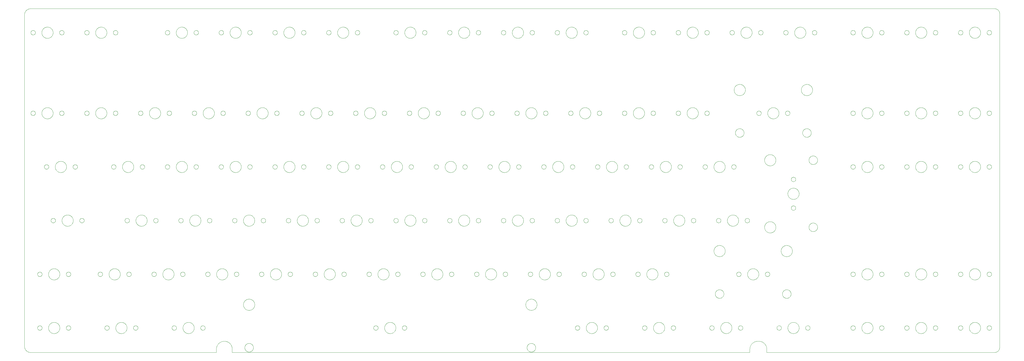
<source format=gbr>
G75*
%MOIN*%
%OFA0B0*%
%FSLAX25Y25*%
%IPPOS*%
%LPD*%
%AMOC8*
5,1,8,0,0,1.08239X$1,22.5*
%
%ADD10C,0.00000*%
D10*
X0010703Y0003000D02*
X0269617Y0003000D01*
X0269617Y0007612D01*
X0269616Y0007612D02*
X0269619Y0007881D01*
X0269629Y0008150D01*
X0269645Y0008419D01*
X0269668Y0008687D01*
X0269697Y0008954D01*
X0269733Y0009221D01*
X0269775Y0009487D01*
X0269823Y0009752D01*
X0269878Y0010015D01*
X0269940Y0010277D01*
X0270007Y0010538D01*
X0270081Y0010796D01*
X0270161Y0011053D01*
X0270247Y0011308D01*
X0270340Y0011561D01*
X0270438Y0011811D01*
X0270543Y0012059D01*
X0270653Y0012305D01*
X0270769Y0012547D01*
X0270892Y0012787D01*
X0271019Y0013024D01*
X0271153Y0013258D01*
X0271292Y0013488D01*
X0271437Y0013715D01*
X0271587Y0013938D01*
X0271743Y0014158D01*
X0271904Y0014373D01*
X0272070Y0014585D01*
X0272241Y0014793D01*
X0272417Y0014997D01*
X0272597Y0015196D01*
X0272783Y0015391D01*
X0272973Y0015581D01*
X0273168Y0015767D01*
X0273367Y0015947D01*
X0273571Y0016123D01*
X0273779Y0016294D01*
X0273991Y0016460D01*
X0274206Y0016621D01*
X0274426Y0016777D01*
X0274649Y0016927D01*
X0274876Y0017072D01*
X0275106Y0017211D01*
X0275340Y0017345D01*
X0275577Y0017472D01*
X0275817Y0017595D01*
X0276059Y0017711D01*
X0276305Y0017821D01*
X0276553Y0017926D01*
X0276803Y0018024D01*
X0277056Y0018117D01*
X0277311Y0018203D01*
X0277568Y0018283D01*
X0277826Y0018357D01*
X0278087Y0018424D01*
X0278349Y0018486D01*
X0278612Y0018541D01*
X0278877Y0018589D01*
X0279143Y0018631D01*
X0279410Y0018667D01*
X0279677Y0018696D01*
X0279945Y0018719D01*
X0280214Y0018735D01*
X0280483Y0018745D01*
X0280752Y0018748D01*
X0281016Y0018745D01*
X0281279Y0018735D01*
X0281542Y0018719D01*
X0281805Y0018697D01*
X0282067Y0018668D01*
X0282329Y0018633D01*
X0282589Y0018592D01*
X0282848Y0018545D01*
X0283107Y0018491D01*
X0283363Y0018431D01*
X0283619Y0018365D01*
X0283872Y0018292D01*
X0284124Y0018214D01*
X0284374Y0018129D01*
X0284621Y0018039D01*
X0284867Y0017942D01*
X0285110Y0017840D01*
X0285350Y0017732D01*
X0285588Y0017618D01*
X0285823Y0017498D01*
X0286055Y0017373D01*
X0286284Y0017242D01*
X0286510Y0017105D01*
X0286732Y0016964D01*
X0286951Y0016816D01*
X0287166Y0016664D01*
X0287377Y0016506D01*
X0287585Y0016344D01*
X0287789Y0016176D01*
X0287988Y0016004D01*
X0288183Y0015827D01*
X0288374Y0015645D01*
X0288561Y0015458D01*
X0288743Y0015267D01*
X0288920Y0015072D01*
X0289092Y0014873D01*
X0289260Y0014669D01*
X0289422Y0014461D01*
X0289580Y0014250D01*
X0289732Y0014035D01*
X0289880Y0013816D01*
X0290021Y0013594D01*
X0290158Y0013368D01*
X0290289Y0013139D01*
X0290414Y0012907D01*
X0290534Y0012672D01*
X0290648Y0012434D01*
X0290756Y0012194D01*
X0290858Y0011951D01*
X0290955Y0011705D01*
X0291045Y0011458D01*
X0291130Y0011208D01*
X0291208Y0010956D01*
X0291281Y0010703D01*
X0291347Y0010447D01*
X0291407Y0010191D01*
X0291461Y0009932D01*
X0291508Y0009673D01*
X0291549Y0009413D01*
X0291584Y0009151D01*
X0291613Y0008889D01*
X0291635Y0008626D01*
X0291651Y0008363D01*
X0291661Y0008100D01*
X0291664Y0007836D01*
X0291664Y0003000D01*
X1013711Y0003000D01*
X1013711Y0007612D01*
X1013714Y0007881D01*
X1013724Y0008150D01*
X1013740Y0008419D01*
X1013763Y0008687D01*
X1013792Y0008954D01*
X1013828Y0009221D01*
X1013870Y0009487D01*
X1013918Y0009752D01*
X1013973Y0010015D01*
X1014035Y0010277D01*
X1014102Y0010538D01*
X1014176Y0010796D01*
X1014256Y0011053D01*
X1014342Y0011308D01*
X1014435Y0011561D01*
X1014533Y0011811D01*
X1014638Y0012059D01*
X1014748Y0012305D01*
X1014864Y0012547D01*
X1014987Y0012787D01*
X1015114Y0013024D01*
X1015248Y0013258D01*
X1015387Y0013488D01*
X1015532Y0013715D01*
X1015682Y0013938D01*
X1015838Y0014158D01*
X1015999Y0014373D01*
X1016165Y0014585D01*
X1016336Y0014793D01*
X1016512Y0014997D01*
X1016692Y0015196D01*
X1016878Y0015391D01*
X1017068Y0015581D01*
X1017263Y0015767D01*
X1017462Y0015947D01*
X1017666Y0016123D01*
X1017874Y0016294D01*
X1018086Y0016460D01*
X1018301Y0016621D01*
X1018521Y0016777D01*
X1018744Y0016927D01*
X1018971Y0017072D01*
X1019201Y0017211D01*
X1019435Y0017345D01*
X1019672Y0017472D01*
X1019912Y0017595D01*
X1020154Y0017711D01*
X1020400Y0017821D01*
X1020648Y0017926D01*
X1020898Y0018024D01*
X1021151Y0018117D01*
X1021406Y0018203D01*
X1021663Y0018283D01*
X1021921Y0018357D01*
X1022182Y0018424D01*
X1022444Y0018486D01*
X1022707Y0018541D01*
X1022972Y0018589D01*
X1023238Y0018631D01*
X1023505Y0018667D01*
X1023772Y0018696D01*
X1024040Y0018719D01*
X1024309Y0018735D01*
X1024578Y0018745D01*
X1024847Y0018748D01*
X1026198Y0018748D01*
X1026467Y0018745D01*
X1026736Y0018735D01*
X1027005Y0018719D01*
X1027273Y0018696D01*
X1027540Y0018667D01*
X1027807Y0018631D01*
X1028073Y0018589D01*
X1028338Y0018541D01*
X1028601Y0018486D01*
X1028863Y0018424D01*
X1029124Y0018357D01*
X1029382Y0018283D01*
X1029639Y0018203D01*
X1029894Y0018117D01*
X1030147Y0018024D01*
X1030397Y0017926D01*
X1030645Y0017821D01*
X1030891Y0017711D01*
X1031133Y0017595D01*
X1031373Y0017472D01*
X1031610Y0017345D01*
X1031844Y0017211D01*
X1032074Y0017072D01*
X1032301Y0016927D01*
X1032524Y0016777D01*
X1032744Y0016621D01*
X1032959Y0016460D01*
X1033171Y0016294D01*
X1033379Y0016123D01*
X1033583Y0015947D01*
X1033782Y0015767D01*
X1033977Y0015581D01*
X1034167Y0015391D01*
X1034353Y0015196D01*
X1034533Y0014997D01*
X1034709Y0014793D01*
X1034880Y0014585D01*
X1035046Y0014373D01*
X1035207Y0014158D01*
X1035363Y0013938D01*
X1035513Y0013715D01*
X1035658Y0013488D01*
X1035797Y0013258D01*
X1035931Y0013024D01*
X1036058Y0012787D01*
X1036181Y0012547D01*
X1036297Y0012305D01*
X1036407Y0012059D01*
X1036512Y0011811D01*
X1036610Y0011561D01*
X1036703Y0011308D01*
X1036789Y0011053D01*
X1036869Y0010796D01*
X1036943Y0010538D01*
X1037010Y0010277D01*
X1037072Y0010015D01*
X1037127Y0009752D01*
X1037175Y0009487D01*
X1037217Y0009221D01*
X1037253Y0008954D01*
X1037282Y0008687D01*
X1037305Y0008419D01*
X1037321Y0008150D01*
X1037331Y0007881D01*
X1037334Y0007612D01*
X1037333Y0007612D02*
X1037333Y0003000D01*
X1355039Y0003000D01*
X1355211Y0003002D01*
X1355382Y0003008D01*
X1355553Y0003019D01*
X1355724Y0003033D01*
X1355895Y0003052D01*
X1356065Y0003074D01*
X1356234Y0003101D01*
X1356403Y0003132D01*
X1356571Y0003167D01*
X1356738Y0003206D01*
X1356904Y0003249D01*
X1357069Y0003296D01*
X1357232Y0003347D01*
X1357395Y0003402D01*
X1357556Y0003461D01*
X1357716Y0003524D01*
X1357874Y0003591D01*
X1358030Y0003661D01*
X1358185Y0003735D01*
X1358338Y0003813D01*
X1358489Y0003895D01*
X1358637Y0003980D01*
X1358784Y0004068D01*
X1358929Y0004161D01*
X1359071Y0004256D01*
X1359211Y0004356D01*
X1359349Y0004458D01*
X1359484Y0004564D01*
X1359616Y0004673D01*
X1359746Y0004785D01*
X1359873Y0004900D01*
X1359997Y0005019D01*
X1360118Y0005140D01*
X1360237Y0005264D01*
X1360352Y0005391D01*
X1360464Y0005521D01*
X1360573Y0005653D01*
X1360679Y0005788D01*
X1360781Y0005926D01*
X1360881Y0006066D01*
X1360976Y0006208D01*
X1361069Y0006353D01*
X1361157Y0006500D01*
X1361242Y0006648D01*
X1361324Y0006799D01*
X1361402Y0006952D01*
X1361476Y0007107D01*
X1361546Y0007263D01*
X1361613Y0007421D01*
X1361676Y0007581D01*
X1361735Y0007742D01*
X1361790Y0007905D01*
X1361841Y0008068D01*
X1361888Y0008233D01*
X1361931Y0008399D01*
X1361970Y0008566D01*
X1362005Y0008734D01*
X1362036Y0008903D01*
X1362063Y0009072D01*
X1362085Y0009242D01*
X1362104Y0009413D01*
X1362118Y0009584D01*
X1362129Y0009755D01*
X1362135Y0009926D01*
X1362137Y0010098D01*
X1362136Y0010098D02*
X1362136Y0476217D01*
X1362137Y0476217D02*
X1362135Y0476389D01*
X1362129Y0476560D01*
X1362118Y0476731D01*
X1362104Y0476902D01*
X1362085Y0477073D01*
X1362063Y0477243D01*
X1362036Y0477412D01*
X1362005Y0477581D01*
X1361970Y0477749D01*
X1361931Y0477916D01*
X1361888Y0478082D01*
X1361841Y0478247D01*
X1361790Y0478410D01*
X1361735Y0478573D01*
X1361676Y0478734D01*
X1361613Y0478894D01*
X1361546Y0479052D01*
X1361476Y0479208D01*
X1361402Y0479363D01*
X1361324Y0479516D01*
X1361242Y0479667D01*
X1361157Y0479815D01*
X1361069Y0479962D01*
X1360976Y0480107D01*
X1360881Y0480249D01*
X1360781Y0480389D01*
X1360679Y0480527D01*
X1360573Y0480662D01*
X1360464Y0480794D01*
X1360352Y0480924D01*
X1360237Y0481051D01*
X1360118Y0481175D01*
X1359997Y0481296D01*
X1359873Y0481415D01*
X1359746Y0481530D01*
X1359616Y0481642D01*
X1359484Y0481751D01*
X1359349Y0481857D01*
X1359211Y0481959D01*
X1359071Y0482059D01*
X1358929Y0482154D01*
X1358784Y0482247D01*
X1358637Y0482335D01*
X1358489Y0482420D01*
X1358338Y0482502D01*
X1358185Y0482580D01*
X1358030Y0482654D01*
X1357874Y0482724D01*
X1357716Y0482791D01*
X1357556Y0482854D01*
X1357395Y0482913D01*
X1357232Y0482968D01*
X1357069Y0483019D01*
X1356904Y0483066D01*
X1356738Y0483109D01*
X1356571Y0483148D01*
X1356403Y0483183D01*
X1356234Y0483214D01*
X1356065Y0483241D01*
X1355895Y0483263D01*
X1355724Y0483282D01*
X1355553Y0483296D01*
X1355382Y0483307D01*
X1355211Y0483313D01*
X1355039Y0483315D01*
X0010703Y0483315D01*
X0010490Y0483312D01*
X0010278Y0483305D01*
X0010065Y0483292D01*
X0009853Y0483274D01*
X0009642Y0483251D01*
X0009431Y0483223D01*
X0009221Y0483189D01*
X0009012Y0483151D01*
X0008803Y0483108D01*
X0008596Y0483059D01*
X0008390Y0483006D01*
X0008186Y0482947D01*
X0007983Y0482884D01*
X0007781Y0482816D01*
X0007581Y0482743D01*
X0007383Y0482665D01*
X0007187Y0482583D01*
X0006993Y0482495D01*
X0006802Y0482403D01*
X0006612Y0482307D01*
X0006425Y0482206D01*
X0006240Y0482100D01*
X0006058Y0481990D01*
X0005879Y0481875D01*
X0005702Y0481757D01*
X0005529Y0481634D01*
X0005358Y0481507D01*
X0005191Y0481375D01*
X0005026Y0481240D01*
X0004866Y0481101D01*
X0004708Y0480958D01*
X0004554Y0480811D01*
X0004404Y0480661D01*
X0004257Y0480507D01*
X0004114Y0480349D01*
X0003975Y0480189D01*
X0003840Y0480024D01*
X0003708Y0479857D01*
X0003581Y0479686D01*
X0003458Y0479513D01*
X0003340Y0479336D01*
X0003225Y0479157D01*
X0003115Y0478975D01*
X0003009Y0478790D01*
X0002908Y0478603D01*
X0002812Y0478413D01*
X0002720Y0478222D01*
X0002632Y0478028D01*
X0002550Y0477832D01*
X0002472Y0477634D01*
X0002399Y0477434D01*
X0002331Y0477232D01*
X0002268Y0477029D01*
X0002209Y0476825D01*
X0002156Y0476619D01*
X0002107Y0476412D01*
X0002064Y0476203D01*
X0002026Y0475994D01*
X0001992Y0475784D01*
X0001964Y0475573D01*
X0001941Y0475362D01*
X0001923Y0475150D01*
X0001910Y0474937D01*
X0001903Y0474725D01*
X0001900Y0474512D01*
X0001900Y0011803D01*
X0001903Y0011590D01*
X0001910Y0011378D01*
X0001923Y0011165D01*
X0001941Y0010953D01*
X0001964Y0010742D01*
X0001992Y0010531D01*
X0002026Y0010321D01*
X0002064Y0010112D01*
X0002107Y0009903D01*
X0002156Y0009696D01*
X0002209Y0009490D01*
X0002268Y0009286D01*
X0002331Y0009083D01*
X0002399Y0008881D01*
X0002472Y0008681D01*
X0002550Y0008483D01*
X0002632Y0008287D01*
X0002720Y0008093D01*
X0002812Y0007902D01*
X0002908Y0007712D01*
X0003009Y0007525D01*
X0003115Y0007340D01*
X0003225Y0007158D01*
X0003340Y0006979D01*
X0003458Y0006802D01*
X0003581Y0006629D01*
X0003708Y0006458D01*
X0003840Y0006291D01*
X0003975Y0006126D01*
X0004114Y0005966D01*
X0004257Y0005808D01*
X0004404Y0005654D01*
X0004554Y0005504D01*
X0004708Y0005357D01*
X0004866Y0005214D01*
X0005026Y0005075D01*
X0005191Y0004940D01*
X0005358Y0004808D01*
X0005529Y0004681D01*
X0005702Y0004558D01*
X0005879Y0004440D01*
X0006058Y0004325D01*
X0006240Y0004215D01*
X0006425Y0004109D01*
X0006612Y0004008D01*
X0006802Y0003912D01*
X0006993Y0003820D01*
X0007187Y0003732D01*
X0007383Y0003650D01*
X0007581Y0003572D01*
X0007781Y0003499D01*
X0007983Y0003431D01*
X0008186Y0003368D01*
X0008390Y0003309D01*
X0008596Y0003256D01*
X0008803Y0003207D01*
X0009012Y0003164D01*
X0009221Y0003126D01*
X0009431Y0003092D01*
X0009642Y0003064D01*
X0009853Y0003041D01*
X0010065Y0003023D01*
X0010278Y0003010D01*
X0010490Y0003003D01*
X0010703Y0003000D01*
X0020187Y0037252D02*
X0020189Y0037364D01*
X0020195Y0037475D01*
X0020205Y0037587D01*
X0020219Y0037698D01*
X0020236Y0037808D01*
X0020258Y0037918D01*
X0020284Y0038027D01*
X0020313Y0038135D01*
X0020346Y0038241D01*
X0020383Y0038347D01*
X0020424Y0038451D01*
X0020469Y0038554D01*
X0020517Y0038655D01*
X0020568Y0038754D01*
X0020623Y0038851D01*
X0020682Y0038946D01*
X0020743Y0039040D01*
X0020808Y0039131D01*
X0020877Y0039219D01*
X0020948Y0039305D01*
X0021022Y0039389D01*
X0021100Y0039469D01*
X0021180Y0039547D01*
X0021263Y0039623D01*
X0021348Y0039695D01*
X0021436Y0039764D01*
X0021526Y0039830D01*
X0021619Y0039892D01*
X0021714Y0039952D01*
X0021811Y0040008D01*
X0021909Y0040060D01*
X0022010Y0040109D01*
X0022112Y0040154D01*
X0022216Y0040196D01*
X0022321Y0040234D01*
X0022428Y0040268D01*
X0022535Y0040298D01*
X0022644Y0040325D01*
X0022753Y0040347D01*
X0022864Y0040366D01*
X0022974Y0040381D01*
X0023086Y0040392D01*
X0023197Y0040399D01*
X0023309Y0040402D01*
X0023421Y0040401D01*
X0023533Y0040396D01*
X0023644Y0040387D01*
X0023755Y0040374D01*
X0023866Y0040357D01*
X0023976Y0040337D01*
X0024085Y0040312D01*
X0024193Y0040284D01*
X0024300Y0040251D01*
X0024406Y0040215D01*
X0024510Y0040175D01*
X0024613Y0040132D01*
X0024715Y0040085D01*
X0024814Y0040034D01*
X0024912Y0039980D01*
X0025008Y0039922D01*
X0025102Y0039861D01*
X0025193Y0039797D01*
X0025282Y0039730D01*
X0025369Y0039659D01*
X0025453Y0039585D01*
X0025535Y0039509D01*
X0025613Y0039429D01*
X0025689Y0039347D01*
X0025762Y0039262D01*
X0025832Y0039175D01*
X0025898Y0039085D01*
X0025962Y0038993D01*
X0026022Y0038899D01*
X0026079Y0038803D01*
X0026132Y0038704D01*
X0026182Y0038604D01*
X0026228Y0038503D01*
X0026271Y0038399D01*
X0026310Y0038294D01*
X0026345Y0038188D01*
X0026376Y0038081D01*
X0026404Y0037972D01*
X0026427Y0037863D01*
X0026447Y0037753D01*
X0026463Y0037642D01*
X0026475Y0037531D01*
X0026483Y0037420D01*
X0026487Y0037308D01*
X0026487Y0037196D01*
X0026483Y0037084D01*
X0026475Y0036973D01*
X0026463Y0036862D01*
X0026447Y0036751D01*
X0026427Y0036641D01*
X0026404Y0036532D01*
X0026376Y0036423D01*
X0026345Y0036316D01*
X0026310Y0036210D01*
X0026271Y0036105D01*
X0026228Y0036001D01*
X0026182Y0035900D01*
X0026132Y0035800D01*
X0026079Y0035701D01*
X0026022Y0035605D01*
X0025962Y0035511D01*
X0025898Y0035419D01*
X0025832Y0035329D01*
X0025762Y0035242D01*
X0025689Y0035157D01*
X0025613Y0035075D01*
X0025535Y0034995D01*
X0025453Y0034919D01*
X0025369Y0034845D01*
X0025282Y0034774D01*
X0025193Y0034707D01*
X0025102Y0034643D01*
X0025008Y0034582D01*
X0024912Y0034524D01*
X0024814Y0034470D01*
X0024715Y0034419D01*
X0024613Y0034372D01*
X0024510Y0034329D01*
X0024406Y0034289D01*
X0024300Y0034253D01*
X0024193Y0034220D01*
X0024085Y0034192D01*
X0023976Y0034167D01*
X0023866Y0034147D01*
X0023755Y0034130D01*
X0023644Y0034117D01*
X0023533Y0034108D01*
X0023421Y0034103D01*
X0023309Y0034102D01*
X0023197Y0034105D01*
X0023086Y0034112D01*
X0022974Y0034123D01*
X0022864Y0034138D01*
X0022753Y0034157D01*
X0022644Y0034179D01*
X0022535Y0034206D01*
X0022428Y0034236D01*
X0022321Y0034270D01*
X0022216Y0034308D01*
X0022112Y0034350D01*
X0022010Y0034395D01*
X0021909Y0034444D01*
X0021811Y0034496D01*
X0021714Y0034552D01*
X0021619Y0034612D01*
X0021526Y0034674D01*
X0021436Y0034740D01*
X0021348Y0034809D01*
X0021263Y0034881D01*
X0021180Y0034957D01*
X0021100Y0035035D01*
X0021022Y0035115D01*
X0020948Y0035199D01*
X0020877Y0035285D01*
X0020808Y0035373D01*
X0020743Y0035464D01*
X0020682Y0035558D01*
X0020623Y0035653D01*
X0020568Y0035750D01*
X0020517Y0035849D01*
X0020469Y0035950D01*
X0020424Y0036053D01*
X0020383Y0036157D01*
X0020346Y0036263D01*
X0020313Y0036369D01*
X0020284Y0036477D01*
X0020258Y0036586D01*
X0020236Y0036696D01*
X0020219Y0036806D01*
X0020205Y0036917D01*
X0020195Y0037029D01*
X0020189Y0037140D01*
X0020187Y0037252D01*
X0035463Y0037252D02*
X0035465Y0037445D01*
X0035472Y0037638D01*
X0035484Y0037831D01*
X0035501Y0038024D01*
X0035522Y0038216D01*
X0035548Y0038407D01*
X0035579Y0038598D01*
X0035614Y0038788D01*
X0035654Y0038977D01*
X0035699Y0039165D01*
X0035748Y0039352D01*
X0035802Y0039538D01*
X0035860Y0039722D01*
X0035923Y0039905D01*
X0035991Y0040086D01*
X0036062Y0040265D01*
X0036139Y0040443D01*
X0036219Y0040619D01*
X0036304Y0040792D01*
X0036393Y0040964D01*
X0036486Y0041133D01*
X0036583Y0041300D01*
X0036685Y0041465D01*
X0036790Y0041627D01*
X0036899Y0041786D01*
X0037013Y0041943D01*
X0037130Y0042096D01*
X0037250Y0042247D01*
X0037375Y0042395D01*
X0037503Y0042540D01*
X0037634Y0042681D01*
X0037769Y0042820D01*
X0037908Y0042955D01*
X0038049Y0043086D01*
X0038194Y0043214D01*
X0038342Y0043339D01*
X0038493Y0043459D01*
X0038646Y0043576D01*
X0038803Y0043690D01*
X0038962Y0043799D01*
X0039124Y0043904D01*
X0039289Y0044006D01*
X0039456Y0044103D01*
X0039625Y0044196D01*
X0039797Y0044285D01*
X0039970Y0044370D01*
X0040146Y0044450D01*
X0040324Y0044527D01*
X0040503Y0044598D01*
X0040684Y0044666D01*
X0040867Y0044729D01*
X0041051Y0044787D01*
X0041237Y0044841D01*
X0041424Y0044890D01*
X0041612Y0044935D01*
X0041801Y0044975D01*
X0041991Y0045010D01*
X0042182Y0045041D01*
X0042373Y0045067D01*
X0042565Y0045088D01*
X0042758Y0045105D01*
X0042951Y0045117D01*
X0043144Y0045124D01*
X0043337Y0045126D01*
X0043530Y0045124D01*
X0043723Y0045117D01*
X0043916Y0045105D01*
X0044109Y0045088D01*
X0044301Y0045067D01*
X0044492Y0045041D01*
X0044683Y0045010D01*
X0044873Y0044975D01*
X0045062Y0044935D01*
X0045250Y0044890D01*
X0045437Y0044841D01*
X0045623Y0044787D01*
X0045807Y0044729D01*
X0045990Y0044666D01*
X0046171Y0044598D01*
X0046350Y0044527D01*
X0046528Y0044450D01*
X0046704Y0044370D01*
X0046877Y0044285D01*
X0047049Y0044196D01*
X0047218Y0044103D01*
X0047385Y0044006D01*
X0047550Y0043904D01*
X0047712Y0043799D01*
X0047871Y0043690D01*
X0048028Y0043576D01*
X0048181Y0043459D01*
X0048332Y0043339D01*
X0048480Y0043214D01*
X0048625Y0043086D01*
X0048766Y0042955D01*
X0048905Y0042820D01*
X0049040Y0042681D01*
X0049171Y0042540D01*
X0049299Y0042395D01*
X0049424Y0042247D01*
X0049544Y0042096D01*
X0049661Y0041943D01*
X0049775Y0041786D01*
X0049884Y0041627D01*
X0049989Y0041465D01*
X0050091Y0041300D01*
X0050188Y0041133D01*
X0050281Y0040964D01*
X0050370Y0040792D01*
X0050455Y0040619D01*
X0050535Y0040443D01*
X0050612Y0040265D01*
X0050683Y0040086D01*
X0050751Y0039905D01*
X0050814Y0039722D01*
X0050872Y0039538D01*
X0050926Y0039352D01*
X0050975Y0039165D01*
X0051020Y0038977D01*
X0051060Y0038788D01*
X0051095Y0038598D01*
X0051126Y0038407D01*
X0051152Y0038216D01*
X0051173Y0038024D01*
X0051190Y0037831D01*
X0051202Y0037638D01*
X0051209Y0037445D01*
X0051211Y0037252D01*
X0051209Y0037059D01*
X0051202Y0036866D01*
X0051190Y0036673D01*
X0051173Y0036480D01*
X0051152Y0036288D01*
X0051126Y0036097D01*
X0051095Y0035906D01*
X0051060Y0035716D01*
X0051020Y0035527D01*
X0050975Y0035339D01*
X0050926Y0035152D01*
X0050872Y0034966D01*
X0050814Y0034782D01*
X0050751Y0034599D01*
X0050683Y0034418D01*
X0050612Y0034239D01*
X0050535Y0034061D01*
X0050455Y0033885D01*
X0050370Y0033712D01*
X0050281Y0033540D01*
X0050188Y0033371D01*
X0050091Y0033204D01*
X0049989Y0033039D01*
X0049884Y0032877D01*
X0049775Y0032718D01*
X0049661Y0032561D01*
X0049544Y0032408D01*
X0049424Y0032257D01*
X0049299Y0032109D01*
X0049171Y0031964D01*
X0049040Y0031823D01*
X0048905Y0031684D01*
X0048766Y0031549D01*
X0048625Y0031418D01*
X0048480Y0031290D01*
X0048332Y0031165D01*
X0048181Y0031045D01*
X0048028Y0030928D01*
X0047871Y0030814D01*
X0047712Y0030705D01*
X0047550Y0030600D01*
X0047385Y0030498D01*
X0047218Y0030401D01*
X0047049Y0030308D01*
X0046877Y0030219D01*
X0046704Y0030134D01*
X0046528Y0030054D01*
X0046350Y0029977D01*
X0046171Y0029906D01*
X0045990Y0029838D01*
X0045807Y0029775D01*
X0045623Y0029717D01*
X0045437Y0029663D01*
X0045250Y0029614D01*
X0045062Y0029569D01*
X0044873Y0029529D01*
X0044683Y0029494D01*
X0044492Y0029463D01*
X0044301Y0029437D01*
X0044109Y0029416D01*
X0043916Y0029399D01*
X0043723Y0029387D01*
X0043530Y0029380D01*
X0043337Y0029378D01*
X0043144Y0029380D01*
X0042951Y0029387D01*
X0042758Y0029399D01*
X0042565Y0029416D01*
X0042373Y0029437D01*
X0042182Y0029463D01*
X0041991Y0029494D01*
X0041801Y0029529D01*
X0041612Y0029569D01*
X0041424Y0029614D01*
X0041237Y0029663D01*
X0041051Y0029717D01*
X0040867Y0029775D01*
X0040684Y0029838D01*
X0040503Y0029906D01*
X0040324Y0029977D01*
X0040146Y0030054D01*
X0039970Y0030134D01*
X0039797Y0030219D01*
X0039625Y0030308D01*
X0039456Y0030401D01*
X0039289Y0030498D01*
X0039124Y0030600D01*
X0038962Y0030705D01*
X0038803Y0030814D01*
X0038646Y0030928D01*
X0038493Y0031045D01*
X0038342Y0031165D01*
X0038194Y0031290D01*
X0038049Y0031418D01*
X0037908Y0031549D01*
X0037769Y0031684D01*
X0037634Y0031823D01*
X0037503Y0031964D01*
X0037375Y0032109D01*
X0037250Y0032257D01*
X0037130Y0032408D01*
X0037013Y0032561D01*
X0036899Y0032718D01*
X0036790Y0032877D01*
X0036685Y0033039D01*
X0036583Y0033204D01*
X0036486Y0033371D01*
X0036393Y0033540D01*
X0036304Y0033712D01*
X0036219Y0033885D01*
X0036139Y0034061D01*
X0036062Y0034239D01*
X0035991Y0034418D01*
X0035923Y0034599D01*
X0035860Y0034782D01*
X0035802Y0034966D01*
X0035748Y0035152D01*
X0035699Y0035339D01*
X0035654Y0035527D01*
X0035614Y0035716D01*
X0035579Y0035906D01*
X0035548Y0036097D01*
X0035522Y0036288D01*
X0035501Y0036480D01*
X0035484Y0036673D01*
X0035472Y0036866D01*
X0035465Y0037059D01*
X0035463Y0037252D01*
X0060187Y0037252D02*
X0060189Y0037364D01*
X0060195Y0037475D01*
X0060205Y0037587D01*
X0060219Y0037698D01*
X0060236Y0037808D01*
X0060258Y0037918D01*
X0060284Y0038027D01*
X0060313Y0038135D01*
X0060346Y0038241D01*
X0060383Y0038347D01*
X0060424Y0038451D01*
X0060469Y0038554D01*
X0060517Y0038655D01*
X0060568Y0038754D01*
X0060623Y0038851D01*
X0060682Y0038946D01*
X0060743Y0039040D01*
X0060808Y0039131D01*
X0060877Y0039219D01*
X0060948Y0039305D01*
X0061022Y0039389D01*
X0061100Y0039469D01*
X0061180Y0039547D01*
X0061263Y0039623D01*
X0061348Y0039695D01*
X0061436Y0039764D01*
X0061526Y0039830D01*
X0061619Y0039892D01*
X0061714Y0039952D01*
X0061811Y0040008D01*
X0061909Y0040060D01*
X0062010Y0040109D01*
X0062112Y0040154D01*
X0062216Y0040196D01*
X0062321Y0040234D01*
X0062428Y0040268D01*
X0062535Y0040298D01*
X0062644Y0040325D01*
X0062753Y0040347D01*
X0062864Y0040366D01*
X0062974Y0040381D01*
X0063086Y0040392D01*
X0063197Y0040399D01*
X0063309Y0040402D01*
X0063421Y0040401D01*
X0063533Y0040396D01*
X0063644Y0040387D01*
X0063755Y0040374D01*
X0063866Y0040357D01*
X0063976Y0040337D01*
X0064085Y0040312D01*
X0064193Y0040284D01*
X0064300Y0040251D01*
X0064406Y0040215D01*
X0064510Y0040175D01*
X0064613Y0040132D01*
X0064715Y0040085D01*
X0064814Y0040034D01*
X0064912Y0039980D01*
X0065008Y0039922D01*
X0065102Y0039861D01*
X0065193Y0039797D01*
X0065282Y0039730D01*
X0065369Y0039659D01*
X0065453Y0039585D01*
X0065535Y0039509D01*
X0065613Y0039429D01*
X0065689Y0039347D01*
X0065762Y0039262D01*
X0065832Y0039175D01*
X0065898Y0039085D01*
X0065962Y0038993D01*
X0066022Y0038899D01*
X0066079Y0038803D01*
X0066132Y0038704D01*
X0066182Y0038604D01*
X0066228Y0038503D01*
X0066271Y0038399D01*
X0066310Y0038294D01*
X0066345Y0038188D01*
X0066376Y0038081D01*
X0066404Y0037972D01*
X0066427Y0037863D01*
X0066447Y0037753D01*
X0066463Y0037642D01*
X0066475Y0037531D01*
X0066483Y0037420D01*
X0066487Y0037308D01*
X0066487Y0037196D01*
X0066483Y0037084D01*
X0066475Y0036973D01*
X0066463Y0036862D01*
X0066447Y0036751D01*
X0066427Y0036641D01*
X0066404Y0036532D01*
X0066376Y0036423D01*
X0066345Y0036316D01*
X0066310Y0036210D01*
X0066271Y0036105D01*
X0066228Y0036001D01*
X0066182Y0035900D01*
X0066132Y0035800D01*
X0066079Y0035701D01*
X0066022Y0035605D01*
X0065962Y0035511D01*
X0065898Y0035419D01*
X0065832Y0035329D01*
X0065762Y0035242D01*
X0065689Y0035157D01*
X0065613Y0035075D01*
X0065535Y0034995D01*
X0065453Y0034919D01*
X0065369Y0034845D01*
X0065282Y0034774D01*
X0065193Y0034707D01*
X0065102Y0034643D01*
X0065008Y0034582D01*
X0064912Y0034524D01*
X0064814Y0034470D01*
X0064715Y0034419D01*
X0064613Y0034372D01*
X0064510Y0034329D01*
X0064406Y0034289D01*
X0064300Y0034253D01*
X0064193Y0034220D01*
X0064085Y0034192D01*
X0063976Y0034167D01*
X0063866Y0034147D01*
X0063755Y0034130D01*
X0063644Y0034117D01*
X0063533Y0034108D01*
X0063421Y0034103D01*
X0063309Y0034102D01*
X0063197Y0034105D01*
X0063086Y0034112D01*
X0062974Y0034123D01*
X0062864Y0034138D01*
X0062753Y0034157D01*
X0062644Y0034179D01*
X0062535Y0034206D01*
X0062428Y0034236D01*
X0062321Y0034270D01*
X0062216Y0034308D01*
X0062112Y0034350D01*
X0062010Y0034395D01*
X0061909Y0034444D01*
X0061811Y0034496D01*
X0061714Y0034552D01*
X0061619Y0034612D01*
X0061526Y0034674D01*
X0061436Y0034740D01*
X0061348Y0034809D01*
X0061263Y0034881D01*
X0061180Y0034957D01*
X0061100Y0035035D01*
X0061022Y0035115D01*
X0060948Y0035199D01*
X0060877Y0035285D01*
X0060808Y0035373D01*
X0060743Y0035464D01*
X0060682Y0035558D01*
X0060623Y0035653D01*
X0060568Y0035750D01*
X0060517Y0035849D01*
X0060469Y0035950D01*
X0060424Y0036053D01*
X0060383Y0036157D01*
X0060346Y0036263D01*
X0060313Y0036369D01*
X0060284Y0036477D01*
X0060258Y0036586D01*
X0060236Y0036696D01*
X0060219Y0036806D01*
X0060205Y0036917D01*
X0060195Y0037029D01*
X0060189Y0037140D01*
X0060187Y0037252D01*
X0113927Y0037252D02*
X0113929Y0037364D01*
X0113935Y0037475D01*
X0113945Y0037587D01*
X0113959Y0037698D01*
X0113976Y0037808D01*
X0113998Y0037918D01*
X0114024Y0038027D01*
X0114053Y0038135D01*
X0114086Y0038241D01*
X0114123Y0038347D01*
X0114164Y0038451D01*
X0114209Y0038554D01*
X0114257Y0038655D01*
X0114308Y0038754D01*
X0114363Y0038851D01*
X0114422Y0038946D01*
X0114483Y0039040D01*
X0114548Y0039131D01*
X0114617Y0039219D01*
X0114688Y0039305D01*
X0114762Y0039389D01*
X0114840Y0039469D01*
X0114920Y0039547D01*
X0115003Y0039623D01*
X0115088Y0039695D01*
X0115176Y0039764D01*
X0115266Y0039830D01*
X0115359Y0039892D01*
X0115454Y0039952D01*
X0115551Y0040008D01*
X0115649Y0040060D01*
X0115750Y0040109D01*
X0115852Y0040154D01*
X0115956Y0040196D01*
X0116061Y0040234D01*
X0116168Y0040268D01*
X0116275Y0040298D01*
X0116384Y0040325D01*
X0116493Y0040347D01*
X0116604Y0040366D01*
X0116714Y0040381D01*
X0116826Y0040392D01*
X0116937Y0040399D01*
X0117049Y0040402D01*
X0117161Y0040401D01*
X0117273Y0040396D01*
X0117384Y0040387D01*
X0117495Y0040374D01*
X0117606Y0040357D01*
X0117716Y0040337D01*
X0117825Y0040312D01*
X0117933Y0040284D01*
X0118040Y0040251D01*
X0118146Y0040215D01*
X0118250Y0040175D01*
X0118353Y0040132D01*
X0118455Y0040085D01*
X0118554Y0040034D01*
X0118652Y0039980D01*
X0118748Y0039922D01*
X0118842Y0039861D01*
X0118933Y0039797D01*
X0119022Y0039730D01*
X0119109Y0039659D01*
X0119193Y0039585D01*
X0119275Y0039509D01*
X0119353Y0039429D01*
X0119429Y0039347D01*
X0119502Y0039262D01*
X0119572Y0039175D01*
X0119638Y0039085D01*
X0119702Y0038993D01*
X0119762Y0038899D01*
X0119819Y0038803D01*
X0119872Y0038704D01*
X0119922Y0038604D01*
X0119968Y0038503D01*
X0120011Y0038399D01*
X0120050Y0038294D01*
X0120085Y0038188D01*
X0120116Y0038081D01*
X0120144Y0037972D01*
X0120167Y0037863D01*
X0120187Y0037753D01*
X0120203Y0037642D01*
X0120215Y0037531D01*
X0120223Y0037420D01*
X0120227Y0037308D01*
X0120227Y0037196D01*
X0120223Y0037084D01*
X0120215Y0036973D01*
X0120203Y0036862D01*
X0120187Y0036751D01*
X0120167Y0036641D01*
X0120144Y0036532D01*
X0120116Y0036423D01*
X0120085Y0036316D01*
X0120050Y0036210D01*
X0120011Y0036105D01*
X0119968Y0036001D01*
X0119922Y0035900D01*
X0119872Y0035800D01*
X0119819Y0035701D01*
X0119762Y0035605D01*
X0119702Y0035511D01*
X0119638Y0035419D01*
X0119572Y0035329D01*
X0119502Y0035242D01*
X0119429Y0035157D01*
X0119353Y0035075D01*
X0119275Y0034995D01*
X0119193Y0034919D01*
X0119109Y0034845D01*
X0119022Y0034774D01*
X0118933Y0034707D01*
X0118842Y0034643D01*
X0118748Y0034582D01*
X0118652Y0034524D01*
X0118554Y0034470D01*
X0118455Y0034419D01*
X0118353Y0034372D01*
X0118250Y0034329D01*
X0118146Y0034289D01*
X0118040Y0034253D01*
X0117933Y0034220D01*
X0117825Y0034192D01*
X0117716Y0034167D01*
X0117606Y0034147D01*
X0117495Y0034130D01*
X0117384Y0034117D01*
X0117273Y0034108D01*
X0117161Y0034103D01*
X0117049Y0034102D01*
X0116937Y0034105D01*
X0116826Y0034112D01*
X0116714Y0034123D01*
X0116604Y0034138D01*
X0116493Y0034157D01*
X0116384Y0034179D01*
X0116275Y0034206D01*
X0116168Y0034236D01*
X0116061Y0034270D01*
X0115956Y0034308D01*
X0115852Y0034350D01*
X0115750Y0034395D01*
X0115649Y0034444D01*
X0115551Y0034496D01*
X0115454Y0034552D01*
X0115359Y0034612D01*
X0115266Y0034674D01*
X0115176Y0034740D01*
X0115088Y0034809D01*
X0115003Y0034881D01*
X0114920Y0034957D01*
X0114840Y0035035D01*
X0114762Y0035115D01*
X0114688Y0035199D01*
X0114617Y0035285D01*
X0114548Y0035373D01*
X0114483Y0035464D01*
X0114422Y0035558D01*
X0114363Y0035653D01*
X0114308Y0035750D01*
X0114257Y0035849D01*
X0114209Y0035950D01*
X0114164Y0036053D01*
X0114123Y0036157D01*
X0114086Y0036263D01*
X0114053Y0036369D01*
X0114024Y0036477D01*
X0113998Y0036586D01*
X0113976Y0036696D01*
X0113959Y0036806D01*
X0113945Y0036917D01*
X0113935Y0037029D01*
X0113929Y0037140D01*
X0113927Y0037252D01*
X0129203Y0037252D02*
X0129205Y0037445D01*
X0129212Y0037638D01*
X0129224Y0037831D01*
X0129241Y0038024D01*
X0129262Y0038216D01*
X0129288Y0038407D01*
X0129319Y0038598D01*
X0129354Y0038788D01*
X0129394Y0038977D01*
X0129439Y0039165D01*
X0129488Y0039352D01*
X0129542Y0039538D01*
X0129600Y0039722D01*
X0129663Y0039905D01*
X0129731Y0040086D01*
X0129802Y0040265D01*
X0129879Y0040443D01*
X0129959Y0040619D01*
X0130044Y0040792D01*
X0130133Y0040964D01*
X0130226Y0041133D01*
X0130323Y0041300D01*
X0130425Y0041465D01*
X0130530Y0041627D01*
X0130639Y0041786D01*
X0130753Y0041943D01*
X0130870Y0042096D01*
X0130990Y0042247D01*
X0131115Y0042395D01*
X0131243Y0042540D01*
X0131374Y0042681D01*
X0131509Y0042820D01*
X0131648Y0042955D01*
X0131789Y0043086D01*
X0131934Y0043214D01*
X0132082Y0043339D01*
X0132233Y0043459D01*
X0132386Y0043576D01*
X0132543Y0043690D01*
X0132702Y0043799D01*
X0132864Y0043904D01*
X0133029Y0044006D01*
X0133196Y0044103D01*
X0133365Y0044196D01*
X0133537Y0044285D01*
X0133710Y0044370D01*
X0133886Y0044450D01*
X0134064Y0044527D01*
X0134243Y0044598D01*
X0134424Y0044666D01*
X0134607Y0044729D01*
X0134791Y0044787D01*
X0134977Y0044841D01*
X0135164Y0044890D01*
X0135352Y0044935D01*
X0135541Y0044975D01*
X0135731Y0045010D01*
X0135922Y0045041D01*
X0136113Y0045067D01*
X0136305Y0045088D01*
X0136498Y0045105D01*
X0136691Y0045117D01*
X0136884Y0045124D01*
X0137077Y0045126D01*
X0137270Y0045124D01*
X0137463Y0045117D01*
X0137656Y0045105D01*
X0137849Y0045088D01*
X0138041Y0045067D01*
X0138232Y0045041D01*
X0138423Y0045010D01*
X0138613Y0044975D01*
X0138802Y0044935D01*
X0138990Y0044890D01*
X0139177Y0044841D01*
X0139363Y0044787D01*
X0139547Y0044729D01*
X0139730Y0044666D01*
X0139911Y0044598D01*
X0140090Y0044527D01*
X0140268Y0044450D01*
X0140444Y0044370D01*
X0140617Y0044285D01*
X0140789Y0044196D01*
X0140958Y0044103D01*
X0141125Y0044006D01*
X0141290Y0043904D01*
X0141452Y0043799D01*
X0141611Y0043690D01*
X0141768Y0043576D01*
X0141921Y0043459D01*
X0142072Y0043339D01*
X0142220Y0043214D01*
X0142365Y0043086D01*
X0142506Y0042955D01*
X0142645Y0042820D01*
X0142780Y0042681D01*
X0142911Y0042540D01*
X0143039Y0042395D01*
X0143164Y0042247D01*
X0143284Y0042096D01*
X0143401Y0041943D01*
X0143515Y0041786D01*
X0143624Y0041627D01*
X0143729Y0041465D01*
X0143831Y0041300D01*
X0143928Y0041133D01*
X0144021Y0040964D01*
X0144110Y0040792D01*
X0144195Y0040619D01*
X0144275Y0040443D01*
X0144352Y0040265D01*
X0144423Y0040086D01*
X0144491Y0039905D01*
X0144554Y0039722D01*
X0144612Y0039538D01*
X0144666Y0039352D01*
X0144715Y0039165D01*
X0144760Y0038977D01*
X0144800Y0038788D01*
X0144835Y0038598D01*
X0144866Y0038407D01*
X0144892Y0038216D01*
X0144913Y0038024D01*
X0144930Y0037831D01*
X0144942Y0037638D01*
X0144949Y0037445D01*
X0144951Y0037252D01*
X0144949Y0037059D01*
X0144942Y0036866D01*
X0144930Y0036673D01*
X0144913Y0036480D01*
X0144892Y0036288D01*
X0144866Y0036097D01*
X0144835Y0035906D01*
X0144800Y0035716D01*
X0144760Y0035527D01*
X0144715Y0035339D01*
X0144666Y0035152D01*
X0144612Y0034966D01*
X0144554Y0034782D01*
X0144491Y0034599D01*
X0144423Y0034418D01*
X0144352Y0034239D01*
X0144275Y0034061D01*
X0144195Y0033885D01*
X0144110Y0033712D01*
X0144021Y0033540D01*
X0143928Y0033371D01*
X0143831Y0033204D01*
X0143729Y0033039D01*
X0143624Y0032877D01*
X0143515Y0032718D01*
X0143401Y0032561D01*
X0143284Y0032408D01*
X0143164Y0032257D01*
X0143039Y0032109D01*
X0142911Y0031964D01*
X0142780Y0031823D01*
X0142645Y0031684D01*
X0142506Y0031549D01*
X0142365Y0031418D01*
X0142220Y0031290D01*
X0142072Y0031165D01*
X0141921Y0031045D01*
X0141768Y0030928D01*
X0141611Y0030814D01*
X0141452Y0030705D01*
X0141290Y0030600D01*
X0141125Y0030498D01*
X0140958Y0030401D01*
X0140789Y0030308D01*
X0140617Y0030219D01*
X0140444Y0030134D01*
X0140268Y0030054D01*
X0140090Y0029977D01*
X0139911Y0029906D01*
X0139730Y0029838D01*
X0139547Y0029775D01*
X0139363Y0029717D01*
X0139177Y0029663D01*
X0138990Y0029614D01*
X0138802Y0029569D01*
X0138613Y0029529D01*
X0138423Y0029494D01*
X0138232Y0029463D01*
X0138041Y0029437D01*
X0137849Y0029416D01*
X0137656Y0029399D01*
X0137463Y0029387D01*
X0137270Y0029380D01*
X0137077Y0029378D01*
X0136884Y0029380D01*
X0136691Y0029387D01*
X0136498Y0029399D01*
X0136305Y0029416D01*
X0136113Y0029437D01*
X0135922Y0029463D01*
X0135731Y0029494D01*
X0135541Y0029529D01*
X0135352Y0029569D01*
X0135164Y0029614D01*
X0134977Y0029663D01*
X0134791Y0029717D01*
X0134607Y0029775D01*
X0134424Y0029838D01*
X0134243Y0029906D01*
X0134064Y0029977D01*
X0133886Y0030054D01*
X0133710Y0030134D01*
X0133537Y0030219D01*
X0133365Y0030308D01*
X0133196Y0030401D01*
X0133029Y0030498D01*
X0132864Y0030600D01*
X0132702Y0030705D01*
X0132543Y0030814D01*
X0132386Y0030928D01*
X0132233Y0031045D01*
X0132082Y0031165D01*
X0131934Y0031290D01*
X0131789Y0031418D01*
X0131648Y0031549D01*
X0131509Y0031684D01*
X0131374Y0031823D01*
X0131243Y0031964D01*
X0131115Y0032109D01*
X0130990Y0032257D01*
X0130870Y0032408D01*
X0130753Y0032561D01*
X0130639Y0032718D01*
X0130530Y0032877D01*
X0130425Y0033039D01*
X0130323Y0033204D01*
X0130226Y0033371D01*
X0130133Y0033540D01*
X0130044Y0033712D01*
X0129959Y0033885D01*
X0129879Y0034061D01*
X0129802Y0034239D01*
X0129731Y0034418D01*
X0129663Y0034599D01*
X0129600Y0034782D01*
X0129542Y0034966D01*
X0129488Y0035152D01*
X0129439Y0035339D01*
X0129394Y0035527D01*
X0129354Y0035716D01*
X0129319Y0035906D01*
X0129288Y0036097D01*
X0129262Y0036288D01*
X0129241Y0036480D01*
X0129224Y0036673D01*
X0129212Y0036866D01*
X0129205Y0037059D01*
X0129203Y0037252D01*
X0153927Y0037252D02*
X0153929Y0037364D01*
X0153935Y0037475D01*
X0153945Y0037587D01*
X0153959Y0037698D01*
X0153976Y0037808D01*
X0153998Y0037918D01*
X0154024Y0038027D01*
X0154053Y0038135D01*
X0154086Y0038241D01*
X0154123Y0038347D01*
X0154164Y0038451D01*
X0154209Y0038554D01*
X0154257Y0038655D01*
X0154308Y0038754D01*
X0154363Y0038851D01*
X0154422Y0038946D01*
X0154483Y0039040D01*
X0154548Y0039131D01*
X0154617Y0039219D01*
X0154688Y0039305D01*
X0154762Y0039389D01*
X0154840Y0039469D01*
X0154920Y0039547D01*
X0155003Y0039623D01*
X0155088Y0039695D01*
X0155176Y0039764D01*
X0155266Y0039830D01*
X0155359Y0039892D01*
X0155454Y0039952D01*
X0155551Y0040008D01*
X0155649Y0040060D01*
X0155750Y0040109D01*
X0155852Y0040154D01*
X0155956Y0040196D01*
X0156061Y0040234D01*
X0156168Y0040268D01*
X0156275Y0040298D01*
X0156384Y0040325D01*
X0156493Y0040347D01*
X0156604Y0040366D01*
X0156714Y0040381D01*
X0156826Y0040392D01*
X0156937Y0040399D01*
X0157049Y0040402D01*
X0157161Y0040401D01*
X0157273Y0040396D01*
X0157384Y0040387D01*
X0157495Y0040374D01*
X0157606Y0040357D01*
X0157716Y0040337D01*
X0157825Y0040312D01*
X0157933Y0040284D01*
X0158040Y0040251D01*
X0158146Y0040215D01*
X0158250Y0040175D01*
X0158353Y0040132D01*
X0158455Y0040085D01*
X0158554Y0040034D01*
X0158652Y0039980D01*
X0158748Y0039922D01*
X0158842Y0039861D01*
X0158933Y0039797D01*
X0159022Y0039730D01*
X0159109Y0039659D01*
X0159193Y0039585D01*
X0159275Y0039509D01*
X0159353Y0039429D01*
X0159429Y0039347D01*
X0159502Y0039262D01*
X0159572Y0039175D01*
X0159638Y0039085D01*
X0159702Y0038993D01*
X0159762Y0038899D01*
X0159819Y0038803D01*
X0159872Y0038704D01*
X0159922Y0038604D01*
X0159968Y0038503D01*
X0160011Y0038399D01*
X0160050Y0038294D01*
X0160085Y0038188D01*
X0160116Y0038081D01*
X0160144Y0037972D01*
X0160167Y0037863D01*
X0160187Y0037753D01*
X0160203Y0037642D01*
X0160215Y0037531D01*
X0160223Y0037420D01*
X0160227Y0037308D01*
X0160227Y0037196D01*
X0160223Y0037084D01*
X0160215Y0036973D01*
X0160203Y0036862D01*
X0160187Y0036751D01*
X0160167Y0036641D01*
X0160144Y0036532D01*
X0160116Y0036423D01*
X0160085Y0036316D01*
X0160050Y0036210D01*
X0160011Y0036105D01*
X0159968Y0036001D01*
X0159922Y0035900D01*
X0159872Y0035800D01*
X0159819Y0035701D01*
X0159762Y0035605D01*
X0159702Y0035511D01*
X0159638Y0035419D01*
X0159572Y0035329D01*
X0159502Y0035242D01*
X0159429Y0035157D01*
X0159353Y0035075D01*
X0159275Y0034995D01*
X0159193Y0034919D01*
X0159109Y0034845D01*
X0159022Y0034774D01*
X0158933Y0034707D01*
X0158842Y0034643D01*
X0158748Y0034582D01*
X0158652Y0034524D01*
X0158554Y0034470D01*
X0158455Y0034419D01*
X0158353Y0034372D01*
X0158250Y0034329D01*
X0158146Y0034289D01*
X0158040Y0034253D01*
X0157933Y0034220D01*
X0157825Y0034192D01*
X0157716Y0034167D01*
X0157606Y0034147D01*
X0157495Y0034130D01*
X0157384Y0034117D01*
X0157273Y0034108D01*
X0157161Y0034103D01*
X0157049Y0034102D01*
X0156937Y0034105D01*
X0156826Y0034112D01*
X0156714Y0034123D01*
X0156604Y0034138D01*
X0156493Y0034157D01*
X0156384Y0034179D01*
X0156275Y0034206D01*
X0156168Y0034236D01*
X0156061Y0034270D01*
X0155956Y0034308D01*
X0155852Y0034350D01*
X0155750Y0034395D01*
X0155649Y0034444D01*
X0155551Y0034496D01*
X0155454Y0034552D01*
X0155359Y0034612D01*
X0155266Y0034674D01*
X0155176Y0034740D01*
X0155088Y0034809D01*
X0155003Y0034881D01*
X0154920Y0034957D01*
X0154840Y0035035D01*
X0154762Y0035115D01*
X0154688Y0035199D01*
X0154617Y0035285D01*
X0154548Y0035373D01*
X0154483Y0035464D01*
X0154422Y0035558D01*
X0154363Y0035653D01*
X0154308Y0035750D01*
X0154257Y0035849D01*
X0154209Y0035950D01*
X0154164Y0036053D01*
X0154123Y0036157D01*
X0154086Y0036263D01*
X0154053Y0036369D01*
X0154024Y0036477D01*
X0153998Y0036586D01*
X0153976Y0036696D01*
X0153959Y0036806D01*
X0153945Y0036917D01*
X0153935Y0037029D01*
X0153929Y0037140D01*
X0153927Y0037252D01*
X0207667Y0037252D02*
X0207669Y0037364D01*
X0207675Y0037475D01*
X0207685Y0037587D01*
X0207699Y0037698D01*
X0207716Y0037808D01*
X0207738Y0037918D01*
X0207764Y0038027D01*
X0207793Y0038135D01*
X0207826Y0038241D01*
X0207863Y0038347D01*
X0207904Y0038451D01*
X0207949Y0038554D01*
X0207997Y0038655D01*
X0208048Y0038754D01*
X0208103Y0038851D01*
X0208162Y0038946D01*
X0208223Y0039040D01*
X0208288Y0039131D01*
X0208357Y0039219D01*
X0208428Y0039305D01*
X0208502Y0039389D01*
X0208580Y0039469D01*
X0208660Y0039547D01*
X0208743Y0039623D01*
X0208828Y0039695D01*
X0208916Y0039764D01*
X0209006Y0039830D01*
X0209099Y0039892D01*
X0209194Y0039952D01*
X0209291Y0040008D01*
X0209389Y0040060D01*
X0209490Y0040109D01*
X0209592Y0040154D01*
X0209696Y0040196D01*
X0209801Y0040234D01*
X0209908Y0040268D01*
X0210015Y0040298D01*
X0210124Y0040325D01*
X0210233Y0040347D01*
X0210344Y0040366D01*
X0210454Y0040381D01*
X0210566Y0040392D01*
X0210677Y0040399D01*
X0210789Y0040402D01*
X0210901Y0040401D01*
X0211013Y0040396D01*
X0211124Y0040387D01*
X0211235Y0040374D01*
X0211346Y0040357D01*
X0211456Y0040337D01*
X0211565Y0040312D01*
X0211673Y0040284D01*
X0211780Y0040251D01*
X0211886Y0040215D01*
X0211990Y0040175D01*
X0212093Y0040132D01*
X0212195Y0040085D01*
X0212294Y0040034D01*
X0212392Y0039980D01*
X0212488Y0039922D01*
X0212582Y0039861D01*
X0212673Y0039797D01*
X0212762Y0039730D01*
X0212849Y0039659D01*
X0212933Y0039585D01*
X0213015Y0039509D01*
X0213093Y0039429D01*
X0213169Y0039347D01*
X0213242Y0039262D01*
X0213312Y0039175D01*
X0213378Y0039085D01*
X0213442Y0038993D01*
X0213502Y0038899D01*
X0213559Y0038803D01*
X0213612Y0038704D01*
X0213662Y0038604D01*
X0213708Y0038503D01*
X0213751Y0038399D01*
X0213790Y0038294D01*
X0213825Y0038188D01*
X0213856Y0038081D01*
X0213884Y0037972D01*
X0213907Y0037863D01*
X0213927Y0037753D01*
X0213943Y0037642D01*
X0213955Y0037531D01*
X0213963Y0037420D01*
X0213967Y0037308D01*
X0213967Y0037196D01*
X0213963Y0037084D01*
X0213955Y0036973D01*
X0213943Y0036862D01*
X0213927Y0036751D01*
X0213907Y0036641D01*
X0213884Y0036532D01*
X0213856Y0036423D01*
X0213825Y0036316D01*
X0213790Y0036210D01*
X0213751Y0036105D01*
X0213708Y0036001D01*
X0213662Y0035900D01*
X0213612Y0035800D01*
X0213559Y0035701D01*
X0213502Y0035605D01*
X0213442Y0035511D01*
X0213378Y0035419D01*
X0213312Y0035329D01*
X0213242Y0035242D01*
X0213169Y0035157D01*
X0213093Y0035075D01*
X0213015Y0034995D01*
X0212933Y0034919D01*
X0212849Y0034845D01*
X0212762Y0034774D01*
X0212673Y0034707D01*
X0212582Y0034643D01*
X0212488Y0034582D01*
X0212392Y0034524D01*
X0212294Y0034470D01*
X0212195Y0034419D01*
X0212093Y0034372D01*
X0211990Y0034329D01*
X0211886Y0034289D01*
X0211780Y0034253D01*
X0211673Y0034220D01*
X0211565Y0034192D01*
X0211456Y0034167D01*
X0211346Y0034147D01*
X0211235Y0034130D01*
X0211124Y0034117D01*
X0211013Y0034108D01*
X0210901Y0034103D01*
X0210789Y0034102D01*
X0210677Y0034105D01*
X0210566Y0034112D01*
X0210454Y0034123D01*
X0210344Y0034138D01*
X0210233Y0034157D01*
X0210124Y0034179D01*
X0210015Y0034206D01*
X0209908Y0034236D01*
X0209801Y0034270D01*
X0209696Y0034308D01*
X0209592Y0034350D01*
X0209490Y0034395D01*
X0209389Y0034444D01*
X0209291Y0034496D01*
X0209194Y0034552D01*
X0209099Y0034612D01*
X0209006Y0034674D01*
X0208916Y0034740D01*
X0208828Y0034809D01*
X0208743Y0034881D01*
X0208660Y0034957D01*
X0208580Y0035035D01*
X0208502Y0035115D01*
X0208428Y0035199D01*
X0208357Y0035285D01*
X0208288Y0035373D01*
X0208223Y0035464D01*
X0208162Y0035558D01*
X0208103Y0035653D01*
X0208048Y0035750D01*
X0207997Y0035849D01*
X0207949Y0035950D01*
X0207904Y0036053D01*
X0207863Y0036157D01*
X0207826Y0036263D01*
X0207793Y0036369D01*
X0207764Y0036477D01*
X0207738Y0036586D01*
X0207716Y0036696D01*
X0207699Y0036806D01*
X0207685Y0036917D01*
X0207675Y0037029D01*
X0207669Y0037140D01*
X0207667Y0037252D01*
X0222943Y0037252D02*
X0222945Y0037445D01*
X0222952Y0037638D01*
X0222964Y0037831D01*
X0222981Y0038024D01*
X0223002Y0038216D01*
X0223028Y0038407D01*
X0223059Y0038598D01*
X0223094Y0038788D01*
X0223134Y0038977D01*
X0223179Y0039165D01*
X0223228Y0039352D01*
X0223282Y0039538D01*
X0223340Y0039722D01*
X0223403Y0039905D01*
X0223471Y0040086D01*
X0223542Y0040265D01*
X0223619Y0040443D01*
X0223699Y0040619D01*
X0223784Y0040792D01*
X0223873Y0040964D01*
X0223966Y0041133D01*
X0224063Y0041300D01*
X0224165Y0041465D01*
X0224270Y0041627D01*
X0224379Y0041786D01*
X0224493Y0041943D01*
X0224610Y0042096D01*
X0224730Y0042247D01*
X0224855Y0042395D01*
X0224983Y0042540D01*
X0225114Y0042681D01*
X0225249Y0042820D01*
X0225388Y0042955D01*
X0225529Y0043086D01*
X0225674Y0043214D01*
X0225822Y0043339D01*
X0225973Y0043459D01*
X0226126Y0043576D01*
X0226283Y0043690D01*
X0226442Y0043799D01*
X0226604Y0043904D01*
X0226769Y0044006D01*
X0226936Y0044103D01*
X0227105Y0044196D01*
X0227277Y0044285D01*
X0227450Y0044370D01*
X0227626Y0044450D01*
X0227804Y0044527D01*
X0227983Y0044598D01*
X0228164Y0044666D01*
X0228347Y0044729D01*
X0228531Y0044787D01*
X0228717Y0044841D01*
X0228904Y0044890D01*
X0229092Y0044935D01*
X0229281Y0044975D01*
X0229471Y0045010D01*
X0229662Y0045041D01*
X0229853Y0045067D01*
X0230045Y0045088D01*
X0230238Y0045105D01*
X0230431Y0045117D01*
X0230624Y0045124D01*
X0230817Y0045126D01*
X0231010Y0045124D01*
X0231203Y0045117D01*
X0231396Y0045105D01*
X0231589Y0045088D01*
X0231781Y0045067D01*
X0231972Y0045041D01*
X0232163Y0045010D01*
X0232353Y0044975D01*
X0232542Y0044935D01*
X0232730Y0044890D01*
X0232917Y0044841D01*
X0233103Y0044787D01*
X0233287Y0044729D01*
X0233470Y0044666D01*
X0233651Y0044598D01*
X0233830Y0044527D01*
X0234008Y0044450D01*
X0234184Y0044370D01*
X0234357Y0044285D01*
X0234529Y0044196D01*
X0234698Y0044103D01*
X0234865Y0044006D01*
X0235030Y0043904D01*
X0235192Y0043799D01*
X0235351Y0043690D01*
X0235508Y0043576D01*
X0235661Y0043459D01*
X0235812Y0043339D01*
X0235960Y0043214D01*
X0236105Y0043086D01*
X0236246Y0042955D01*
X0236385Y0042820D01*
X0236520Y0042681D01*
X0236651Y0042540D01*
X0236779Y0042395D01*
X0236904Y0042247D01*
X0237024Y0042096D01*
X0237141Y0041943D01*
X0237255Y0041786D01*
X0237364Y0041627D01*
X0237469Y0041465D01*
X0237571Y0041300D01*
X0237668Y0041133D01*
X0237761Y0040964D01*
X0237850Y0040792D01*
X0237935Y0040619D01*
X0238015Y0040443D01*
X0238092Y0040265D01*
X0238163Y0040086D01*
X0238231Y0039905D01*
X0238294Y0039722D01*
X0238352Y0039538D01*
X0238406Y0039352D01*
X0238455Y0039165D01*
X0238500Y0038977D01*
X0238540Y0038788D01*
X0238575Y0038598D01*
X0238606Y0038407D01*
X0238632Y0038216D01*
X0238653Y0038024D01*
X0238670Y0037831D01*
X0238682Y0037638D01*
X0238689Y0037445D01*
X0238691Y0037252D01*
X0238689Y0037059D01*
X0238682Y0036866D01*
X0238670Y0036673D01*
X0238653Y0036480D01*
X0238632Y0036288D01*
X0238606Y0036097D01*
X0238575Y0035906D01*
X0238540Y0035716D01*
X0238500Y0035527D01*
X0238455Y0035339D01*
X0238406Y0035152D01*
X0238352Y0034966D01*
X0238294Y0034782D01*
X0238231Y0034599D01*
X0238163Y0034418D01*
X0238092Y0034239D01*
X0238015Y0034061D01*
X0237935Y0033885D01*
X0237850Y0033712D01*
X0237761Y0033540D01*
X0237668Y0033371D01*
X0237571Y0033204D01*
X0237469Y0033039D01*
X0237364Y0032877D01*
X0237255Y0032718D01*
X0237141Y0032561D01*
X0237024Y0032408D01*
X0236904Y0032257D01*
X0236779Y0032109D01*
X0236651Y0031964D01*
X0236520Y0031823D01*
X0236385Y0031684D01*
X0236246Y0031549D01*
X0236105Y0031418D01*
X0235960Y0031290D01*
X0235812Y0031165D01*
X0235661Y0031045D01*
X0235508Y0030928D01*
X0235351Y0030814D01*
X0235192Y0030705D01*
X0235030Y0030600D01*
X0234865Y0030498D01*
X0234698Y0030401D01*
X0234529Y0030308D01*
X0234357Y0030219D01*
X0234184Y0030134D01*
X0234008Y0030054D01*
X0233830Y0029977D01*
X0233651Y0029906D01*
X0233470Y0029838D01*
X0233287Y0029775D01*
X0233103Y0029717D01*
X0232917Y0029663D01*
X0232730Y0029614D01*
X0232542Y0029569D01*
X0232353Y0029529D01*
X0232163Y0029494D01*
X0231972Y0029463D01*
X0231781Y0029437D01*
X0231589Y0029416D01*
X0231396Y0029399D01*
X0231203Y0029387D01*
X0231010Y0029380D01*
X0230817Y0029378D01*
X0230624Y0029380D01*
X0230431Y0029387D01*
X0230238Y0029399D01*
X0230045Y0029416D01*
X0229853Y0029437D01*
X0229662Y0029463D01*
X0229471Y0029494D01*
X0229281Y0029529D01*
X0229092Y0029569D01*
X0228904Y0029614D01*
X0228717Y0029663D01*
X0228531Y0029717D01*
X0228347Y0029775D01*
X0228164Y0029838D01*
X0227983Y0029906D01*
X0227804Y0029977D01*
X0227626Y0030054D01*
X0227450Y0030134D01*
X0227277Y0030219D01*
X0227105Y0030308D01*
X0226936Y0030401D01*
X0226769Y0030498D01*
X0226604Y0030600D01*
X0226442Y0030705D01*
X0226283Y0030814D01*
X0226126Y0030928D01*
X0225973Y0031045D01*
X0225822Y0031165D01*
X0225674Y0031290D01*
X0225529Y0031418D01*
X0225388Y0031549D01*
X0225249Y0031684D01*
X0225114Y0031823D01*
X0224983Y0031964D01*
X0224855Y0032109D01*
X0224730Y0032257D01*
X0224610Y0032408D01*
X0224493Y0032561D01*
X0224379Y0032718D01*
X0224270Y0032877D01*
X0224165Y0033039D01*
X0224063Y0033204D01*
X0223966Y0033371D01*
X0223873Y0033540D01*
X0223784Y0033712D01*
X0223699Y0033885D01*
X0223619Y0034061D01*
X0223542Y0034239D01*
X0223471Y0034418D01*
X0223403Y0034599D01*
X0223340Y0034782D01*
X0223282Y0034966D01*
X0223228Y0035152D01*
X0223179Y0035339D01*
X0223134Y0035527D01*
X0223094Y0035716D01*
X0223059Y0035906D01*
X0223028Y0036097D01*
X0223002Y0036288D01*
X0222981Y0036480D01*
X0222964Y0036673D01*
X0222952Y0036866D01*
X0222945Y0037059D01*
X0222943Y0037252D01*
X0247667Y0037252D02*
X0247669Y0037364D01*
X0247675Y0037475D01*
X0247685Y0037587D01*
X0247699Y0037698D01*
X0247716Y0037808D01*
X0247738Y0037918D01*
X0247764Y0038027D01*
X0247793Y0038135D01*
X0247826Y0038241D01*
X0247863Y0038347D01*
X0247904Y0038451D01*
X0247949Y0038554D01*
X0247997Y0038655D01*
X0248048Y0038754D01*
X0248103Y0038851D01*
X0248162Y0038946D01*
X0248223Y0039040D01*
X0248288Y0039131D01*
X0248357Y0039219D01*
X0248428Y0039305D01*
X0248502Y0039389D01*
X0248580Y0039469D01*
X0248660Y0039547D01*
X0248743Y0039623D01*
X0248828Y0039695D01*
X0248916Y0039764D01*
X0249006Y0039830D01*
X0249099Y0039892D01*
X0249194Y0039952D01*
X0249291Y0040008D01*
X0249389Y0040060D01*
X0249490Y0040109D01*
X0249592Y0040154D01*
X0249696Y0040196D01*
X0249801Y0040234D01*
X0249908Y0040268D01*
X0250015Y0040298D01*
X0250124Y0040325D01*
X0250233Y0040347D01*
X0250344Y0040366D01*
X0250454Y0040381D01*
X0250566Y0040392D01*
X0250677Y0040399D01*
X0250789Y0040402D01*
X0250901Y0040401D01*
X0251013Y0040396D01*
X0251124Y0040387D01*
X0251235Y0040374D01*
X0251346Y0040357D01*
X0251456Y0040337D01*
X0251565Y0040312D01*
X0251673Y0040284D01*
X0251780Y0040251D01*
X0251886Y0040215D01*
X0251990Y0040175D01*
X0252093Y0040132D01*
X0252195Y0040085D01*
X0252294Y0040034D01*
X0252392Y0039980D01*
X0252488Y0039922D01*
X0252582Y0039861D01*
X0252673Y0039797D01*
X0252762Y0039730D01*
X0252849Y0039659D01*
X0252933Y0039585D01*
X0253015Y0039509D01*
X0253093Y0039429D01*
X0253169Y0039347D01*
X0253242Y0039262D01*
X0253312Y0039175D01*
X0253378Y0039085D01*
X0253442Y0038993D01*
X0253502Y0038899D01*
X0253559Y0038803D01*
X0253612Y0038704D01*
X0253662Y0038604D01*
X0253708Y0038503D01*
X0253751Y0038399D01*
X0253790Y0038294D01*
X0253825Y0038188D01*
X0253856Y0038081D01*
X0253884Y0037972D01*
X0253907Y0037863D01*
X0253927Y0037753D01*
X0253943Y0037642D01*
X0253955Y0037531D01*
X0253963Y0037420D01*
X0253967Y0037308D01*
X0253967Y0037196D01*
X0253963Y0037084D01*
X0253955Y0036973D01*
X0253943Y0036862D01*
X0253927Y0036751D01*
X0253907Y0036641D01*
X0253884Y0036532D01*
X0253856Y0036423D01*
X0253825Y0036316D01*
X0253790Y0036210D01*
X0253751Y0036105D01*
X0253708Y0036001D01*
X0253662Y0035900D01*
X0253612Y0035800D01*
X0253559Y0035701D01*
X0253502Y0035605D01*
X0253442Y0035511D01*
X0253378Y0035419D01*
X0253312Y0035329D01*
X0253242Y0035242D01*
X0253169Y0035157D01*
X0253093Y0035075D01*
X0253015Y0034995D01*
X0252933Y0034919D01*
X0252849Y0034845D01*
X0252762Y0034774D01*
X0252673Y0034707D01*
X0252582Y0034643D01*
X0252488Y0034582D01*
X0252392Y0034524D01*
X0252294Y0034470D01*
X0252195Y0034419D01*
X0252093Y0034372D01*
X0251990Y0034329D01*
X0251886Y0034289D01*
X0251780Y0034253D01*
X0251673Y0034220D01*
X0251565Y0034192D01*
X0251456Y0034167D01*
X0251346Y0034147D01*
X0251235Y0034130D01*
X0251124Y0034117D01*
X0251013Y0034108D01*
X0250901Y0034103D01*
X0250789Y0034102D01*
X0250677Y0034105D01*
X0250566Y0034112D01*
X0250454Y0034123D01*
X0250344Y0034138D01*
X0250233Y0034157D01*
X0250124Y0034179D01*
X0250015Y0034206D01*
X0249908Y0034236D01*
X0249801Y0034270D01*
X0249696Y0034308D01*
X0249592Y0034350D01*
X0249490Y0034395D01*
X0249389Y0034444D01*
X0249291Y0034496D01*
X0249194Y0034552D01*
X0249099Y0034612D01*
X0249006Y0034674D01*
X0248916Y0034740D01*
X0248828Y0034809D01*
X0248743Y0034881D01*
X0248660Y0034957D01*
X0248580Y0035035D01*
X0248502Y0035115D01*
X0248428Y0035199D01*
X0248357Y0035285D01*
X0248288Y0035373D01*
X0248223Y0035464D01*
X0248162Y0035558D01*
X0248103Y0035653D01*
X0248048Y0035750D01*
X0247997Y0035849D01*
X0247949Y0035950D01*
X0247904Y0036053D01*
X0247863Y0036157D01*
X0247826Y0036263D01*
X0247793Y0036369D01*
X0247764Y0036477D01*
X0247738Y0036586D01*
X0247716Y0036696D01*
X0247699Y0036806D01*
X0247685Y0036917D01*
X0247675Y0037029D01*
X0247669Y0037140D01*
X0247667Y0037252D01*
X0309223Y0009693D02*
X0309225Y0009848D01*
X0309231Y0010002D01*
X0309241Y0010156D01*
X0309255Y0010310D01*
X0309273Y0010464D01*
X0309295Y0010617D01*
X0309320Y0010769D01*
X0309350Y0010921D01*
X0309384Y0011072D01*
X0309421Y0011222D01*
X0309462Y0011371D01*
X0309507Y0011519D01*
X0309556Y0011666D01*
X0309609Y0011811D01*
X0309665Y0011955D01*
X0309725Y0012097D01*
X0309789Y0012238D01*
X0309856Y0012377D01*
X0309927Y0012515D01*
X0310002Y0012650D01*
X0310080Y0012784D01*
X0310161Y0012915D01*
X0310246Y0013045D01*
X0310334Y0013172D01*
X0310425Y0013297D01*
X0310519Y0013419D01*
X0310617Y0013539D01*
X0310717Y0013657D01*
X0310821Y0013771D01*
X0310927Y0013883D01*
X0311037Y0013993D01*
X0311149Y0014099D01*
X0311263Y0014203D01*
X0311381Y0014303D01*
X0311501Y0014401D01*
X0311623Y0014495D01*
X0311748Y0014586D01*
X0311875Y0014674D01*
X0312005Y0014759D01*
X0312136Y0014840D01*
X0312270Y0014918D01*
X0312405Y0014993D01*
X0312543Y0015064D01*
X0312682Y0015131D01*
X0312823Y0015195D01*
X0312965Y0015255D01*
X0313109Y0015311D01*
X0313254Y0015364D01*
X0313401Y0015413D01*
X0313549Y0015458D01*
X0313698Y0015499D01*
X0313848Y0015536D01*
X0313999Y0015570D01*
X0314151Y0015600D01*
X0314303Y0015625D01*
X0314456Y0015647D01*
X0314610Y0015665D01*
X0314764Y0015679D01*
X0314918Y0015689D01*
X0315072Y0015695D01*
X0315227Y0015697D01*
X0315382Y0015695D01*
X0315536Y0015689D01*
X0315690Y0015679D01*
X0315844Y0015665D01*
X0315998Y0015647D01*
X0316151Y0015625D01*
X0316303Y0015600D01*
X0316455Y0015570D01*
X0316606Y0015536D01*
X0316756Y0015499D01*
X0316905Y0015458D01*
X0317053Y0015413D01*
X0317200Y0015364D01*
X0317345Y0015311D01*
X0317489Y0015255D01*
X0317631Y0015195D01*
X0317772Y0015131D01*
X0317911Y0015064D01*
X0318049Y0014993D01*
X0318184Y0014918D01*
X0318318Y0014840D01*
X0318449Y0014759D01*
X0318579Y0014674D01*
X0318706Y0014586D01*
X0318831Y0014495D01*
X0318953Y0014401D01*
X0319073Y0014303D01*
X0319191Y0014203D01*
X0319305Y0014099D01*
X0319417Y0013993D01*
X0319527Y0013883D01*
X0319633Y0013771D01*
X0319737Y0013657D01*
X0319837Y0013539D01*
X0319935Y0013419D01*
X0320029Y0013297D01*
X0320120Y0013172D01*
X0320208Y0013045D01*
X0320293Y0012915D01*
X0320374Y0012784D01*
X0320452Y0012650D01*
X0320527Y0012515D01*
X0320598Y0012377D01*
X0320665Y0012238D01*
X0320729Y0012097D01*
X0320789Y0011955D01*
X0320845Y0011811D01*
X0320898Y0011666D01*
X0320947Y0011519D01*
X0320992Y0011371D01*
X0321033Y0011222D01*
X0321070Y0011072D01*
X0321104Y0010921D01*
X0321134Y0010769D01*
X0321159Y0010617D01*
X0321181Y0010464D01*
X0321199Y0010310D01*
X0321213Y0010156D01*
X0321223Y0010002D01*
X0321229Y0009848D01*
X0321231Y0009693D01*
X0321229Y0009538D01*
X0321223Y0009384D01*
X0321213Y0009230D01*
X0321199Y0009076D01*
X0321181Y0008922D01*
X0321159Y0008769D01*
X0321134Y0008617D01*
X0321104Y0008465D01*
X0321070Y0008314D01*
X0321033Y0008164D01*
X0320992Y0008015D01*
X0320947Y0007867D01*
X0320898Y0007720D01*
X0320845Y0007575D01*
X0320789Y0007431D01*
X0320729Y0007289D01*
X0320665Y0007148D01*
X0320598Y0007009D01*
X0320527Y0006871D01*
X0320452Y0006736D01*
X0320374Y0006602D01*
X0320293Y0006471D01*
X0320208Y0006341D01*
X0320120Y0006214D01*
X0320029Y0006089D01*
X0319935Y0005967D01*
X0319837Y0005847D01*
X0319737Y0005729D01*
X0319633Y0005615D01*
X0319527Y0005503D01*
X0319417Y0005393D01*
X0319305Y0005287D01*
X0319191Y0005183D01*
X0319073Y0005083D01*
X0318953Y0004985D01*
X0318831Y0004891D01*
X0318706Y0004800D01*
X0318579Y0004712D01*
X0318449Y0004627D01*
X0318318Y0004546D01*
X0318184Y0004468D01*
X0318049Y0004393D01*
X0317911Y0004322D01*
X0317772Y0004255D01*
X0317631Y0004191D01*
X0317489Y0004131D01*
X0317345Y0004075D01*
X0317200Y0004022D01*
X0317053Y0003973D01*
X0316905Y0003928D01*
X0316756Y0003887D01*
X0316606Y0003850D01*
X0316455Y0003816D01*
X0316303Y0003786D01*
X0316151Y0003761D01*
X0315998Y0003739D01*
X0315844Y0003721D01*
X0315690Y0003707D01*
X0315536Y0003697D01*
X0315382Y0003691D01*
X0315227Y0003689D01*
X0315072Y0003691D01*
X0314918Y0003697D01*
X0314764Y0003707D01*
X0314610Y0003721D01*
X0314456Y0003739D01*
X0314303Y0003761D01*
X0314151Y0003786D01*
X0313999Y0003816D01*
X0313848Y0003850D01*
X0313698Y0003887D01*
X0313549Y0003928D01*
X0313401Y0003973D01*
X0313254Y0004022D01*
X0313109Y0004075D01*
X0312965Y0004131D01*
X0312823Y0004191D01*
X0312682Y0004255D01*
X0312543Y0004322D01*
X0312405Y0004393D01*
X0312270Y0004468D01*
X0312136Y0004546D01*
X0312005Y0004627D01*
X0311875Y0004712D01*
X0311748Y0004800D01*
X0311623Y0004891D01*
X0311501Y0004985D01*
X0311381Y0005083D01*
X0311263Y0005183D01*
X0311149Y0005287D01*
X0311037Y0005393D01*
X0310927Y0005503D01*
X0310821Y0005615D01*
X0310717Y0005729D01*
X0310617Y0005847D01*
X0310519Y0005967D01*
X0310425Y0006089D01*
X0310334Y0006214D01*
X0310246Y0006341D01*
X0310161Y0006471D01*
X0310080Y0006602D01*
X0310002Y0006736D01*
X0309927Y0006871D01*
X0309856Y0007009D01*
X0309789Y0007148D01*
X0309725Y0007289D01*
X0309665Y0007431D01*
X0309609Y0007575D01*
X0309556Y0007720D01*
X0309507Y0007867D01*
X0309462Y0008015D01*
X0309421Y0008164D01*
X0309384Y0008314D01*
X0309350Y0008465D01*
X0309320Y0008617D01*
X0309295Y0008769D01*
X0309273Y0008922D01*
X0309255Y0009076D01*
X0309241Y0009230D01*
X0309231Y0009384D01*
X0309225Y0009538D01*
X0309223Y0009693D01*
X0307353Y0069693D02*
X0307355Y0069886D01*
X0307362Y0070079D01*
X0307374Y0070272D01*
X0307391Y0070465D01*
X0307412Y0070657D01*
X0307438Y0070848D01*
X0307469Y0071039D01*
X0307504Y0071229D01*
X0307544Y0071418D01*
X0307589Y0071606D01*
X0307638Y0071793D01*
X0307692Y0071979D01*
X0307750Y0072163D01*
X0307813Y0072346D01*
X0307881Y0072527D01*
X0307952Y0072706D01*
X0308029Y0072884D01*
X0308109Y0073060D01*
X0308194Y0073233D01*
X0308283Y0073405D01*
X0308376Y0073574D01*
X0308473Y0073741D01*
X0308575Y0073906D01*
X0308680Y0074068D01*
X0308789Y0074227D01*
X0308903Y0074384D01*
X0309020Y0074537D01*
X0309140Y0074688D01*
X0309265Y0074836D01*
X0309393Y0074981D01*
X0309524Y0075122D01*
X0309659Y0075261D01*
X0309798Y0075396D01*
X0309939Y0075527D01*
X0310084Y0075655D01*
X0310232Y0075780D01*
X0310383Y0075900D01*
X0310536Y0076017D01*
X0310693Y0076131D01*
X0310852Y0076240D01*
X0311014Y0076345D01*
X0311179Y0076447D01*
X0311346Y0076544D01*
X0311515Y0076637D01*
X0311687Y0076726D01*
X0311860Y0076811D01*
X0312036Y0076891D01*
X0312214Y0076968D01*
X0312393Y0077039D01*
X0312574Y0077107D01*
X0312757Y0077170D01*
X0312941Y0077228D01*
X0313127Y0077282D01*
X0313314Y0077331D01*
X0313502Y0077376D01*
X0313691Y0077416D01*
X0313881Y0077451D01*
X0314072Y0077482D01*
X0314263Y0077508D01*
X0314455Y0077529D01*
X0314648Y0077546D01*
X0314841Y0077558D01*
X0315034Y0077565D01*
X0315227Y0077567D01*
X0315420Y0077565D01*
X0315613Y0077558D01*
X0315806Y0077546D01*
X0315999Y0077529D01*
X0316191Y0077508D01*
X0316382Y0077482D01*
X0316573Y0077451D01*
X0316763Y0077416D01*
X0316952Y0077376D01*
X0317140Y0077331D01*
X0317327Y0077282D01*
X0317513Y0077228D01*
X0317697Y0077170D01*
X0317880Y0077107D01*
X0318061Y0077039D01*
X0318240Y0076968D01*
X0318418Y0076891D01*
X0318594Y0076811D01*
X0318767Y0076726D01*
X0318939Y0076637D01*
X0319108Y0076544D01*
X0319275Y0076447D01*
X0319440Y0076345D01*
X0319602Y0076240D01*
X0319761Y0076131D01*
X0319918Y0076017D01*
X0320071Y0075900D01*
X0320222Y0075780D01*
X0320370Y0075655D01*
X0320515Y0075527D01*
X0320656Y0075396D01*
X0320795Y0075261D01*
X0320930Y0075122D01*
X0321061Y0074981D01*
X0321189Y0074836D01*
X0321314Y0074688D01*
X0321434Y0074537D01*
X0321551Y0074384D01*
X0321665Y0074227D01*
X0321774Y0074068D01*
X0321879Y0073906D01*
X0321981Y0073741D01*
X0322078Y0073574D01*
X0322171Y0073405D01*
X0322260Y0073233D01*
X0322345Y0073060D01*
X0322425Y0072884D01*
X0322502Y0072706D01*
X0322573Y0072527D01*
X0322641Y0072346D01*
X0322704Y0072163D01*
X0322762Y0071979D01*
X0322816Y0071793D01*
X0322865Y0071606D01*
X0322910Y0071418D01*
X0322950Y0071229D01*
X0322985Y0071039D01*
X0323016Y0070848D01*
X0323042Y0070657D01*
X0323063Y0070465D01*
X0323080Y0070272D01*
X0323092Y0070079D01*
X0323099Y0069886D01*
X0323101Y0069693D01*
X0323099Y0069500D01*
X0323092Y0069307D01*
X0323080Y0069114D01*
X0323063Y0068921D01*
X0323042Y0068729D01*
X0323016Y0068538D01*
X0322985Y0068347D01*
X0322950Y0068157D01*
X0322910Y0067968D01*
X0322865Y0067780D01*
X0322816Y0067593D01*
X0322762Y0067407D01*
X0322704Y0067223D01*
X0322641Y0067040D01*
X0322573Y0066859D01*
X0322502Y0066680D01*
X0322425Y0066502D01*
X0322345Y0066326D01*
X0322260Y0066153D01*
X0322171Y0065981D01*
X0322078Y0065812D01*
X0321981Y0065645D01*
X0321879Y0065480D01*
X0321774Y0065318D01*
X0321665Y0065159D01*
X0321551Y0065002D01*
X0321434Y0064849D01*
X0321314Y0064698D01*
X0321189Y0064550D01*
X0321061Y0064405D01*
X0320930Y0064264D01*
X0320795Y0064125D01*
X0320656Y0063990D01*
X0320515Y0063859D01*
X0320370Y0063731D01*
X0320222Y0063606D01*
X0320071Y0063486D01*
X0319918Y0063369D01*
X0319761Y0063255D01*
X0319602Y0063146D01*
X0319440Y0063041D01*
X0319275Y0062939D01*
X0319108Y0062842D01*
X0318939Y0062749D01*
X0318767Y0062660D01*
X0318594Y0062575D01*
X0318418Y0062495D01*
X0318240Y0062418D01*
X0318061Y0062347D01*
X0317880Y0062279D01*
X0317697Y0062216D01*
X0317513Y0062158D01*
X0317327Y0062104D01*
X0317140Y0062055D01*
X0316952Y0062010D01*
X0316763Y0061970D01*
X0316573Y0061935D01*
X0316382Y0061904D01*
X0316191Y0061878D01*
X0315999Y0061857D01*
X0315806Y0061840D01*
X0315613Y0061828D01*
X0315420Y0061821D01*
X0315227Y0061819D01*
X0315034Y0061821D01*
X0314841Y0061828D01*
X0314648Y0061840D01*
X0314455Y0061857D01*
X0314263Y0061878D01*
X0314072Y0061904D01*
X0313881Y0061935D01*
X0313691Y0061970D01*
X0313502Y0062010D01*
X0313314Y0062055D01*
X0313127Y0062104D01*
X0312941Y0062158D01*
X0312757Y0062216D01*
X0312574Y0062279D01*
X0312393Y0062347D01*
X0312214Y0062418D01*
X0312036Y0062495D01*
X0311860Y0062575D01*
X0311687Y0062660D01*
X0311515Y0062749D01*
X0311346Y0062842D01*
X0311179Y0062939D01*
X0311014Y0063041D01*
X0310852Y0063146D01*
X0310693Y0063255D01*
X0310536Y0063369D01*
X0310383Y0063486D01*
X0310232Y0063606D01*
X0310084Y0063731D01*
X0309939Y0063859D01*
X0309798Y0063990D01*
X0309659Y0064125D01*
X0309524Y0064264D01*
X0309393Y0064405D01*
X0309265Y0064550D01*
X0309140Y0064698D01*
X0309020Y0064849D01*
X0308903Y0065002D01*
X0308789Y0065159D01*
X0308680Y0065318D01*
X0308575Y0065480D01*
X0308473Y0065645D01*
X0308376Y0065812D01*
X0308283Y0065981D01*
X0308194Y0066153D01*
X0308109Y0066326D01*
X0308029Y0066502D01*
X0307952Y0066680D01*
X0307881Y0066859D01*
X0307813Y0067040D01*
X0307750Y0067223D01*
X0307692Y0067407D01*
X0307638Y0067593D01*
X0307589Y0067780D01*
X0307544Y0067968D01*
X0307504Y0068157D01*
X0307469Y0068347D01*
X0307438Y0068538D01*
X0307412Y0068729D01*
X0307391Y0068921D01*
X0307374Y0069114D01*
X0307362Y0069307D01*
X0307355Y0069500D01*
X0307353Y0069693D01*
X0294557Y0112252D02*
X0294559Y0112364D01*
X0294565Y0112475D01*
X0294575Y0112587D01*
X0294589Y0112698D01*
X0294606Y0112808D01*
X0294628Y0112918D01*
X0294654Y0113027D01*
X0294683Y0113135D01*
X0294716Y0113241D01*
X0294753Y0113347D01*
X0294794Y0113451D01*
X0294839Y0113554D01*
X0294887Y0113655D01*
X0294938Y0113754D01*
X0294993Y0113851D01*
X0295052Y0113946D01*
X0295113Y0114040D01*
X0295178Y0114131D01*
X0295247Y0114219D01*
X0295318Y0114305D01*
X0295392Y0114389D01*
X0295470Y0114469D01*
X0295550Y0114547D01*
X0295633Y0114623D01*
X0295718Y0114695D01*
X0295806Y0114764D01*
X0295896Y0114830D01*
X0295989Y0114892D01*
X0296084Y0114952D01*
X0296181Y0115008D01*
X0296279Y0115060D01*
X0296380Y0115109D01*
X0296482Y0115154D01*
X0296586Y0115196D01*
X0296691Y0115234D01*
X0296798Y0115268D01*
X0296905Y0115298D01*
X0297014Y0115325D01*
X0297123Y0115347D01*
X0297234Y0115366D01*
X0297344Y0115381D01*
X0297456Y0115392D01*
X0297567Y0115399D01*
X0297679Y0115402D01*
X0297791Y0115401D01*
X0297903Y0115396D01*
X0298014Y0115387D01*
X0298125Y0115374D01*
X0298236Y0115357D01*
X0298346Y0115337D01*
X0298455Y0115312D01*
X0298563Y0115284D01*
X0298670Y0115251D01*
X0298776Y0115215D01*
X0298880Y0115175D01*
X0298983Y0115132D01*
X0299085Y0115085D01*
X0299184Y0115034D01*
X0299282Y0114980D01*
X0299378Y0114922D01*
X0299472Y0114861D01*
X0299563Y0114797D01*
X0299652Y0114730D01*
X0299739Y0114659D01*
X0299823Y0114585D01*
X0299905Y0114509D01*
X0299983Y0114429D01*
X0300059Y0114347D01*
X0300132Y0114262D01*
X0300202Y0114175D01*
X0300268Y0114085D01*
X0300332Y0113993D01*
X0300392Y0113899D01*
X0300449Y0113803D01*
X0300502Y0113704D01*
X0300552Y0113604D01*
X0300598Y0113503D01*
X0300641Y0113399D01*
X0300680Y0113294D01*
X0300715Y0113188D01*
X0300746Y0113081D01*
X0300774Y0112972D01*
X0300797Y0112863D01*
X0300817Y0112753D01*
X0300833Y0112642D01*
X0300845Y0112531D01*
X0300853Y0112420D01*
X0300857Y0112308D01*
X0300857Y0112196D01*
X0300853Y0112084D01*
X0300845Y0111973D01*
X0300833Y0111862D01*
X0300817Y0111751D01*
X0300797Y0111641D01*
X0300774Y0111532D01*
X0300746Y0111423D01*
X0300715Y0111316D01*
X0300680Y0111210D01*
X0300641Y0111105D01*
X0300598Y0111001D01*
X0300552Y0110900D01*
X0300502Y0110800D01*
X0300449Y0110701D01*
X0300392Y0110605D01*
X0300332Y0110511D01*
X0300268Y0110419D01*
X0300202Y0110329D01*
X0300132Y0110242D01*
X0300059Y0110157D01*
X0299983Y0110075D01*
X0299905Y0109995D01*
X0299823Y0109919D01*
X0299739Y0109845D01*
X0299652Y0109774D01*
X0299563Y0109707D01*
X0299472Y0109643D01*
X0299378Y0109582D01*
X0299282Y0109524D01*
X0299184Y0109470D01*
X0299085Y0109419D01*
X0298983Y0109372D01*
X0298880Y0109329D01*
X0298776Y0109289D01*
X0298670Y0109253D01*
X0298563Y0109220D01*
X0298455Y0109192D01*
X0298346Y0109167D01*
X0298236Y0109147D01*
X0298125Y0109130D01*
X0298014Y0109117D01*
X0297903Y0109108D01*
X0297791Y0109103D01*
X0297679Y0109102D01*
X0297567Y0109105D01*
X0297456Y0109112D01*
X0297344Y0109123D01*
X0297234Y0109138D01*
X0297123Y0109157D01*
X0297014Y0109179D01*
X0296905Y0109206D01*
X0296798Y0109236D01*
X0296691Y0109270D01*
X0296586Y0109308D01*
X0296482Y0109350D01*
X0296380Y0109395D01*
X0296279Y0109444D01*
X0296181Y0109496D01*
X0296084Y0109552D01*
X0295989Y0109612D01*
X0295896Y0109674D01*
X0295806Y0109740D01*
X0295718Y0109809D01*
X0295633Y0109881D01*
X0295550Y0109957D01*
X0295470Y0110035D01*
X0295392Y0110115D01*
X0295318Y0110199D01*
X0295247Y0110285D01*
X0295178Y0110373D01*
X0295113Y0110464D01*
X0295052Y0110558D01*
X0294993Y0110653D01*
X0294938Y0110750D01*
X0294887Y0110849D01*
X0294839Y0110950D01*
X0294794Y0111053D01*
X0294753Y0111157D01*
X0294716Y0111263D01*
X0294683Y0111369D01*
X0294654Y0111477D01*
X0294628Y0111586D01*
X0294606Y0111696D01*
X0294589Y0111806D01*
X0294575Y0111917D01*
X0294565Y0112029D01*
X0294559Y0112140D01*
X0294557Y0112252D01*
X0269833Y0112252D02*
X0269835Y0112445D01*
X0269842Y0112638D01*
X0269854Y0112831D01*
X0269871Y0113024D01*
X0269892Y0113216D01*
X0269918Y0113407D01*
X0269949Y0113598D01*
X0269984Y0113788D01*
X0270024Y0113977D01*
X0270069Y0114165D01*
X0270118Y0114352D01*
X0270172Y0114538D01*
X0270230Y0114722D01*
X0270293Y0114905D01*
X0270361Y0115086D01*
X0270432Y0115265D01*
X0270509Y0115443D01*
X0270589Y0115619D01*
X0270674Y0115792D01*
X0270763Y0115964D01*
X0270856Y0116133D01*
X0270953Y0116300D01*
X0271055Y0116465D01*
X0271160Y0116627D01*
X0271269Y0116786D01*
X0271383Y0116943D01*
X0271500Y0117096D01*
X0271620Y0117247D01*
X0271745Y0117395D01*
X0271873Y0117540D01*
X0272004Y0117681D01*
X0272139Y0117820D01*
X0272278Y0117955D01*
X0272419Y0118086D01*
X0272564Y0118214D01*
X0272712Y0118339D01*
X0272863Y0118459D01*
X0273016Y0118576D01*
X0273173Y0118690D01*
X0273332Y0118799D01*
X0273494Y0118904D01*
X0273659Y0119006D01*
X0273826Y0119103D01*
X0273995Y0119196D01*
X0274167Y0119285D01*
X0274340Y0119370D01*
X0274516Y0119450D01*
X0274694Y0119527D01*
X0274873Y0119598D01*
X0275054Y0119666D01*
X0275237Y0119729D01*
X0275421Y0119787D01*
X0275607Y0119841D01*
X0275794Y0119890D01*
X0275982Y0119935D01*
X0276171Y0119975D01*
X0276361Y0120010D01*
X0276552Y0120041D01*
X0276743Y0120067D01*
X0276935Y0120088D01*
X0277128Y0120105D01*
X0277321Y0120117D01*
X0277514Y0120124D01*
X0277707Y0120126D01*
X0277900Y0120124D01*
X0278093Y0120117D01*
X0278286Y0120105D01*
X0278479Y0120088D01*
X0278671Y0120067D01*
X0278862Y0120041D01*
X0279053Y0120010D01*
X0279243Y0119975D01*
X0279432Y0119935D01*
X0279620Y0119890D01*
X0279807Y0119841D01*
X0279993Y0119787D01*
X0280177Y0119729D01*
X0280360Y0119666D01*
X0280541Y0119598D01*
X0280720Y0119527D01*
X0280898Y0119450D01*
X0281074Y0119370D01*
X0281247Y0119285D01*
X0281419Y0119196D01*
X0281588Y0119103D01*
X0281755Y0119006D01*
X0281920Y0118904D01*
X0282082Y0118799D01*
X0282241Y0118690D01*
X0282398Y0118576D01*
X0282551Y0118459D01*
X0282702Y0118339D01*
X0282850Y0118214D01*
X0282995Y0118086D01*
X0283136Y0117955D01*
X0283275Y0117820D01*
X0283410Y0117681D01*
X0283541Y0117540D01*
X0283669Y0117395D01*
X0283794Y0117247D01*
X0283914Y0117096D01*
X0284031Y0116943D01*
X0284145Y0116786D01*
X0284254Y0116627D01*
X0284359Y0116465D01*
X0284461Y0116300D01*
X0284558Y0116133D01*
X0284651Y0115964D01*
X0284740Y0115792D01*
X0284825Y0115619D01*
X0284905Y0115443D01*
X0284982Y0115265D01*
X0285053Y0115086D01*
X0285121Y0114905D01*
X0285184Y0114722D01*
X0285242Y0114538D01*
X0285296Y0114352D01*
X0285345Y0114165D01*
X0285390Y0113977D01*
X0285430Y0113788D01*
X0285465Y0113598D01*
X0285496Y0113407D01*
X0285522Y0113216D01*
X0285543Y0113024D01*
X0285560Y0112831D01*
X0285572Y0112638D01*
X0285579Y0112445D01*
X0285581Y0112252D01*
X0285579Y0112059D01*
X0285572Y0111866D01*
X0285560Y0111673D01*
X0285543Y0111480D01*
X0285522Y0111288D01*
X0285496Y0111097D01*
X0285465Y0110906D01*
X0285430Y0110716D01*
X0285390Y0110527D01*
X0285345Y0110339D01*
X0285296Y0110152D01*
X0285242Y0109966D01*
X0285184Y0109782D01*
X0285121Y0109599D01*
X0285053Y0109418D01*
X0284982Y0109239D01*
X0284905Y0109061D01*
X0284825Y0108885D01*
X0284740Y0108712D01*
X0284651Y0108540D01*
X0284558Y0108371D01*
X0284461Y0108204D01*
X0284359Y0108039D01*
X0284254Y0107877D01*
X0284145Y0107718D01*
X0284031Y0107561D01*
X0283914Y0107408D01*
X0283794Y0107257D01*
X0283669Y0107109D01*
X0283541Y0106964D01*
X0283410Y0106823D01*
X0283275Y0106684D01*
X0283136Y0106549D01*
X0282995Y0106418D01*
X0282850Y0106290D01*
X0282702Y0106165D01*
X0282551Y0106045D01*
X0282398Y0105928D01*
X0282241Y0105814D01*
X0282082Y0105705D01*
X0281920Y0105600D01*
X0281755Y0105498D01*
X0281588Y0105401D01*
X0281419Y0105308D01*
X0281247Y0105219D01*
X0281074Y0105134D01*
X0280898Y0105054D01*
X0280720Y0104977D01*
X0280541Y0104906D01*
X0280360Y0104838D01*
X0280177Y0104775D01*
X0279993Y0104717D01*
X0279807Y0104663D01*
X0279620Y0104614D01*
X0279432Y0104569D01*
X0279243Y0104529D01*
X0279053Y0104494D01*
X0278862Y0104463D01*
X0278671Y0104437D01*
X0278479Y0104416D01*
X0278286Y0104399D01*
X0278093Y0104387D01*
X0277900Y0104380D01*
X0277707Y0104378D01*
X0277514Y0104380D01*
X0277321Y0104387D01*
X0277128Y0104399D01*
X0276935Y0104416D01*
X0276743Y0104437D01*
X0276552Y0104463D01*
X0276361Y0104494D01*
X0276171Y0104529D01*
X0275982Y0104569D01*
X0275794Y0104614D01*
X0275607Y0104663D01*
X0275421Y0104717D01*
X0275237Y0104775D01*
X0275054Y0104838D01*
X0274873Y0104906D01*
X0274694Y0104977D01*
X0274516Y0105054D01*
X0274340Y0105134D01*
X0274167Y0105219D01*
X0273995Y0105308D01*
X0273826Y0105401D01*
X0273659Y0105498D01*
X0273494Y0105600D01*
X0273332Y0105705D01*
X0273173Y0105814D01*
X0273016Y0105928D01*
X0272863Y0106045D01*
X0272712Y0106165D01*
X0272564Y0106290D01*
X0272419Y0106418D01*
X0272278Y0106549D01*
X0272139Y0106684D01*
X0272004Y0106823D01*
X0271873Y0106964D01*
X0271745Y0107109D01*
X0271620Y0107257D01*
X0271500Y0107408D01*
X0271383Y0107561D01*
X0271269Y0107718D01*
X0271160Y0107877D01*
X0271055Y0108039D01*
X0270953Y0108204D01*
X0270856Y0108371D01*
X0270763Y0108540D01*
X0270674Y0108712D01*
X0270589Y0108885D01*
X0270509Y0109061D01*
X0270432Y0109239D01*
X0270361Y0109418D01*
X0270293Y0109599D01*
X0270230Y0109782D01*
X0270172Y0109966D01*
X0270118Y0110152D01*
X0270069Y0110339D01*
X0270024Y0110527D01*
X0269984Y0110716D01*
X0269949Y0110906D01*
X0269918Y0111097D01*
X0269892Y0111288D01*
X0269871Y0111480D01*
X0269854Y0111673D01*
X0269842Y0111866D01*
X0269835Y0112059D01*
X0269833Y0112252D01*
X0254557Y0112252D02*
X0254559Y0112364D01*
X0254565Y0112475D01*
X0254575Y0112587D01*
X0254589Y0112698D01*
X0254606Y0112808D01*
X0254628Y0112918D01*
X0254654Y0113027D01*
X0254683Y0113135D01*
X0254716Y0113241D01*
X0254753Y0113347D01*
X0254794Y0113451D01*
X0254839Y0113554D01*
X0254887Y0113655D01*
X0254938Y0113754D01*
X0254993Y0113851D01*
X0255052Y0113946D01*
X0255113Y0114040D01*
X0255178Y0114131D01*
X0255247Y0114219D01*
X0255318Y0114305D01*
X0255392Y0114389D01*
X0255470Y0114469D01*
X0255550Y0114547D01*
X0255633Y0114623D01*
X0255718Y0114695D01*
X0255806Y0114764D01*
X0255896Y0114830D01*
X0255989Y0114892D01*
X0256084Y0114952D01*
X0256181Y0115008D01*
X0256279Y0115060D01*
X0256380Y0115109D01*
X0256482Y0115154D01*
X0256586Y0115196D01*
X0256691Y0115234D01*
X0256798Y0115268D01*
X0256905Y0115298D01*
X0257014Y0115325D01*
X0257123Y0115347D01*
X0257234Y0115366D01*
X0257344Y0115381D01*
X0257456Y0115392D01*
X0257567Y0115399D01*
X0257679Y0115402D01*
X0257791Y0115401D01*
X0257903Y0115396D01*
X0258014Y0115387D01*
X0258125Y0115374D01*
X0258236Y0115357D01*
X0258346Y0115337D01*
X0258455Y0115312D01*
X0258563Y0115284D01*
X0258670Y0115251D01*
X0258776Y0115215D01*
X0258880Y0115175D01*
X0258983Y0115132D01*
X0259085Y0115085D01*
X0259184Y0115034D01*
X0259282Y0114980D01*
X0259378Y0114922D01*
X0259472Y0114861D01*
X0259563Y0114797D01*
X0259652Y0114730D01*
X0259739Y0114659D01*
X0259823Y0114585D01*
X0259905Y0114509D01*
X0259983Y0114429D01*
X0260059Y0114347D01*
X0260132Y0114262D01*
X0260202Y0114175D01*
X0260268Y0114085D01*
X0260332Y0113993D01*
X0260392Y0113899D01*
X0260449Y0113803D01*
X0260502Y0113704D01*
X0260552Y0113604D01*
X0260598Y0113503D01*
X0260641Y0113399D01*
X0260680Y0113294D01*
X0260715Y0113188D01*
X0260746Y0113081D01*
X0260774Y0112972D01*
X0260797Y0112863D01*
X0260817Y0112753D01*
X0260833Y0112642D01*
X0260845Y0112531D01*
X0260853Y0112420D01*
X0260857Y0112308D01*
X0260857Y0112196D01*
X0260853Y0112084D01*
X0260845Y0111973D01*
X0260833Y0111862D01*
X0260817Y0111751D01*
X0260797Y0111641D01*
X0260774Y0111532D01*
X0260746Y0111423D01*
X0260715Y0111316D01*
X0260680Y0111210D01*
X0260641Y0111105D01*
X0260598Y0111001D01*
X0260552Y0110900D01*
X0260502Y0110800D01*
X0260449Y0110701D01*
X0260392Y0110605D01*
X0260332Y0110511D01*
X0260268Y0110419D01*
X0260202Y0110329D01*
X0260132Y0110242D01*
X0260059Y0110157D01*
X0259983Y0110075D01*
X0259905Y0109995D01*
X0259823Y0109919D01*
X0259739Y0109845D01*
X0259652Y0109774D01*
X0259563Y0109707D01*
X0259472Y0109643D01*
X0259378Y0109582D01*
X0259282Y0109524D01*
X0259184Y0109470D01*
X0259085Y0109419D01*
X0258983Y0109372D01*
X0258880Y0109329D01*
X0258776Y0109289D01*
X0258670Y0109253D01*
X0258563Y0109220D01*
X0258455Y0109192D01*
X0258346Y0109167D01*
X0258236Y0109147D01*
X0258125Y0109130D01*
X0258014Y0109117D01*
X0257903Y0109108D01*
X0257791Y0109103D01*
X0257679Y0109102D01*
X0257567Y0109105D01*
X0257456Y0109112D01*
X0257344Y0109123D01*
X0257234Y0109138D01*
X0257123Y0109157D01*
X0257014Y0109179D01*
X0256905Y0109206D01*
X0256798Y0109236D01*
X0256691Y0109270D01*
X0256586Y0109308D01*
X0256482Y0109350D01*
X0256380Y0109395D01*
X0256279Y0109444D01*
X0256181Y0109496D01*
X0256084Y0109552D01*
X0255989Y0109612D01*
X0255896Y0109674D01*
X0255806Y0109740D01*
X0255718Y0109809D01*
X0255633Y0109881D01*
X0255550Y0109957D01*
X0255470Y0110035D01*
X0255392Y0110115D01*
X0255318Y0110199D01*
X0255247Y0110285D01*
X0255178Y0110373D01*
X0255113Y0110464D01*
X0255052Y0110558D01*
X0254993Y0110653D01*
X0254938Y0110750D01*
X0254887Y0110849D01*
X0254839Y0110950D01*
X0254794Y0111053D01*
X0254753Y0111157D01*
X0254716Y0111263D01*
X0254683Y0111369D01*
X0254654Y0111477D01*
X0254628Y0111586D01*
X0254606Y0111696D01*
X0254589Y0111806D01*
X0254575Y0111917D01*
X0254565Y0112029D01*
X0254559Y0112140D01*
X0254557Y0112252D01*
X0219557Y0112252D02*
X0219559Y0112364D01*
X0219565Y0112475D01*
X0219575Y0112587D01*
X0219589Y0112698D01*
X0219606Y0112808D01*
X0219628Y0112918D01*
X0219654Y0113027D01*
X0219683Y0113135D01*
X0219716Y0113241D01*
X0219753Y0113347D01*
X0219794Y0113451D01*
X0219839Y0113554D01*
X0219887Y0113655D01*
X0219938Y0113754D01*
X0219993Y0113851D01*
X0220052Y0113946D01*
X0220113Y0114040D01*
X0220178Y0114131D01*
X0220247Y0114219D01*
X0220318Y0114305D01*
X0220392Y0114389D01*
X0220470Y0114469D01*
X0220550Y0114547D01*
X0220633Y0114623D01*
X0220718Y0114695D01*
X0220806Y0114764D01*
X0220896Y0114830D01*
X0220989Y0114892D01*
X0221084Y0114952D01*
X0221181Y0115008D01*
X0221279Y0115060D01*
X0221380Y0115109D01*
X0221482Y0115154D01*
X0221586Y0115196D01*
X0221691Y0115234D01*
X0221798Y0115268D01*
X0221905Y0115298D01*
X0222014Y0115325D01*
X0222123Y0115347D01*
X0222234Y0115366D01*
X0222344Y0115381D01*
X0222456Y0115392D01*
X0222567Y0115399D01*
X0222679Y0115402D01*
X0222791Y0115401D01*
X0222903Y0115396D01*
X0223014Y0115387D01*
X0223125Y0115374D01*
X0223236Y0115357D01*
X0223346Y0115337D01*
X0223455Y0115312D01*
X0223563Y0115284D01*
X0223670Y0115251D01*
X0223776Y0115215D01*
X0223880Y0115175D01*
X0223983Y0115132D01*
X0224085Y0115085D01*
X0224184Y0115034D01*
X0224282Y0114980D01*
X0224378Y0114922D01*
X0224472Y0114861D01*
X0224563Y0114797D01*
X0224652Y0114730D01*
X0224739Y0114659D01*
X0224823Y0114585D01*
X0224905Y0114509D01*
X0224983Y0114429D01*
X0225059Y0114347D01*
X0225132Y0114262D01*
X0225202Y0114175D01*
X0225268Y0114085D01*
X0225332Y0113993D01*
X0225392Y0113899D01*
X0225449Y0113803D01*
X0225502Y0113704D01*
X0225552Y0113604D01*
X0225598Y0113503D01*
X0225641Y0113399D01*
X0225680Y0113294D01*
X0225715Y0113188D01*
X0225746Y0113081D01*
X0225774Y0112972D01*
X0225797Y0112863D01*
X0225817Y0112753D01*
X0225833Y0112642D01*
X0225845Y0112531D01*
X0225853Y0112420D01*
X0225857Y0112308D01*
X0225857Y0112196D01*
X0225853Y0112084D01*
X0225845Y0111973D01*
X0225833Y0111862D01*
X0225817Y0111751D01*
X0225797Y0111641D01*
X0225774Y0111532D01*
X0225746Y0111423D01*
X0225715Y0111316D01*
X0225680Y0111210D01*
X0225641Y0111105D01*
X0225598Y0111001D01*
X0225552Y0110900D01*
X0225502Y0110800D01*
X0225449Y0110701D01*
X0225392Y0110605D01*
X0225332Y0110511D01*
X0225268Y0110419D01*
X0225202Y0110329D01*
X0225132Y0110242D01*
X0225059Y0110157D01*
X0224983Y0110075D01*
X0224905Y0109995D01*
X0224823Y0109919D01*
X0224739Y0109845D01*
X0224652Y0109774D01*
X0224563Y0109707D01*
X0224472Y0109643D01*
X0224378Y0109582D01*
X0224282Y0109524D01*
X0224184Y0109470D01*
X0224085Y0109419D01*
X0223983Y0109372D01*
X0223880Y0109329D01*
X0223776Y0109289D01*
X0223670Y0109253D01*
X0223563Y0109220D01*
X0223455Y0109192D01*
X0223346Y0109167D01*
X0223236Y0109147D01*
X0223125Y0109130D01*
X0223014Y0109117D01*
X0222903Y0109108D01*
X0222791Y0109103D01*
X0222679Y0109102D01*
X0222567Y0109105D01*
X0222456Y0109112D01*
X0222344Y0109123D01*
X0222234Y0109138D01*
X0222123Y0109157D01*
X0222014Y0109179D01*
X0221905Y0109206D01*
X0221798Y0109236D01*
X0221691Y0109270D01*
X0221586Y0109308D01*
X0221482Y0109350D01*
X0221380Y0109395D01*
X0221279Y0109444D01*
X0221181Y0109496D01*
X0221084Y0109552D01*
X0220989Y0109612D01*
X0220896Y0109674D01*
X0220806Y0109740D01*
X0220718Y0109809D01*
X0220633Y0109881D01*
X0220550Y0109957D01*
X0220470Y0110035D01*
X0220392Y0110115D01*
X0220318Y0110199D01*
X0220247Y0110285D01*
X0220178Y0110373D01*
X0220113Y0110464D01*
X0220052Y0110558D01*
X0219993Y0110653D01*
X0219938Y0110750D01*
X0219887Y0110849D01*
X0219839Y0110950D01*
X0219794Y0111053D01*
X0219753Y0111157D01*
X0219716Y0111263D01*
X0219683Y0111369D01*
X0219654Y0111477D01*
X0219628Y0111586D01*
X0219606Y0111696D01*
X0219589Y0111806D01*
X0219575Y0111917D01*
X0219565Y0112029D01*
X0219559Y0112140D01*
X0219557Y0112252D01*
X0194833Y0112252D02*
X0194835Y0112445D01*
X0194842Y0112638D01*
X0194854Y0112831D01*
X0194871Y0113024D01*
X0194892Y0113216D01*
X0194918Y0113407D01*
X0194949Y0113598D01*
X0194984Y0113788D01*
X0195024Y0113977D01*
X0195069Y0114165D01*
X0195118Y0114352D01*
X0195172Y0114538D01*
X0195230Y0114722D01*
X0195293Y0114905D01*
X0195361Y0115086D01*
X0195432Y0115265D01*
X0195509Y0115443D01*
X0195589Y0115619D01*
X0195674Y0115792D01*
X0195763Y0115964D01*
X0195856Y0116133D01*
X0195953Y0116300D01*
X0196055Y0116465D01*
X0196160Y0116627D01*
X0196269Y0116786D01*
X0196383Y0116943D01*
X0196500Y0117096D01*
X0196620Y0117247D01*
X0196745Y0117395D01*
X0196873Y0117540D01*
X0197004Y0117681D01*
X0197139Y0117820D01*
X0197278Y0117955D01*
X0197419Y0118086D01*
X0197564Y0118214D01*
X0197712Y0118339D01*
X0197863Y0118459D01*
X0198016Y0118576D01*
X0198173Y0118690D01*
X0198332Y0118799D01*
X0198494Y0118904D01*
X0198659Y0119006D01*
X0198826Y0119103D01*
X0198995Y0119196D01*
X0199167Y0119285D01*
X0199340Y0119370D01*
X0199516Y0119450D01*
X0199694Y0119527D01*
X0199873Y0119598D01*
X0200054Y0119666D01*
X0200237Y0119729D01*
X0200421Y0119787D01*
X0200607Y0119841D01*
X0200794Y0119890D01*
X0200982Y0119935D01*
X0201171Y0119975D01*
X0201361Y0120010D01*
X0201552Y0120041D01*
X0201743Y0120067D01*
X0201935Y0120088D01*
X0202128Y0120105D01*
X0202321Y0120117D01*
X0202514Y0120124D01*
X0202707Y0120126D01*
X0202900Y0120124D01*
X0203093Y0120117D01*
X0203286Y0120105D01*
X0203479Y0120088D01*
X0203671Y0120067D01*
X0203862Y0120041D01*
X0204053Y0120010D01*
X0204243Y0119975D01*
X0204432Y0119935D01*
X0204620Y0119890D01*
X0204807Y0119841D01*
X0204993Y0119787D01*
X0205177Y0119729D01*
X0205360Y0119666D01*
X0205541Y0119598D01*
X0205720Y0119527D01*
X0205898Y0119450D01*
X0206074Y0119370D01*
X0206247Y0119285D01*
X0206419Y0119196D01*
X0206588Y0119103D01*
X0206755Y0119006D01*
X0206920Y0118904D01*
X0207082Y0118799D01*
X0207241Y0118690D01*
X0207398Y0118576D01*
X0207551Y0118459D01*
X0207702Y0118339D01*
X0207850Y0118214D01*
X0207995Y0118086D01*
X0208136Y0117955D01*
X0208275Y0117820D01*
X0208410Y0117681D01*
X0208541Y0117540D01*
X0208669Y0117395D01*
X0208794Y0117247D01*
X0208914Y0117096D01*
X0209031Y0116943D01*
X0209145Y0116786D01*
X0209254Y0116627D01*
X0209359Y0116465D01*
X0209461Y0116300D01*
X0209558Y0116133D01*
X0209651Y0115964D01*
X0209740Y0115792D01*
X0209825Y0115619D01*
X0209905Y0115443D01*
X0209982Y0115265D01*
X0210053Y0115086D01*
X0210121Y0114905D01*
X0210184Y0114722D01*
X0210242Y0114538D01*
X0210296Y0114352D01*
X0210345Y0114165D01*
X0210390Y0113977D01*
X0210430Y0113788D01*
X0210465Y0113598D01*
X0210496Y0113407D01*
X0210522Y0113216D01*
X0210543Y0113024D01*
X0210560Y0112831D01*
X0210572Y0112638D01*
X0210579Y0112445D01*
X0210581Y0112252D01*
X0210579Y0112059D01*
X0210572Y0111866D01*
X0210560Y0111673D01*
X0210543Y0111480D01*
X0210522Y0111288D01*
X0210496Y0111097D01*
X0210465Y0110906D01*
X0210430Y0110716D01*
X0210390Y0110527D01*
X0210345Y0110339D01*
X0210296Y0110152D01*
X0210242Y0109966D01*
X0210184Y0109782D01*
X0210121Y0109599D01*
X0210053Y0109418D01*
X0209982Y0109239D01*
X0209905Y0109061D01*
X0209825Y0108885D01*
X0209740Y0108712D01*
X0209651Y0108540D01*
X0209558Y0108371D01*
X0209461Y0108204D01*
X0209359Y0108039D01*
X0209254Y0107877D01*
X0209145Y0107718D01*
X0209031Y0107561D01*
X0208914Y0107408D01*
X0208794Y0107257D01*
X0208669Y0107109D01*
X0208541Y0106964D01*
X0208410Y0106823D01*
X0208275Y0106684D01*
X0208136Y0106549D01*
X0207995Y0106418D01*
X0207850Y0106290D01*
X0207702Y0106165D01*
X0207551Y0106045D01*
X0207398Y0105928D01*
X0207241Y0105814D01*
X0207082Y0105705D01*
X0206920Y0105600D01*
X0206755Y0105498D01*
X0206588Y0105401D01*
X0206419Y0105308D01*
X0206247Y0105219D01*
X0206074Y0105134D01*
X0205898Y0105054D01*
X0205720Y0104977D01*
X0205541Y0104906D01*
X0205360Y0104838D01*
X0205177Y0104775D01*
X0204993Y0104717D01*
X0204807Y0104663D01*
X0204620Y0104614D01*
X0204432Y0104569D01*
X0204243Y0104529D01*
X0204053Y0104494D01*
X0203862Y0104463D01*
X0203671Y0104437D01*
X0203479Y0104416D01*
X0203286Y0104399D01*
X0203093Y0104387D01*
X0202900Y0104380D01*
X0202707Y0104378D01*
X0202514Y0104380D01*
X0202321Y0104387D01*
X0202128Y0104399D01*
X0201935Y0104416D01*
X0201743Y0104437D01*
X0201552Y0104463D01*
X0201361Y0104494D01*
X0201171Y0104529D01*
X0200982Y0104569D01*
X0200794Y0104614D01*
X0200607Y0104663D01*
X0200421Y0104717D01*
X0200237Y0104775D01*
X0200054Y0104838D01*
X0199873Y0104906D01*
X0199694Y0104977D01*
X0199516Y0105054D01*
X0199340Y0105134D01*
X0199167Y0105219D01*
X0198995Y0105308D01*
X0198826Y0105401D01*
X0198659Y0105498D01*
X0198494Y0105600D01*
X0198332Y0105705D01*
X0198173Y0105814D01*
X0198016Y0105928D01*
X0197863Y0106045D01*
X0197712Y0106165D01*
X0197564Y0106290D01*
X0197419Y0106418D01*
X0197278Y0106549D01*
X0197139Y0106684D01*
X0197004Y0106823D01*
X0196873Y0106964D01*
X0196745Y0107109D01*
X0196620Y0107257D01*
X0196500Y0107408D01*
X0196383Y0107561D01*
X0196269Y0107718D01*
X0196160Y0107877D01*
X0196055Y0108039D01*
X0195953Y0108204D01*
X0195856Y0108371D01*
X0195763Y0108540D01*
X0195674Y0108712D01*
X0195589Y0108885D01*
X0195509Y0109061D01*
X0195432Y0109239D01*
X0195361Y0109418D01*
X0195293Y0109599D01*
X0195230Y0109782D01*
X0195172Y0109966D01*
X0195118Y0110152D01*
X0195069Y0110339D01*
X0195024Y0110527D01*
X0194984Y0110716D01*
X0194949Y0110906D01*
X0194918Y0111097D01*
X0194892Y0111288D01*
X0194871Y0111480D01*
X0194854Y0111673D01*
X0194842Y0111866D01*
X0194835Y0112059D01*
X0194833Y0112252D01*
X0179557Y0112252D02*
X0179559Y0112364D01*
X0179565Y0112475D01*
X0179575Y0112587D01*
X0179589Y0112698D01*
X0179606Y0112808D01*
X0179628Y0112918D01*
X0179654Y0113027D01*
X0179683Y0113135D01*
X0179716Y0113241D01*
X0179753Y0113347D01*
X0179794Y0113451D01*
X0179839Y0113554D01*
X0179887Y0113655D01*
X0179938Y0113754D01*
X0179993Y0113851D01*
X0180052Y0113946D01*
X0180113Y0114040D01*
X0180178Y0114131D01*
X0180247Y0114219D01*
X0180318Y0114305D01*
X0180392Y0114389D01*
X0180470Y0114469D01*
X0180550Y0114547D01*
X0180633Y0114623D01*
X0180718Y0114695D01*
X0180806Y0114764D01*
X0180896Y0114830D01*
X0180989Y0114892D01*
X0181084Y0114952D01*
X0181181Y0115008D01*
X0181279Y0115060D01*
X0181380Y0115109D01*
X0181482Y0115154D01*
X0181586Y0115196D01*
X0181691Y0115234D01*
X0181798Y0115268D01*
X0181905Y0115298D01*
X0182014Y0115325D01*
X0182123Y0115347D01*
X0182234Y0115366D01*
X0182344Y0115381D01*
X0182456Y0115392D01*
X0182567Y0115399D01*
X0182679Y0115402D01*
X0182791Y0115401D01*
X0182903Y0115396D01*
X0183014Y0115387D01*
X0183125Y0115374D01*
X0183236Y0115357D01*
X0183346Y0115337D01*
X0183455Y0115312D01*
X0183563Y0115284D01*
X0183670Y0115251D01*
X0183776Y0115215D01*
X0183880Y0115175D01*
X0183983Y0115132D01*
X0184085Y0115085D01*
X0184184Y0115034D01*
X0184282Y0114980D01*
X0184378Y0114922D01*
X0184472Y0114861D01*
X0184563Y0114797D01*
X0184652Y0114730D01*
X0184739Y0114659D01*
X0184823Y0114585D01*
X0184905Y0114509D01*
X0184983Y0114429D01*
X0185059Y0114347D01*
X0185132Y0114262D01*
X0185202Y0114175D01*
X0185268Y0114085D01*
X0185332Y0113993D01*
X0185392Y0113899D01*
X0185449Y0113803D01*
X0185502Y0113704D01*
X0185552Y0113604D01*
X0185598Y0113503D01*
X0185641Y0113399D01*
X0185680Y0113294D01*
X0185715Y0113188D01*
X0185746Y0113081D01*
X0185774Y0112972D01*
X0185797Y0112863D01*
X0185817Y0112753D01*
X0185833Y0112642D01*
X0185845Y0112531D01*
X0185853Y0112420D01*
X0185857Y0112308D01*
X0185857Y0112196D01*
X0185853Y0112084D01*
X0185845Y0111973D01*
X0185833Y0111862D01*
X0185817Y0111751D01*
X0185797Y0111641D01*
X0185774Y0111532D01*
X0185746Y0111423D01*
X0185715Y0111316D01*
X0185680Y0111210D01*
X0185641Y0111105D01*
X0185598Y0111001D01*
X0185552Y0110900D01*
X0185502Y0110800D01*
X0185449Y0110701D01*
X0185392Y0110605D01*
X0185332Y0110511D01*
X0185268Y0110419D01*
X0185202Y0110329D01*
X0185132Y0110242D01*
X0185059Y0110157D01*
X0184983Y0110075D01*
X0184905Y0109995D01*
X0184823Y0109919D01*
X0184739Y0109845D01*
X0184652Y0109774D01*
X0184563Y0109707D01*
X0184472Y0109643D01*
X0184378Y0109582D01*
X0184282Y0109524D01*
X0184184Y0109470D01*
X0184085Y0109419D01*
X0183983Y0109372D01*
X0183880Y0109329D01*
X0183776Y0109289D01*
X0183670Y0109253D01*
X0183563Y0109220D01*
X0183455Y0109192D01*
X0183346Y0109167D01*
X0183236Y0109147D01*
X0183125Y0109130D01*
X0183014Y0109117D01*
X0182903Y0109108D01*
X0182791Y0109103D01*
X0182679Y0109102D01*
X0182567Y0109105D01*
X0182456Y0109112D01*
X0182344Y0109123D01*
X0182234Y0109138D01*
X0182123Y0109157D01*
X0182014Y0109179D01*
X0181905Y0109206D01*
X0181798Y0109236D01*
X0181691Y0109270D01*
X0181586Y0109308D01*
X0181482Y0109350D01*
X0181380Y0109395D01*
X0181279Y0109444D01*
X0181181Y0109496D01*
X0181084Y0109552D01*
X0180989Y0109612D01*
X0180896Y0109674D01*
X0180806Y0109740D01*
X0180718Y0109809D01*
X0180633Y0109881D01*
X0180550Y0109957D01*
X0180470Y0110035D01*
X0180392Y0110115D01*
X0180318Y0110199D01*
X0180247Y0110285D01*
X0180178Y0110373D01*
X0180113Y0110464D01*
X0180052Y0110558D01*
X0179993Y0110653D01*
X0179938Y0110750D01*
X0179887Y0110849D01*
X0179839Y0110950D01*
X0179794Y0111053D01*
X0179753Y0111157D01*
X0179716Y0111263D01*
X0179683Y0111369D01*
X0179654Y0111477D01*
X0179628Y0111586D01*
X0179606Y0111696D01*
X0179589Y0111806D01*
X0179575Y0111917D01*
X0179565Y0112029D01*
X0179559Y0112140D01*
X0179557Y0112252D01*
X0144557Y0112252D02*
X0144559Y0112364D01*
X0144565Y0112475D01*
X0144575Y0112587D01*
X0144589Y0112698D01*
X0144606Y0112808D01*
X0144628Y0112918D01*
X0144654Y0113027D01*
X0144683Y0113135D01*
X0144716Y0113241D01*
X0144753Y0113347D01*
X0144794Y0113451D01*
X0144839Y0113554D01*
X0144887Y0113655D01*
X0144938Y0113754D01*
X0144993Y0113851D01*
X0145052Y0113946D01*
X0145113Y0114040D01*
X0145178Y0114131D01*
X0145247Y0114219D01*
X0145318Y0114305D01*
X0145392Y0114389D01*
X0145470Y0114469D01*
X0145550Y0114547D01*
X0145633Y0114623D01*
X0145718Y0114695D01*
X0145806Y0114764D01*
X0145896Y0114830D01*
X0145989Y0114892D01*
X0146084Y0114952D01*
X0146181Y0115008D01*
X0146279Y0115060D01*
X0146380Y0115109D01*
X0146482Y0115154D01*
X0146586Y0115196D01*
X0146691Y0115234D01*
X0146798Y0115268D01*
X0146905Y0115298D01*
X0147014Y0115325D01*
X0147123Y0115347D01*
X0147234Y0115366D01*
X0147344Y0115381D01*
X0147456Y0115392D01*
X0147567Y0115399D01*
X0147679Y0115402D01*
X0147791Y0115401D01*
X0147903Y0115396D01*
X0148014Y0115387D01*
X0148125Y0115374D01*
X0148236Y0115357D01*
X0148346Y0115337D01*
X0148455Y0115312D01*
X0148563Y0115284D01*
X0148670Y0115251D01*
X0148776Y0115215D01*
X0148880Y0115175D01*
X0148983Y0115132D01*
X0149085Y0115085D01*
X0149184Y0115034D01*
X0149282Y0114980D01*
X0149378Y0114922D01*
X0149472Y0114861D01*
X0149563Y0114797D01*
X0149652Y0114730D01*
X0149739Y0114659D01*
X0149823Y0114585D01*
X0149905Y0114509D01*
X0149983Y0114429D01*
X0150059Y0114347D01*
X0150132Y0114262D01*
X0150202Y0114175D01*
X0150268Y0114085D01*
X0150332Y0113993D01*
X0150392Y0113899D01*
X0150449Y0113803D01*
X0150502Y0113704D01*
X0150552Y0113604D01*
X0150598Y0113503D01*
X0150641Y0113399D01*
X0150680Y0113294D01*
X0150715Y0113188D01*
X0150746Y0113081D01*
X0150774Y0112972D01*
X0150797Y0112863D01*
X0150817Y0112753D01*
X0150833Y0112642D01*
X0150845Y0112531D01*
X0150853Y0112420D01*
X0150857Y0112308D01*
X0150857Y0112196D01*
X0150853Y0112084D01*
X0150845Y0111973D01*
X0150833Y0111862D01*
X0150817Y0111751D01*
X0150797Y0111641D01*
X0150774Y0111532D01*
X0150746Y0111423D01*
X0150715Y0111316D01*
X0150680Y0111210D01*
X0150641Y0111105D01*
X0150598Y0111001D01*
X0150552Y0110900D01*
X0150502Y0110800D01*
X0150449Y0110701D01*
X0150392Y0110605D01*
X0150332Y0110511D01*
X0150268Y0110419D01*
X0150202Y0110329D01*
X0150132Y0110242D01*
X0150059Y0110157D01*
X0149983Y0110075D01*
X0149905Y0109995D01*
X0149823Y0109919D01*
X0149739Y0109845D01*
X0149652Y0109774D01*
X0149563Y0109707D01*
X0149472Y0109643D01*
X0149378Y0109582D01*
X0149282Y0109524D01*
X0149184Y0109470D01*
X0149085Y0109419D01*
X0148983Y0109372D01*
X0148880Y0109329D01*
X0148776Y0109289D01*
X0148670Y0109253D01*
X0148563Y0109220D01*
X0148455Y0109192D01*
X0148346Y0109167D01*
X0148236Y0109147D01*
X0148125Y0109130D01*
X0148014Y0109117D01*
X0147903Y0109108D01*
X0147791Y0109103D01*
X0147679Y0109102D01*
X0147567Y0109105D01*
X0147456Y0109112D01*
X0147344Y0109123D01*
X0147234Y0109138D01*
X0147123Y0109157D01*
X0147014Y0109179D01*
X0146905Y0109206D01*
X0146798Y0109236D01*
X0146691Y0109270D01*
X0146586Y0109308D01*
X0146482Y0109350D01*
X0146380Y0109395D01*
X0146279Y0109444D01*
X0146181Y0109496D01*
X0146084Y0109552D01*
X0145989Y0109612D01*
X0145896Y0109674D01*
X0145806Y0109740D01*
X0145718Y0109809D01*
X0145633Y0109881D01*
X0145550Y0109957D01*
X0145470Y0110035D01*
X0145392Y0110115D01*
X0145318Y0110199D01*
X0145247Y0110285D01*
X0145178Y0110373D01*
X0145113Y0110464D01*
X0145052Y0110558D01*
X0144993Y0110653D01*
X0144938Y0110750D01*
X0144887Y0110849D01*
X0144839Y0110950D01*
X0144794Y0111053D01*
X0144753Y0111157D01*
X0144716Y0111263D01*
X0144683Y0111369D01*
X0144654Y0111477D01*
X0144628Y0111586D01*
X0144606Y0111696D01*
X0144589Y0111806D01*
X0144575Y0111917D01*
X0144565Y0112029D01*
X0144559Y0112140D01*
X0144557Y0112252D01*
X0119833Y0112252D02*
X0119835Y0112445D01*
X0119842Y0112638D01*
X0119854Y0112831D01*
X0119871Y0113024D01*
X0119892Y0113216D01*
X0119918Y0113407D01*
X0119949Y0113598D01*
X0119984Y0113788D01*
X0120024Y0113977D01*
X0120069Y0114165D01*
X0120118Y0114352D01*
X0120172Y0114538D01*
X0120230Y0114722D01*
X0120293Y0114905D01*
X0120361Y0115086D01*
X0120432Y0115265D01*
X0120509Y0115443D01*
X0120589Y0115619D01*
X0120674Y0115792D01*
X0120763Y0115964D01*
X0120856Y0116133D01*
X0120953Y0116300D01*
X0121055Y0116465D01*
X0121160Y0116627D01*
X0121269Y0116786D01*
X0121383Y0116943D01*
X0121500Y0117096D01*
X0121620Y0117247D01*
X0121745Y0117395D01*
X0121873Y0117540D01*
X0122004Y0117681D01*
X0122139Y0117820D01*
X0122278Y0117955D01*
X0122419Y0118086D01*
X0122564Y0118214D01*
X0122712Y0118339D01*
X0122863Y0118459D01*
X0123016Y0118576D01*
X0123173Y0118690D01*
X0123332Y0118799D01*
X0123494Y0118904D01*
X0123659Y0119006D01*
X0123826Y0119103D01*
X0123995Y0119196D01*
X0124167Y0119285D01*
X0124340Y0119370D01*
X0124516Y0119450D01*
X0124694Y0119527D01*
X0124873Y0119598D01*
X0125054Y0119666D01*
X0125237Y0119729D01*
X0125421Y0119787D01*
X0125607Y0119841D01*
X0125794Y0119890D01*
X0125982Y0119935D01*
X0126171Y0119975D01*
X0126361Y0120010D01*
X0126552Y0120041D01*
X0126743Y0120067D01*
X0126935Y0120088D01*
X0127128Y0120105D01*
X0127321Y0120117D01*
X0127514Y0120124D01*
X0127707Y0120126D01*
X0127900Y0120124D01*
X0128093Y0120117D01*
X0128286Y0120105D01*
X0128479Y0120088D01*
X0128671Y0120067D01*
X0128862Y0120041D01*
X0129053Y0120010D01*
X0129243Y0119975D01*
X0129432Y0119935D01*
X0129620Y0119890D01*
X0129807Y0119841D01*
X0129993Y0119787D01*
X0130177Y0119729D01*
X0130360Y0119666D01*
X0130541Y0119598D01*
X0130720Y0119527D01*
X0130898Y0119450D01*
X0131074Y0119370D01*
X0131247Y0119285D01*
X0131419Y0119196D01*
X0131588Y0119103D01*
X0131755Y0119006D01*
X0131920Y0118904D01*
X0132082Y0118799D01*
X0132241Y0118690D01*
X0132398Y0118576D01*
X0132551Y0118459D01*
X0132702Y0118339D01*
X0132850Y0118214D01*
X0132995Y0118086D01*
X0133136Y0117955D01*
X0133275Y0117820D01*
X0133410Y0117681D01*
X0133541Y0117540D01*
X0133669Y0117395D01*
X0133794Y0117247D01*
X0133914Y0117096D01*
X0134031Y0116943D01*
X0134145Y0116786D01*
X0134254Y0116627D01*
X0134359Y0116465D01*
X0134461Y0116300D01*
X0134558Y0116133D01*
X0134651Y0115964D01*
X0134740Y0115792D01*
X0134825Y0115619D01*
X0134905Y0115443D01*
X0134982Y0115265D01*
X0135053Y0115086D01*
X0135121Y0114905D01*
X0135184Y0114722D01*
X0135242Y0114538D01*
X0135296Y0114352D01*
X0135345Y0114165D01*
X0135390Y0113977D01*
X0135430Y0113788D01*
X0135465Y0113598D01*
X0135496Y0113407D01*
X0135522Y0113216D01*
X0135543Y0113024D01*
X0135560Y0112831D01*
X0135572Y0112638D01*
X0135579Y0112445D01*
X0135581Y0112252D01*
X0135579Y0112059D01*
X0135572Y0111866D01*
X0135560Y0111673D01*
X0135543Y0111480D01*
X0135522Y0111288D01*
X0135496Y0111097D01*
X0135465Y0110906D01*
X0135430Y0110716D01*
X0135390Y0110527D01*
X0135345Y0110339D01*
X0135296Y0110152D01*
X0135242Y0109966D01*
X0135184Y0109782D01*
X0135121Y0109599D01*
X0135053Y0109418D01*
X0134982Y0109239D01*
X0134905Y0109061D01*
X0134825Y0108885D01*
X0134740Y0108712D01*
X0134651Y0108540D01*
X0134558Y0108371D01*
X0134461Y0108204D01*
X0134359Y0108039D01*
X0134254Y0107877D01*
X0134145Y0107718D01*
X0134031Y0107561D01*
X0133914Y0107408D01*
X0133794Y0107257D01*
X0133669Y0107109D01*
X0133541Y0106964D01*
X0133410Y0106823D01*
X0133275Y0106684D01*
X0133136Y0106549D01*
X0132995Y0106418D01*
X0132850Y0106290D01*
X0132702Y0106165D01*
X0132551Y0106045D01*
X0132398Y0105928D01*
X0132241Y0105814D01*
X0132082Y0105705D01*
X0131920Y0105600D01*
X0131755Y0105498D01*
X0131588Y0105401D01*
X0131419Y0105308D01*
X0131247Y0105219D01*
X0131074Y0105134D01*
X0130898Y0105054D01*
X0130720Y0104977D01*
X0130541Y0104906D01*
X0130360Y0104838D01*
X0130177Y0104775D01*
X0129993Y0104717D01*
X0129807Y0104663D01*
X0129620Y0104614D01*
X0129432Y0104569D01*
X0129243Y0104529D01*
X0129053Y0104494D01*
X0128862Y0104463D01*
X0128671Y0104437D01*
X0128479Y0104416D01*
X0128286Y0104399D01*
X0128093Y0104387D01*
X0127900Y0104380D01*
X0127707Y0104378D01*
X0127514Y0104380D01*
X0127321Y0104387D01*
X0127128Y0104399D01*
X0126935Y0104416D01*
X0126743Y0104437D01*
X0126552Y0104463D01*
X0126361Y0104494D01*
X0126171Y0104529D01*
X0125982Y0104569D01*
X0125794Y0104614D01*
X0125607Y0104663D01*
X0125421Y0104717D01*
X0125237Y0104775D01*
X0125054Y0104838D01*
X0124873Y0104906D01*
X0124694Y0104977D01*
X0124516Y0105054D01*
X0124340Y0105134D01*
X0124167Y0105219D01*
X0123995Y0105308D01*
X0123826Y0105401D01*
X0123659Y0105498D01*
X0123494Y0105600D01*
X0123332Y0105705D01*
X0123173Y0105814D01*
X0123016Y0105928D01*
X0122863Y0106045D01*
X0122712Y0106165D01*
X0122564Y0106290D01*
X0122419Y0106418D01*
X0122278Y0106549D01*
X0122139Y0106684D01*
X0122004Y0106823D01*
X0121873Y0106964D01*
X0121745Y0107109D01*
X0121620Y0107257D01*
X0121500Y0107408D01*
X0121383Y0107561D01*
X0121269Y0107718D01*
X0121160Y0107877D01*
X0121055Y0108039D01*
X0120953Y0108204D01*
X0120856Y0108371D01*
X0120763Y0108540D01*
X0120674Y0108712D01*
X0120589Y0108885D01*
X0120509Y0109061D01*
X0120432Y0109239D01*
X0120361Y0109418D01*
X0120293Y0109599D01*
X0120230Y0109782D01*
X0120172Y0109966D01*
X0120118Y0110152D01*
X0120069Y0110339D01*
X0120024Y0110527D01*
X0119984Y0110716D01*
X0119949Y0110906D01*
X0119918Y0111097D01*
X0119892Y0111288D01*
X0119871Y0111480D01*
X0119854Y0111673D01*
X0119842Y0111866D01*
X0119835Y0112059D01*
X0119833Y0112252D01*
X0104557Y0112252D02*
X0104559Y0112364D01*
X0104565Y0112475D01*
X0104575Y0112587D01*
X0104589Y0112698D01*
X0104606Y0112808D01*
X0104628Y0112918D01*
X0104654Y0113027D01*
X0104683Y0113135D01*
X0104716Y0113241D01*
X0104753Y0113347D01*
X0104794Y0113451D01*
X0104839Y0113554D01*
X0104887Y0113655D01*
X0104938Y0113754D01*
X0104993Y0113851D01*
X0105052Y0113946D01*
X0105113Y0114040D01*
X0105178Y0114131D01*
X0105247Y0114219D01*
X0105318Y0114305D01*
X0105392Y0114389D01*
X0105470Y0114469D01*
X0105550Y0114547D01*
X0105633Y0114623D01*
X0105718Y0114695D01*
X0105806Y0114764D01*
X0105896Y0114830D01*
X0105989Y0114892D01*
X0106084Y0114952D01*
X0106181Y0115008D01*
X0106279Y0115060D01*
X0106380Y0115109D01*
X0106482Y0115154D01*
X0106586Y0115196D01*
X0106691Y0115234D01*
X0106798Y0115268D01*
X0106905Y0115298D01*
X0107014Y0115325D01*
X0107123Y0115347D01*
X0107234Y0115366D01*
X0107344Y0115381D01*
X0107456Y0115392D01*
X0107567Y0115399D01*
X0107679Y0115402D01*
X0107791Y0115401D01*
X0107903Y0115396D01*
X0108014Y0115387D01*
X0108125Y0115374D01*
X0108236Y0115357D01*
X0108346Y0115337D01*
X0108455Y0115312D01*
X0108563Y0115284D01*
X0108670Y0115251D01*
X0108776Y0115215D01*
X0108880Y0115175D01*
X0108983Y0115132D01*
X0109085Y0115085D01*
X0109184Y0115034D01*
X0109282Y0114980D01*
X0109378Y0114922D01*
X0109472Y0114861D01*
X0109563Y0114797D01*
X0109652Y0114730D01*
X0109739Y0114659D01*
X0109823Y0114585D01*
X0109905Y0114509D01*
X0109983Y0114429D01*
X0110059Y0114347D01*
X0110132Y0114262D01*
X0110202Y0114175D01*
X0110268Y0114085D01*
X0110332Y0113993D01*
X0110392Y0113899D01*
X0110449Y0113803D01*
X0110502Y0113704D01*
X0110552Y0113604D01*
X0110598Y0113503D01*
X0110641Y0113399D01*
X0110680Y0113294D01*
X0110715Y0113188D01*
X0110746Y0113081D01*
X0110774Y0112972D01*
X0110797Y0112863D01*
X0110817Y0112753D01*
X0110833Y0112642D01*
X0110845Y0112531D01*
X0110853Y0112420D01*
X0110857Y0112308D01*
X0110857Y0112196D01*
X0110853Y0112084D01*
X0110845Y0111973D01*
X0110833Y0111862D01*
X0110817Y0111751D01*
X0110797Y0111641D01*
X0110774Y0111532D01*
X0110746Y0111423D01*
X0110715Y0111316D01*
X0110680Y0111210D01*
X0110641Y0111105D01*
X0110598Y0111001D01*
X0110552Y0110900D01*
X0110502Y0110800D01*
X0110449Y0110701D01*
X0110392Y0110605D01*
X0110332Y0110511D01*
X0110268Y0110419D01*
X0110202Y0110329D01*
X0110132Y0110242D01*
X0110059Y0110157D01*
X0109983Y0110075D01*
X0109905Y0109995D01*
X0109823Y0109919D01*
X0109739Y0109845D01*
X0109652Y0109774D01*
X0109563Y0109707D01*
X0109472Y0109643D01*
X0109378Y0109582D01*
X0109282Y0109524D01*
X0109184Y0109470D01*
X0109085Y0109419D01*
X0108983Y0109372D01*
X0108880Y0109329D01*
X0108776Y0109289D01*
X0108670Y0109253D01*
X0108563Y0109220D01*
X0108455Y0109192D01*
X0108346Y0109167D01*
X0108236Y0109147D01*
X0108125Y0109130D01*
X0108014Y0109117D01*
X0107903Y0109108D01*
X0107791Y0109103D01*
X0107679Y0109102D01*
X0107567Y0109105D01*
X0107456Y0109112D01*
X0107344Y0109123D01*
X0107234Y0109138D01*
X0107123Y0109157D01*
X0107014Y0109179D01*
X0106905Y0109206D01*
X0106798Y0109236D01*
X0106691Y0109270D01*
X0106586Y0109308D01*
X0106482Y0109350D01*
X0106380Y0109395D01*
X0106279Y0109444D01*
X0106181Y0109496D01*
X0106084Y0109552D01*
X0105989Y0109612D01*
X0105896Y0109674D01*
X0105806Y0109740D01*
X0105718Y0109809D01*
X0105633Y0109881D01*
X0105550Y0109957D01*
X0105470Y0110035D01*
X0105392Y0110115D01*
X0105318Y0110199D01*
X0105247Y0110285D01*
X0105178Y0110373D01*
X0105113Y0110464D01*
X0105052Y0110558D01*
X0104993Y0110653D01*
X0104938Y0110750D01*
X0104887Y0110849D01*
X0104839Y0110950D01*
X0104794Y0111053D01*
X0104753Y0111157D01*
X0104716Y0111263D01*
X0104683Y0111369D01*
X0104654Y0111477D01*
X0104628Y0111586D01*
X0104606Y0111696D01*
X0104589Y0111806D01*
X0104575Y0111917D01*
X0104565Y0112029D01*
X0104559Y0112140D01*
X0104557Y0112252D01*
X0060187Y0112252D02*
X0060189Y0112364D01*
X0060195Y0112475D01*
X0060205Y0112587D01*
X0060219Y0112698D01*
X0060236Y0112808D01*
X0060258Y0112918D01*
X0060284Y0113027D01*
X0060313Y0113135D01*
X0060346Y0113241D01*
X0060383Y0113347D01*
X0060424Y0113451D01*
X0060469Y0113554D01*
X0060517Y0113655D01*
X0060568Y0113754D01*
X0060623Y0113851D01*
X0060682Y0113946D01*
X0060743Y0114040D01*
X0060808Y0114131D01*
X0060877Y0114219D01*
X0060948Y0114305D01*
X0061022Y0114389D01*
X0061100Y0114469D01*
X0061180Y0114547D01*
X0061263Y0114623D01*
X0061348Y0114695D01*
X0061436Y0114764D01*
X0061526Y0114830D01*
X0061619Y0114892D01*
X0061714Y0114952D01*
X0061811Y0115008D01*
X0061909Y0115060D01*
X0062010Y0115109D01*
X0062112Y0115154D01*
X0062216Y0115196D01*
X0062321Y0115234D01*
X0062428Y0115268D01*
X0062535Y0115298D01*
X0062644Y0115325D01*
X0062753Y0115347D01*
X0062864Y0115366D01*
X0062974Y0115381D01*
X0063086Y0115392D01*
X0063197Y0115399D01*
X0063309Y0115402D01*
X0063421Y0115401D01*
X0063533Y0115396D01*
X0063644Y0115387D01*
X0063755Y0115374D01*
X0063866Y0115357D01*
X0063976Y0115337D01*
X0064085Y0115312D01*
X0064193Y0115284D01*
X0064300Y0115251D01*
X0064406Y0115215D01*
X0064510Y0115175D01*
X0064613Y0115132D01*
X0064715Y0115085D01*
X0064814Y0115034D01*
X0064912Y0114980D01*
X0065008Y0114922D01*
X0065102Y0114861D01*
X0065193Y0114797D01*
X0065282Y0114730D01*
X0065369Y0114659D01*
X0065453Y0114585D01*
X0065535Y0114509D01*
X0065613Y0114429D01*
X0065689Y0114347D01*
X0065762Y0114262D01*
X0065832Y0114175D01*
X0065898Y0114085D01*
X0065962Y0113993D01*
X0066022Y0113899D01*
X0066079Y0113803D01*
X0066132Y0113704D01*
X0066182Y0113604D01*
X0066228Y0113503D01*
X0066271Y0113399D01*
X0066310Y0113294D01*
X0066345Y0113188D01*
X0066376Y0113081D01*
X0066404Y0112972D01*
X0066427Y0112863D01*
X0066447Y0112753D01*
X0066463Y0112642D01*
X0066475Y0112531D01*
X0066483Y0112420D01*
X0066487Y0112308D01*
X0066487Y0112196D01*
X0066483Y0112084D01*
X0066475Y0111973D01*
X0066463Y0111862D01*
X0066447Y0111751D01*
X0066427Y0111641D01*
X0066404Y0111532D01*
X0066376Y0111423D01*
X0066345Y0111316D01*
X0066310Y0111210D01*
X0066271Y0111105D01*
X0066228Y0111001D01*
X0066182Y0110900D01*
X0066132Y0110800D01*
X0066079Y0110701D01*
X0066022Y0110605D01*
X0065962Y0110511D01*
X0065898Y0110419D01*
X0065832Y0110329D01*
X0065762Y0110242D01*
X0065689Y0110157D01*
X0065613Y0110075D01*
X0065535Y0109995D01*
X0065453Y0109919D01*
X0065369Y0109845D01*
X0065282Y0109774D01*
X0065193Y0109707D01*
X0065102Y0109643D01*
X0065008Y0109582D01*
X0064912Y0109524D01*
X0064814Y0109470D01*
X0064715Y0109419D01*
X0064613Y0109372D01*
X0064510Y0109329D01*
X0064406Y0109289D01*
X0064300Y0109253D01*
X0064193Y0109220D01*
X0064085Y0109192D01*
X0063976Y0109167D01*
X0063866Y0109147D01*
X0063755Y0109130D01*
X0063644Y0109117D01*
X0063533Y0109108D01*
X0063421Y0109103D01*
X0063309Y0109102D01*
X0063197Y0109105D01*
X0063086Y0109112D01*
X0062974Y0109123D01*
X0062864Y0109138D01*
X0062753Y0109157D01*
X0062644Y0109179D01*
X0062535Y0109206D01*
X0062428Y0109236D01*
X0062321Y0109270D01*
X0062216Y0109308D01*
X0062112Y0109350D01*
X0062010Y0109395D01*
X0061909Y0109444D01*
X0061811Y0109496D01*
X0061714Y0109552D01*
X0061619Y0109612D01*
X0061526Y0109674D01*
X0061436Y0109740D01*
X0061348Y0109809D01*
X0061263Y0109881D01*
X0061180Y0109957D01*
X0061100Y0110035D01*
X0061022Y0110115D01*
X0060948Y0110199D01*
X0060877Y0110285D01*
X0060808Y0110373D01*
X0060743Y0110464D01*
X0060682Y0110558D01*
X0060623Y0110653D01*
X0060568Y0110750D01*
X0060517Y0110849D01*
X0060469Y0110950D01*
X0060424Y0111053D01*
X0060383Y0111157D01*
X0060346Y0111263D01*
X0060313Y0111369D01*
X0060284Y0111477D01*
X0060258Y0111586D01*
X0060236Y0111696D01*
X0060219Y0111806D01*
X0060205Y0111917D01*
X0060195Y0112029D01*
X0060189Y0112140D01*
X0060187Y0112252D01*
X0035463Y0112252D02*
X0035465Y0112445D01*
X0035472Y0112638D01*
X0035484Y0112831D01*
X0035501Y0113024D01*
X0035522Y0113216D01*
X0035548Y0113407D01*
X0035579Y0113598D01*
X0035614Y0113788D01*
X0035654Y0113977D01*
X0035699Y0114165D01*
X0035748Y0114352D01*
X0035802Y0114538D01*
X0035860Y0114722D01*
X0035923Y0114905D01*
X0035991Y0115086D01*
X0036062Y0115265D01*
X0036139Y0115443D01*
X0036219Y0115619D01*
X0036304Y0115792D01*
X0036393Y0115964D01*
X0036486Y0116133D01*
X0036583Y0116300D01*
X0036685Y0116465D01*
X0036790Y0116627D01*
X0036899Y0116786D01*
X0037013Y0116943D01*
X0037130Y0117096D01*
X0037250Y0117247D01*
X0037375Y0117395D01*
X0037503Y0117540D01*
X0037634Y0117681D01*
X0037769Y0117820D01*
X0037908Y0117955D01*
X0038049Y0118086D01*
X0038194Y0118214D01*
X0038342Y0118339D01*
X0038493Y0118459D01*
X0038646Y0118576D01*
X0038803Y0118690D01*
X0038962Y0118799D01*
X0039124Y0118904D01*
X0039289Y0119006D01*
X0039456Y0119103D01*
X0039625Y0119196D01*
X0039797Y0119285D01*
X0039970Y0119370D01*
X0040146Y0119450D01*
X0040324Y0119527D01*
X0040503Y0119598D01*
X0040684Y0119666D01*
X0040867Y0119729D01*
X0041051Y0119787D01*
X0041237Y0119841D01*
X0041424Y0119890D01*
X0041612Y0119935D01*
X0041801Y0119975D01*
X0041991Y0120010D01*
X0042182Y0120041D01*
X0042373Y0120067D01*
X0042565Y0120088D01*
X0042758Y0120105D01*
X0042951Y0120117D01*
X0043144Y0120124D01*
X0043337Y0120126D01*
X0043530Y0120124D01*
X0043723Y0120117D01*
X0043916Y0120105D01*
X0044109Y0120088D01*
X0044301Y0120067D01*
X0044492Y0120041D01*
X0044683Y0120010D01*
X0044873Y0119975D01*
X0045062Y0119935D01*
X0045250Y0119890D01*
X0045437Y0119841D01*
X0045623Y0119787D01*
X0045807Y0119729D01*
X0045990Y0119666D01*
X0046171Y0119598D01*
X0046350Y0119527D01*
X0046528Y0119450D01*
X0046704Y0119370D01*
X0046877Y0119285D01*
X0047049Y0119196D01*
X0047218Y0119103D01*
X0047385Y0119006D01*
X0047550Y0118904D01*
X0047712Y0118799D01*
X0047871Y0118690D01*
X0048028Y0118576D01*
X0048181Y0118459D01*
X0048332Y0118339D01*
X0048480Y0118214D01*
X0048625Y0118086D01*
X0048766Y0117955D01*
X0048905Y0117820D01*
X0049040Y0117681D01*
X0049171Y0117540D01*
X0049299Y0117395D01*
X0049424Y0117247D01*
X0049544Y0117096D01*
X0049661Y0116943D01*
X0049775Y0116786D01*
X0049884Y0116627D01*
X0049989Y0116465D01*
X0050091Y0116300D01*
X0050188Y0116133D01*
X0050281Y0115964D01*
X0050370Y0115792D01*
X0050455Y0115619D01*
X0050535Y0115443D01*
X0050612Y0115265D01*
X0050683Y0115086D01*
X0050751Y0114905D01*
X0050814Y0114722D01*
X0050872Y0114538D01*
X0050926Y0114352D01*
X0050975Y0114165D01*
X0051020Y0113977D01*
X0051060Y0113788D01*
X0051095Y0113598D01*
X0051126Y0113407D01*
X0051152Y0113216D01*
X0051173Y0113024D01*
X0051190Y0112831D01*
X0051202Y0112638D01*
X0051209Y0112445D01*
X0051211Y0112252D01*
X0051209Y0112059D01*
X0051202Y0111866D01*
X0051190Y0111673D01*
X0051173Y0111480D01*
X0051152Y0111288D01*
X0051126Y0111097D01*
X0051095Y0110906D01*
X0051060Y0110716D01*
X0051020Y0110527D01*
X0050975Y0110339D01*
X0050926Y0110152D01*
X0050872Y0109966D01*
X0050814Y0109782D01*
X0050751Y0109599D01*
X0050683Y0109418D01*
X0050612Y0109239D01*
X0050535Y0109061D01*
X0050455Y0108885D01*
X0050370Y0108712D01*
X0050281Y0108540D01*
X0050188Y0108371D01*
X0050091Y0108204D01*
X0049989Y0108039D01*
X0049884Y0107877D01*
X0049775Y0107718D01*
X0049661Y0107561D01*
X0049544Y0107408D01*
X0049424Y0107257D01*
X0049299Y0107109D01*
X0049171Y0106964D01*
X0049040Y0106823D01*
X0048905Y0106684D01*
X0048766Y0106549D01*
X0048625Y0106418D01*
X0048480Y0106290D01*
X0048332Y0106165D01*
X0048181Y0106045D01*
X0048028Y0105928D01*
X0047871Y0105814D01*
X0047712Y0105705D01*
X0047550Y0105600D01*
X0047385Y0105498D01*
X0047218Y0105401D01*
X0047049Y0105308D01*
X0046877Y0105219D01*
X0046704Y0105134D01*
X0046528Y0105054D01*
X0046350Y0104977D01*
X0046171Y0104906D01*
X0045990Y0104838D01*
X0045807Y0104775D01*
X0045623Y0104717D01*
X0045437Y0104663D01*
X0045250Y0104614D01*
X0045062Y0104569D01*
X0044873Y0104529D01*
X0044683Y0104494D01*
X0044492Y0104463D01*
X0044301Y0104437D01*
X0044109Y0104416D01*
X0043916Y0104399D01*
X0043723Y0104387D01*
X0043530Y0104380D01*
X0043337Y0104378D01*
X0043144Y0104380D01*
X0042951Y0104387D01*
X0042758Y0104399D01*
X0042565Y0104416D01*
X0042373Y0104437D01*
X0042182Y0104463D01*
X0041991Y0104494D01*
X0041801Y0104529D01*
X0041612Y0104569D01*
X0041424Y0104614D01*
X0041237Y0104663D01*
X0041051Y0104717D01*
X0040867Y0104775D01*
X0040684Y0104838D01*
X0040503Y0104906D01*
X0040324Y0104977D01*
X0040146Y0105054D01*
X0039970Y0105134D01*
X0039797Y0105219D01*
X0039625Y0105308D01*
X0039456Y0105401D01*
X0039289Y0105498D01*
X0039124Y0105600D01*
X0038962Y0105705D01*
X0038803Y0105814D01*
X0038646Y0105928D01*
X0038493Y0106045D01*
X0038342Y0106165D01*
X0038194Y0106290D01*
X0038049Y0106418D01*
X0037908Y0106549D01*
X0037769Y0106684D01*
X0037634Y0106823D01*
X0037503Y0106964D01*
X0037375Y0107109D01*
X0037250Y0107257D01*
X0037130Y0107408D01*
X0037013Y0107561D01*
X0036899Y0107718D01*
X0036790Y0107877D01*
X0036685Y0108039D01*
X0036583Y0108204D01*
X0036486Y0108371D01*
X0036393Y0108540D01*
X0036304Y0108712D01*
X0036219Y0108885D01*
X0036139Y0109061D01*
X0036062Y0109239D01*
X0035991Y0109418D01*
X0035923Y0109599D01*
X0035860Y0109782D01*
X0035802Y0109966D01*
X0035748Y0110152D01*
X0035699Y0110339D01*
X0035654Y0110527D01*
X0035614Y0110716D01*
X0035579Y0110906D01*
X0035548Y0111097D01*
X0035522Y0111288D01*
X0035501Y0111480D01*
X0035484Y0111673D01*
X0035472Y0111866D01*
X0035465Y0112059D01*
X0035463Y0112252D01*
X0020187Y0112252D02*
X0020189Y0112364D01*
X0020195Y0112475D01*
X0020205Y0112587D01*
X0020219Y0112698D01*
X0020236Y0112808D01*
X0020258Y0112918D01*
X0020284Y0113027D01*
X0020313Y0113135D01*
X0020346Y0113241D01*
X0020383Y0113347D01*
X0020424Y0113451D01*
X0020469Y0113554D01*
X0020517Y0113655D01*
X0020568Y0113754D01*
X0020623Y0113851D01*
X0020682Y0113946D01*
X0020743Y0114040D01*
X0020808Y0114131D01*
X0020877Y0114219D01*
X0020948Y0114305D01*
X0021022Y0114389D01*
X0021100Y0114469D01*
X0021180Y0114547D01*
X0021263Y0114623D01*
X0021348Y0114695D01*
X0021436Y0114764D01*
X0021526Y0114830D01*
X0021619Y0114892D01*
X0021714Y0114952D01*
X0021811Y0115008D01*
X0021909Y0115060D01*
X0022010Y0115109D01*
X0022112Y0115154D01*
X0022216Y0115196D01*
X0022321Y0115234D01*
X0022428Y0115268D01*
X0022535Y0115298D01*
X0022644Y0115325D01*
X0022753Y0115347D01*
X0022864Y0115366D01*
X0022974Y0115381D01*
X0023086Y0115392D01*
X0023197Y0115399D01*
X0023309Y0115402D01*
X0023421Y0115401D01*
X0023533Y0115396D01*
X0023644Y0115387D01*
X0023755Y0115374D01*
X0023866Y0115357D01*
X0023976Y0115337D01*
X0024085Y0115312D01*
X0024193Y0115284D01*
X0024300Y0115251D01*
X0024406Y0115215D01*
X0024510Y0115175D01*
X0024613Y0115132D01*
X0024715Y0115085D01*
X0024814Y0115034D01*
X0024912Y0114980D01*
X0025008Y0114922D01*
X0025102Y0114861D01*
X0025193Y0114797D01*
X0025282Y0114730D01*
X0025369Y0114659D01*
X0025453Y0114585D01*
X0025535Y0114509D01*
X0025613Y0114429D01*
X0025689Y0114347D01*
X0025762Y0114262D01*
X0025832Y0114175D01*
X0025898Y0114085D01*
X0025962Y0113993D01*
X0026022Y0113899D01*
X0026079Y0113803D01*
X0026132Y0113704D01*
X0026182Y0113604D01*
X0026228Y0113503D01*
X0026271Y0113399D01*
X0026310Y0113294D01*
X0026345Y0113188D01*
X0026376Y0113081D01*
X0026404Y0112972D01*
X0026427Y0112863D01*
X0026447Y0112753D01*
X0026463Y0112642D01*
X0026475Y0112531D01*
X0026483Y0112420D01*
X0026487Y0112308D01*
X0026487Y0112196D01*
X0026483Y0112084D01*
X0026475Y0111973D01*
X0026463Y0111862D01*
X0026447Y0111751D01*
X0026427Y0111641D01*
X0026404Y0111532D01*
X0026376Y0111423D01*
X0026345Y0111316D01*
X0026310Y0111210D01*
X0026271Y0111105D01*
X0026228Y0111001D01*
X0026182Y0110900D01*
X0026132Y0110800D01*
X0026079Y0110701D01*
X0026022Y0110605D01*
X0025962Y0110511D01*
X0025898Y0110419D01*
X0025832Y0110329D01*
X0025762Y0110242D01*
X0025689Y0110157D01*
X0025613Y0110075D01*
X0025535Y0109995D01*
X0025453Y0109919D01*
X0025369Y0109845D01*
X0025282Y0109774D01*
X0025193Y0109707D01*
X0025102Y0109643D01*
X0025008Y0109582D01*
X0024912Y0109524D01*
X0024814Y0109470D01*
X0024715Y0109419D01*
X0024613Y0109372D01*
X0024510Y0109329D01*
X0024406Y0109289D01*
X0024300Y0109253D01*
X0024193Y0109220D01*
X0024085Y0109192D01*
X0023976Y0109167D01*
X0023866Y0109147D01*
X0023755Y0109130D01*
X0023644Y0109117D01*
X0023533Y0109108D01*
X0023421Y0109103D01*
X0023309Y0109102D01*
X0023197Y0109105D01*
X0023086Y0109112D01*
X0022974Y0109123D01*
X0022864Y0109138D01*
X0022753Y0109157D01*
X0022644Y0109179D01*
X0022535Y0109206D01*
X0022428Y0109236D01*
X0022321Y0109270D01*
X0022216Y0109308D01*
X0022112Y0109350D01*
X0022010Y0109395D01*
X0021909Y0109444D01*
X0021811Y0109496D01*
X0021714Y0109552D01*
X0021619Y0109612D01*
X0021526Y0109674D01*
X0021436Y0109740D01*
X0021348Y0109809D01*
X0021263Y0109881D01*
X0021180Y0109957D01*
X0021100Y0110035D01*
X0021022Y0110115D01*
X0020948Y0110199D01*
X0020877Y0110285D01*
X0020808Y0110373D01*
X0020743Y0110464D01*
X0020682Y0110558D01*
X0020623Y0110653D01*
X0020568Y0110750D01*
X0020517Y0110849D01*
X0020469Y0110950D01*
X0020424Y0111053D01*
X0020383Y0111157D01*
X0020346Y0111263D01*
X0020313Y0111369D01*
X0020284Y0111477D01*
X0020258Y0111586D01*
X0020236Y0111696D01*
X0020219Y0111806D01*
X0020205Y0111917D01*
X0020195Y0112029D01*
X0020189Y0112140D01*
X0020187Y0112252D01*
X0038927Y0187252D02*
X0038929Y0187364D01*
X0038935Y0187475D01*
X0038945Y0187587D01*
X0038959Y0187698D01*
X0038976Y0187808D01*
X0038998Y0187918D01*
X0039024Y0188027D01*
X0039053Y0188135D01*
X0039086Y0188241D01*
X0039123Y0188347D01*
X0039164Y0188451D01*
X0039209Y0188554D01*
X0039257Y0188655D01*
X0039308Y0188754D01*
X0039363Y0188851D01*
X0039422Y0188946D01*
X0039483Y0189040D01*
X0039548Y0189131D01*
X0039617Y0189219D01*
X0039688Y0189305D01*
X0039762Y0189389D01*
X0039840Y0189469D01*
X0039920Y0189547D01*
X0040003Y0189623D01*
X0040088Y0189695D01*
X0040176Y0189764D01*
X0040266Y0189830D01*
X0040359Y0189892D01*
X0040454Y0189952D01*
X0040551Y0190008D01*
X0040649Y0190060D01*
X0040750Y0190109D01*
X0040852Y0190154D01*
X0040956Y0190196D01*
X0041061Y0190234D01*
X0041168Y0190268D01*
X0041275Y0190298D01*
X0041384Y0190325D01*
X0041493Y0190347D01*
X0041604Y0190366D01*
X0041714Y0190381D01*
X0041826Y0190392D01*
X0041937Y0190399D01*
X0042049Y0190402D01*
X0042161Y0190401D01*
X0042273Y0190396D01*
X0042384Y0190387D01*
X0042495Y0190374D01*
X0042606Y0190357D01*
X0042716Y0190337D01*
X0042825Y0190312D01*
X0042933Y0190284D01*
X0043040Y0190251D01*
X0043146Y0190215D01*
X0043250Y0190175D01*
X0043353Y0190132D01*
X0043455Y0190085D01*
X0043554Y0190034D01*
X0043652Y0189980D01*
X0043748Y0189922D01*
X0043842Y0189861D01*
X0043933Y0189797D01*
X0044022Y0189730D01*
X0044109Y0189659D01*
X0044193Y0189585D01*
X0044275Y0189509D01*
X0044353Y0189429D01*
X0044429Y0189347D01*
X0044502Y0189262D01*
X0044572Y0189175D01*
X0044638Y0189085D01*
X0044702Y0188993D01*
X0044762Y0188899D01*
X0044819Y0188803D01*
X0044872Y0188704D01*
X0044922Y0188604D01*
X0044968Y0188503D01*
X0045011Y0188399D01*
X0045050Y0188294D01*
X0045085Y0188188D01*
X0045116Y0188081D01*
X0045144Y0187972D01*
X0045167Y0187863D01*
X0045187Y0187753D01*
X0045203Y0187642D01*
X0045215Y0187531D01*
X0045223Y0187420D01*
X0045227Y0187308D01*
X0045227Y0187196D01*
X0045223Y0187084D01*
X0045215Y0186973D01*
X0045203Y0186862D01*
X0045187Y0186751D01*
X0045167Y0186641D01*
X0045144Y0186532D01*
X0045116Y0186423D01*
X0045085Y0186316D01*
X0045050Y0186210D01*
X0045011Y0186105D01*
X0044968Y0186001D01*
X0044922Y0185900D01*
X0044872Y0185800D01*
X0044819Y0185701D01*
X0044762Y0185605D01*
X0044702Y0185511D01*
X0044638Y0185419D01*
X0044572Y0185329D01*
X0044502Y0185242D01*
X0044429Y0185157D01*
X0044353Y0185075D01*
X0044275Y0184995D01*
X0044193Y0184919D01*
X0044109Y0184845D01*
X0044022Y0184774D01*
X0043933Y0184707D01*
X0043842Y0184643D01*
X0043748Y0184582D01*
X0043652Y0184524D01*
X0043554Y0184470D01*
X0043455Y0184419D01*
X0043353Y0184372D01*
X0043250Y0184329D01*
X0043146Y0184289D01*
X0043040Y0184253D01*
X0042933Y0184220D01*
X0042825Y0184192D01*
X0042716Y0184167D01*
X0042606Y0184147D01*
X0042495Y0184130D01*
X0042384Y0184117D01*
X0042273Y0184108D01*
X0042161Y0184103D01*
X0042049Y0184102D01*
X0041937Y0184105D01*
X0041826Y0184112D01*
X0041714Y0184123D01*
X0041604Y0184138D01*
X0041493Y0184157D01*
X0041384Y0184179D01*
X0041275Y0184206D01*
X0041168Y0184236D01*
X0041061Y0184270D01*
X0040956Y0184308D01*
X0040852Y0184350D01*
X0040750Y0184395D01*
X0040649Y0184444D01*
X0040551Y0184496D01*
X0040454Y0184552D01*
X0040359Y0184612D01*
X0040266Y0184674D01*
X0040176Y0184740D01*
X0040088Y0184809D01*
X0040003Y0184881D01*
X0039920Y0184957D01*
X0039840Y0185035D01*
X0039762Y0185115D01*
X0039688Y0185199D01*
X0039617Y0185285D01*
X0039548Y0185373D01*
X0039483Y0185464D01*
X0039422Y0185558D01*
X0039363Y0185653D01*
X0039308Y0185750D01*
X0039257Y0185849D01*
X0039209Y0185950D01*
X0039164Y0186053D01*
X0039123Y0186157D01*
X0039086Y0186263D01*
X0039053Y0186369D01*
X0039024Y0186477D01*
X0038998Y0186586D01*
X0038976Y0186696D01*
X0038959Y0186806D01*
X0038945Y0186917D01*
X0038935Y0187029D01*
X0038929Y0187140D01*
X0038927Y0187252D01*
X0054203Y0187252D02*
X0054205Y0187445D01*
X0054212Y0187638D01*
X0054224Y0187831D01*
X0054241Y0188024D01*
X0054262Y0188216D01*
X0054288Y0188407D01*
X0054319Y0188598D01*
X0054354Y0188788D01*
X0054394Y0188977D01*
X0054439Y0189165D01*
X0054488Y0189352D01*
X0054542Y0189538D01*
X0054600Y0189722D01*
X0054663Y0189905D01*
X0054731Y0190086D01*
X0054802Y0190265D01*
X0054879Y0190443D01*
X0054959Y0190619D01*
X0055044Y0190792D01*
X0055133Y0190964D01*
X0055226Y0191133D01*
X0055323Y0191300D01*
X0055425Y0191465D01*
X0055530Y0191627D01*
X0055639Y0191786D01*
X0055753Y0191943D01*
X0055870Y0192096D01*
X0055990Y0192247D01*
X0056115Y0192395D01*
X0056243Y0192540D01*
X0056374Y0192681D01*
X0056509Y0192820D01*
X0056648Y0192955D01*
X0056789Y0193086D01*
X0056934Y0193214D01*
X0057082Y0193339D01*
X0057233Y0193459D01*
X0057386Y0193576D01*
X0057543Y0193690D01*
X0057702Y0193799D01*
X0057864Y0193904D01*
X0058029Y0194006D01*
X0058196Y0194103D01*
X0058365Y0194196D01*
X0058537Y0194285D01*
X0058710Y0194370D01*
X0058886Y0194450D01*
X0059064Y0194527D01*
X0059243Y0194598D01*
X0059424Y0194666D01*
X0059607Y0194729D01*
X0059791Y0194787D01*
X0059977Y0194841D01*
X0060164Y0194890D01*
X0060352Y0194935D01*
X0060541Y0194975D01*
X0060731Y0195010D01*
X0060922Y0195041D01*
X0061113Y0195067D01*
X0061305Y0195088D01*
X0061498Y0195105D01*
X0061691Y0195117D01*
X0061884Y0195124D01*
X0062077Y0195126D01*
X0062270Y0195124D01*
X0062463Y0195117D01*
X0062656Y0195105D01*
X0062849Y0195088D01*
X0063041Y0195067D01*
X0063232Y0195041D01*
X0063423Y0195010D01*
X0063613Y0194975D01*
X0063802Y0194935D01*
X0063990Y0194890D01*
X0064177Y0194841D01*
X0064363Y0194787D01*
X0064547Y0194729D01*
X0064730Y0194666D01*
X0064911Y0194598D01*
X0065090Y0194527D01*
X0065268Y0194450D01*
X0065444Y0194370D01*
X0065617Y0194285D01*
X0065789Y0194196D01*
X0065958Y0194103D01*
X0066125Y0194006D01*
X0066290Y0193904D01*
X0066452Y0193799D01*
X0066611Y0193690D01*
X0066768Y0193576D01*
X0066921Y0193459D01*
X0067072Y0193339D01*
X0067220Y0193214D01*
X0067365Y0193086D01*
X0067506Y0192955D01*
X0067645Y0192820D01*
X0067780Y0192681D01*
X0067911Y0192540D01*
X0068039Y0192395D01*
X0068164Y0192247D01*
X0068284Y0192096D01*
X0068401Y0191943D01*
X0068515Y0191786D01*
X0068624Y0191627D01*
X0068729Y0191465D01*
X0068831Y0191300D01*
X0068928Y0191133D01*
X0069021Y0190964D01*
X0069110Y0190792D01*
X0069195Y0190619D01*
X0069275Y0190443D01*
X0069352Y0190265D01*
X0069423Y0190086D01*
X0069491Y0189905D01*
X0069554Y0189722D01*
X0069612Y0189538D01*
X0069666Y0189352D01*
X0069715Y0189165D01*
X0069760Y0188977D01*
X0069800Y0188788D01*
X0069835Y0188598D01*
X0069866Y0188407D01*
X0069892Y0188216D01*
X0069913Y0188024D01*
X0069930Y0187831D01*
X0069942Y0187638D01*
X0069949Y0187445D01*
X0069951Y0187252D01*
X0069949Y0187059D01*
X0069942Y0186866D01*
X0069930Y0186673D01*
X0069913Y0186480D01*
X0069892Y0186288D01*
X0069866Y0186097D01*
X0069835Y0185906D01*
X0069800Y0185716D01*
X0069760Y0185527D01*
X0069715Y0185339D01*
X0069666Y0185152D01*
X0069612Y0184966D01*
X0069554Y0184782D01*
X0069491Y0184599D01*
X0069423Y0184418D01*
X0069352Y0184239D01*
X0069275Y0184061D01*
X0069195Y0183885D01*
X0069110Y0183712D01*
X0069021Y0183540D01*
X0068928Y0183371D01*
X0068831Y0183204D01*
X0068729Y0183039D01*
X0068624Y0182877D01*
X0068515Y0182718D01*
X0068401Y0182561D01*
X0068284Y0182408D01*
X0068164Y0182257D01*
X0068039Y0182109D01*
X0067911Y0181964D01*
X0067780Y0181823D01*
X0067645Y0181684D01*
X0067506Y0181549D01*
X0067365Y0181418D01*
X0067220Y0181290D01*
X0067072Y0181165D01*
X0066921Y0181045D01*
X0066768Y0180928D01*
X0066611Y0180814D01*
X0066452Y0180705D01*
X0066290Y0180600D01*
X0066125Y0180498D01*
X0065958Y0180401D01*
X0065789Y0180308D01*
X0065617Y0180219D01*
X0065444Y0180134D01*
X0065268Y0180054D01*
X0065090Y0179977D01*
X0064911Y0179906D01*
X0064730Y0179838D01*
X0064547Y0179775D01*
X0064363Y0179717D01*
X0064177Y0179663D01*
X0063990Y0179614D01*
X0063802Y0179569D01*
X0063613Y0179529D01*
X0063423Y0179494D01*
X0063232Y0179463D01*
X0063041Y0179437D01*
X0062849Y0179416D01*
X0062656Y0179399D01*
X0062463Y0179387D01*
X0062270Y0179380D01*
X0062077Y0179378D01*
X0061884Y0179380D01*
X0061691Y0179387D01*
X0061498Y0179399D01*
X0061305Y0179416D01*
X0061113Y0179437D01*
X0060922Y0179463D01*
X0060731Y0179494D01*
X0060541Y0179529D01*
X0060352Y0179569D01*
X0060164Y0179614D01*
X0059977Y0179663D01*
X0059791Y0179717D01*
X0059607Y0179775D01*
X0059424Y0179838D01*
X0059243Y0179906D01*
X0059064Y0179977D01*
X0058886Y0180054D01*
X0058710Y0180134D01*
X0058537Y0180219D01*
X0058365Y0180308D01*
X0058196Y0180401D01*
X0058029Y0180498D01*
X0057864Y0180600D01*
X0057702Y0180705D01*
X0057543Y0180814D01*
X0057386Y0180928D01*
X0057233Y0181045D01*
X0057082Y0181165D01*
X0056934Y0181290D01*
X0056789Y0181418D01*
X0056648Y0181549D01*
X0056509Y0181684D01*
X0056374Y0181823D01*
X0056243Y0181964D01*
X0056115Y0182109D01*
X0055990Y0182257D01*
X0055870Y0182408D01*
X0055753Y0182561D01*
X0055639Y0182718D01*
X0055530Y0182877D01*
X0055425Y0183039D01*
X0055323Y0183204D01*
X0055226Y0183371D01*
X0055133Y0183540D01*
X0055044Y0183712D01*
X0054959Y0183885D01*
X0054879Y0184061D01*
X0054802Y0184239D01*
X0054731Y0184418D01*
X0054663Y0184599D01*
X0054600Y0184782D01*
X0054542Y0184966D01*
X0054488Y0185152D01*
X0054439Y0185339D01*
X0054394Y0185527D01*
X0054354Y0185716D01*
X0054319Y0185906D01*
X0054288Y0186097D01*
X0054262Y0186288D01*
X0054241Y0186480D01*
X0054224Y0186673D01*
X0054212Y0186866D01*
X0054205Y0187059D01*
X0054203Y0187252D01*
X0078927Y0187252D02*
X0078929Y0187364D01*
X0078935Y0187475D01*
X0078945Y0187587D01*
X0078959Y0187698D01*
X0078976Y0187808D01*
X0078998Y0187918D01*
X0079024Y0188027D01*
X0079053Y0188135D01*
X0079086Y0188241D01*
X0079123Y0188347D01*
X0079164Y0188451D01*
X0079209Y0188554D01*
X0079257Y0188655D01*
X0079308Y0188754D01*
X0079363Y0188851D01*
X0079422Y0188946D01*
X0079483Y0189040D01*
X0079548Y0189131D01*
X0079617Y0189219D01*
X0079688Y0189305D01*
X0079762Y0189389D01*
X0079840Y0189469D01*
X0079920Y0189547D01*
X0080003Y0189623D01*
X0080088Y0189695D01*
X0080176Y0189764D01*
X0080266Y0189830D01*
X0080359Y0189892D01*
X0080454Y0189952D01*
X0080551Y0190008D01*
X0080649Y0190060D01*
X0080750Y0190109D01*
X0080852Y0190154D01*
X0080956Y0190196D01*
X0081061Y0190234D01*
X0081168Y0190268D01*
X0081275Y0190298D01*
X0081384Y0190325D01*
X0081493Y0190347D01*
X0081604Y0190366D01*
X0081714Y0190381D01*
X0081826Y0190392D01*
X0081937Y0190399D01*
X0082049Y0190402D01*
X0082161Y0190401D01*
X0082273Y0190396D01*
X0082384Y0190387D01*
X0082495Y0190374D01*
X0082606Y0190357D01*
X0082716Y0190337D01*
X0082825Y0190312D01*
X0082933Y0190284D01*
X0083040Y0190251D01*
X0083146Y0190215D01*
X0083250Y0190175D01*
X0083353Y0190132D01*
X0083455Y0190085D01*
X0083554Y0190034D01*
X0083652Y0189980D01*
X0083748Y0189922D01*
X0083842Y0189861D01*
X0083933Y0189797D01*
X0084022Y0189730D01*
X0084109Y0189659D01*
X0084193Y0189585D01*
X0084275Y0189509D01*
X0084353Y0189429D01*
X0084429Y0189347D01*
X0084502Y0189262D01*
X0084572Y0189175D01*
X0084638Y0189085D01*
X0084702Y0188993D01*
X0084762Y0188899D01*
X0084819Y0188803D01*
X0084872Y0188704D01*
X0084922Y0188604D01*
X0084968Y0188503D01*
X0085011Y0188399D01*
X0085050Y0188294D01*
X0085085Y0188188D01*
X0085116Y0188081D01*
X0085144Y0187972D01*
X0085167Y0187863D01*
X0085187Y0187753D01*
X0085203Y0187642D01*
X0085215Y0187531D01*
X0085223Y0187420D01*
X0085227Y0187308D01*
X0085227Y0187196D01*
X0085223Y0187084D01*
X0085215Y0186973D01*
X0085203Y0186862D01*
X0085187Y0186751D01*
X0085167Y0186641D01*
X0085144Y0186532D01*
X0085116Y0186423D01*
X0085085Y0186316D01*
X0085050Y0186210D01*
X0085011Y0186105D01*
X0084968Y0186001D01*
X0084922Y0185900D01*
X0084872Y0185800D01*
X0084819Y0185701D01*
X0084762Y0185605D01*
X0084702Y0185511D01*
X0084638Y0185419D01*
X0084572Y0185329D01*
X0084502Y0185242D01*
X0084429Y0185157D01*
X0084353Y0185075D01*
X0084275Y0184995D01*
X0084193Y0184919D01*
X0084109Y0184845D01*
X0084022Y0184774D01*
X0083933Y0184707D01*
X0083842Y0184643D01*
X0083748Y0184582D01*
X0083652Y0184524D01*
X0083554Y0184470D01*
X0083455Y0184419D01*
X0083353Y0184372D01*
X0083250Y0184329D01*
X0083146Y0184289D01*
X0083040Y0184253D01*
X0082933Y0184220D01*
X0082825Y0184192D01*
X0082716Y0184167D01*
X0082606Y0184147D01*
X0082495Y0184130D01*
X0082384Y0184117D01*
X0082273Y0184108D01*
X0082161Y0184103D01*
X0082049Y0184102D01*
X0081937Y0184105D01*
X0081826Y0184112D01*
X0081714Y0184123D01*
X0081604Y0184138D01*
X0081493Y0184157D01*
X0081384Y0184179D01*
X0081275Y0184206D01*
X0081168Y0184236D01*
X0081061Y0184270D01*
X0080956Y0184308D01*
X0080852Y0184350D01*
X0080750Y0184395D01*
X0080649Y0184444D01*
X0080551Y0184496D01*
X0080454Y0184552D01*
X0080359Y0184612D01*
X0080266Y0184674D01*
X0080176Y0184740D01*
X0080088Y0184809D01*
X0080003Y0184881D01*
X0079920Y0184957D01*
X0079840Y0185035D01*
X0079762Y0185115D01*
X0079688Y0185199D01*
X0079617Y0185285D01*
X0079548Y0185373D01*
X0079483Y0185464D01*
X0079422Y0185558D01*
X0079363Y0185653D01*
X0079308Y0185750D01*
X0079257Y0185849D01*
X0079209Y0185950D01*
X0079164Y0186053D01*
X0079123Y0186157D01*
X0079086Y0186263D01*
X0079053Y0186369D01*
X0079024Y0186477D01*
X0078998Y0186586D01*
X0078976Y0186696D01*
X0078959Y0186806D01*
X0078945Y0186917D01*
X0078935Y0187029D01*
X0078929Y0187140D01*
X0078927Y0187252D01*
X0142037Y0187252D02*
X0142039Y0187364D01*
X0142045Y0187475D01*
X0142055Y0187587D01*
X0142069Y0187698D01*
X0142086Y0187808D01*
X0142108Y0187918D01*
X0142134Y0188027D01*
X0142163Y0188135D01*
X0142196Y0188241D01*
X0142233Y0188347D01*
X0142274Y0188451D01*
X0142319Y0188554D01*
X0142367Y0188655D01*
X0142418Y0188754D01*
X0142473Y0188851D01*
X0142532Y0188946D01*
X0142593Y0189040D01*
X0142658Y0189131D01*
X0142727Y0189219D01*
X0142798Y0189305D01*
X0142872Y0189389D01*
X0142950Y0189469D01*
X0143030Y0189547D01*
X0143113Y0189623D01*
X0143198Y0189695D01*
X0143286Y0189764D01*
X0143376Y0189830D01*
X0143469Y0189892D01*
X0143564Y0189952D01*
X0143661Y0190008D01*
X0143759Y0190060D01*
X0143860Y0190109D01*
X0143962Y0190154D01*
X0144066Y0190196D01*
X0144171Y0190234D01*
X0144278Y0190268D01*
X0144385Y0190298D01*
X0144494Y0190325D01*
X0144603Y0190347D01*
X0144714Y0190366D01*
X0144824Y0190381D01*
X0144936Y0190392D01*
X0145047Y0190399D01*
X0145159Y0190402D01*
X0145271Y0190401D01*
X0145383Y0190396D01*
X0145494Y0190387D01*
X0145605Y0190374D01*
X0145716Y0190357D01*
X0145826Y0190337D01*
X0145935Y0190312D01*
X0146043Y0190284D01*
X0146150Y0190251D01*
X0146256Y0190215D01*
X0146360Y0190175D01*
X0146463Y0190132D01*
X0146565Y0190085D01*
X0146664Y0190034D01*
X0146762Y0189980D01*
X0146858Y0189922D01*
X0146952Y0189861D01*
X0147043Y0189797D01*
X0147132Y0189730D01*
X0147219Y0189659D01*
X0147303Y0189585D01*
X0147385Y0189509D01*
X0147463Y0189429D01*
X0147539Y0189347D01*
X0147612Y0189262D01*
X0147682Y0189175D01*
X0147748Y0189085D01*
X0147812Y0188993D01*
X0147872Y0188899D01*
X0147929Y0188803D01*
X0147982Y0188704D01*
X0148032Y0188604D01*
X0148078Y0188503D01*
X0148121Y0188399D01*
X0148160Y0188294D01*
X0148195Y0188188D01*
X0148226Y0188081D01*
X0148254Y0187972D01*
X0148277Y0187863D01*
X0148297Y0187753D01*
X0148313Y0187642D01*
X0148325Y0187531D01*
X0148333Y0187420D01*
X0148337Y0187308D01*
X0148337Y0187196D01*
X0148333Y0187084D01*
X0148325Y0186973D01*
X0148313Y0186862D01*
X0148297Y0186751D01*
X0148277Y0186641D01*
X0148254Y0186532D01*
X0148226Y0186423D01*
X0148195Y0186316D01*
X0148160Y0186210D01*
X0148121Y0186105D01*
X0148078Y0186001D01*
X0148032Y0185900D01*
X0147982Y0185800D01*
X0147929Y0185701D01*
X0147872Y0185605D01*
X0147812Y0185511D01*
X0147748Y0185419D01*
X0147682Y0185329D01*
X0147612Y0185242D01*
X0147539Y0185157D01*
X0147463Y0185075D01*
X0147385Y0184995D01*
X0147303Y0184919D01*
X0147219Y0184845D01*
X0147132Y0184774D01*
X0147043Y0184707D01*
X0146952Y0184643D01*
X0146858Y0184582D01*
X0146762Y0184524D01*
X0146664Y0184470D01*
X0146565Y0184419D01*
X0146463Y0184372D01*
X0146360Y0184329D01*
X0146256Y0184289D01*
X0146150Y0184253D01*
X0146043Y0184220D01*
X0145935Y0184192D01*
X0145826Y0184167D01*
X0145716Y0184147D01*
X0145605Y0184130D01*
X0145494Y0184117D01*
X0145383Y0184108D01*
X0145271Y0184103D01*
X0145159Y0184102D01*
X0145047Y0184105D01*
X0144936Y0184112D01*
X0144824Y0184123D01*
X0144714Y0184138D01*
X0144603Y0184157D01*
X0144494Y0184179D01*
X0144385Y0184206D01*
X0144278Y0184236D01*
X0144171Y0184270D01*
X0144066Y0184308D01*
X0143962Y0184350D01*
X0143860Y0184395D01*
X0143759Y0184444D01*
X0143661Y0184496D01*
X0143564Y0184552D01*
X0143469Y0184612D01*
X0143376Y0184674D01*
X0143286Y0184740D01*
X0143198Y0184809D01*
X0143113Y0184881D01*
X0143030Y0184957D01*
X0142950Y0185035D01*
X0142872Y0185115D01*
X0142798Y0185199D01*
X0142727Y0185285D01*
X0142658Y0185373D01*
X0142593Y0185464D01*
X0142532Y0185558D01*
X0142473Y0185653D01*
X0142418Y0185750D01*
X0142367Y0185849D01*
X0142319Y0185950D01*
X0142274Y0186053D01*
X0142233Y0186157D01*
X0142196Y0186263D01*
X0142163Y0186369D01*
X0142134Y0186477D01*
X0142108Y0186586D01*
X0142086Y0186696D01*
X0142069Y0186806D01*
X0142055Y0186917D01*
X0142045Y0187029D01*
X0142039Y0187140D01*
X0142037Y0187252D01*
X0157313Y0187252D02*
X0157315Y0187445D01*
X0157322Y0187638D01*
X0157334Y0187831D01*
X0157351Y0188024D01*
X0157372Y0188216D01*
X0157398Y0188407D01*
X0157429Y0188598D01*
X0157464Y0188788D01*
X0157504Y0188977D01*
X0157549Y0189165D01*
X0157598Y0189352D01*
X0157652Y0189538D01*
X0157710Y0189722D01*
X0157773Y0189905D01*
X0157841Y0190086D01*
X0157912Y0190265D01*
X0157989Y0190443D01*
X0158069Y0190619D01*
X0158154Y0190792D01*
X0158243Y0190964D01*
X0158336Y0191133D01*
X0158433Y0191300D01*
X0158535Y0191465D01*
X0158640Y0191627D01*
X0158749Y0191786D01*
X0158863Y0191943D01*
X0158980Y0192096D01*
X0159100Y0192247D01*
X0159225Y0192395D01*
X0159353Y0192540D01*
X0159484Y0192681D01*
X0159619Y0192820D01*
X0159758Y0192955D01*
X0159899Y0193086D01*
X0160044Y0193214D01*
X0160192Y0193339D01*
X0160343Y0193459D01*
X0160496Y0193576D01*
X0160653Y0193690D01*
X0160812Y0193799D01*
X0160974Y0193904D01*
X0161139Y0194006D01*
X0161306Y0194103D01*
X0161475Y0194196D01*
X0161647Y0194285D01*
X0161820Y0194370D01*
X0161996Y0194450D01*
X0162174Y0194527D01*
X0162353Y0194598D01*
X0162534Y0194666D01*
X0162717Y0194729D01*
X0162901Y0194787D01*
X0163087Y0194841D01*
X0163274Y0194890D01*
X0163462Y0194935D01*
X0163651Y0194975D01*
X0163841Y0195010D01*
X0164032Y0195041D01*
X0164223Y0195067D01*
X0164415Y0195088D01*
X0164608Y0195105D01*
X0164801Y0195117D01*
X0164994Y0195124D01*
X0165187Y0195126D01*
X0165380Y0195124D01*
X0165573Y0195117D01*
X0165766Y0195105D01*
X0165959Y0195088D01*
X0166151Y0195067D01*
X0166342Y0195041D01*
X0166533Y0195010D01*
X0166723Y0194975D01*
X0166912Y0194935D01*
X0167100Y0194890D01*
X0167287Y0194841D01*
X0167473Y0194787D01*
X0167657Y0194729D01*
X0167840Y0194666D01*
X0168021Y0194598D01*
X0168200Y0194527D01*
X0168378Y0194450D01*
X0168554Y0194370D01*
X0168727Y0194285D01*
X0168899Y0194196D01*
X0169068Y0194103D01*
X0169235Y0194006D01*
X0169400Y0193904D01*
X0169562Y0193799D01*
X0169721Y0193690D01*
X0169878Y0193576D01*
X0170031Y0193459D01*
X0170182Y0193339D01*
X0170330Y0193214D01*
X0170475Y0193086D01*
X0170616Y0192955D01*
X0170755Y0192820D01*
X0170890Y0192681D01*
X0171021Y0192540D01*
X0171149Y0192395D01*
X0171274Y0192247D01*
X0171394Y0192096D01*
X0171511Y0191943D01*
X0171625Y0191786D01*
X0171734Y0191627D01*
X0171839Y0191465D01*
X0171941Y0191300D01*
X0172038Y0191133D01*
X0172131Y0190964D01*
X0172220Y0190792D01*
X0172305Y0190619D01*
X0172385Y0190443D01*
X0172462Y0190265D01*
X0172533Y0190086D01*
X0172601Y0189905D01*
X0172664Y0189722D01*
X0172722Y0189538D01*
X0172776Y0189352D01*
X0172825Y0189165D01*
X0172870Y0188977D01*
X0172910Y0188788D01*
X0172945Y0188598D01*
X0172976Y0188407D01*
X0173002Y0188216D01*
X0173023Y0188024D01*
X0173040Y0187831D01*
X0173052Y0187638D01*
X0173059Y0187445D01*
X0173061Y0187252D01*
X0173059Y0187059D01*
X0173052Y0186866D01*
X0173040Y0186673D01*
X0173023Y0186480D01*
X0173002Y0186288D01*
X0172976Y0186097D01*
X0172945Y0185906D01*
X0172910Y0185716D01*
X0172870Y0185527D01*
X0172825Y0185339D01*
X0172776Y0185152D01*
X0172722Y0184966D01*
X0172664Y0184782D01*
X0172601Y0184599D01*
X0172533Y0184418D01*
X0172462Y0184239D01*
X0172385Y0184061D01*
X0172305Y0183885D01*
X0172220Y0183712D01*
X0172131Y0183540D01*
X0172038Y0183371D01*
X0171941Y0183204D01*
X0171839Y0183039D01*
X0171734Y0182877D01*
X0171625Y0182718D01*
X0171511Y0182561D01*
X0171394Y0182408D01*
X0171274Y0182257D01*
X0171149Y0182109D01*
X0171021Y0181964D01*
X0170890Y0181823D01*
X0170755Y0181684D01*
X0170616Y0181549D01*
X0170475Y0181418D01*
X0170330Y0181290D01*
X0170182Y0181165D01*
X0170031Y0181045D01*
X0169878Y0180928D01*
X0169721Y0180814D01*
X0169562Y0180705D01*
X0169400Y0180600D01*
X0169235Y0180498D01*
X0169068Y0180401D01*
X0168899Y0180308D01*
X0168727Y0180219D01*
X0168554Y0180134D01*
X0168378Y0180054D01*
X0168200Y0179977D01*
X0168021Y0179906D01*
X0167840Y0179838D01*
X0167657Y0179775D01*
X0167473Y0179717D01*
X0167287Y0179663D01*
X0167100Y0179614D01*
X0166912Y0179569D01*
X0166723Y0179529D01*
X0166533Y0179494D01*
X0166342Y0179463D01*
X0166151Y0179437D01*
X0165959Y0179416D01*
X0165766Y0179399D01*
X0165573Y0179387D01*
X0165380Y0179380D01*
X0165187Y0179378D01*
X0164994Y0179380D01*
X0164801Y0179387D01*
X0164608Y0179399D01*
X0164415Y0179416D01*
X0164223Y0179437D01*
X0164032Y0179463D01*
X0163841Y0179494D01*
X0163651Y0179529D01*
X0163462Y0179569D01*
X0163274Y0179614D01*
X0163087Y0179663D01*
X0162901Y0179717D01*
X0162717Y0179775D01*
X0162534Y0179838D01*
X0162353Y0179906D01*
X0162174Y0179977D01*
X0161996Y0180054D01*
X0161820Y0180134D01*
X0161647Y0180219D01*
X0161475Y0180308D01*
X0161306Y0180401D01*
X0161139Y0180498D01*
X0160974Y0180600D01*
X0160812Y0180705D01*
X0160653Y0180814D01*
X0160496Y0180928D01*
X0160343Y0181045D01*
X0160192Y0181165D01*
X0160044Y0181290D01*
X0159899Y0181418D01*
X0159758Y0181549D01*
X0159619Y0181684D01*
X0159484Y0181823D01*
X0159353Y0181964D01*
X0159225Y0182109D01*
X0159100Y0182257D01*
X0158980Y0182408D01*
X0158863Y0182561D01*
X0158749Y0182718D01*
X0158640Y0182877D01*
X0158535Y0183039D01*
X0158433Y0183204D01*
X0158336Y0183371D01*
X0158243Y0183540D01*
X0158154Y0183712D01*
X0158069Y0183885D01*
X0157989Y0184061D01*
X0157912Y0184239D01*
X0157841Y0184418D01*
X0157773Y0184599D01*
X0157710Y0184782D01*
X0157652Y0184966D01*
X0157598Y0185152D01*
X0157549Y0185339D01*
X0157504Y0185527D01*
X0157464Y0185716D01*
X0157429Y0185906D01*
X0157398Y0186097D01*
X0157372Y0186288D01*
X0157351Y0186480D01*
X0157334Y0186673D01*
X0157322Y0186866D01*
X0157315Y0187059D01*
X0157313Y0187252D01*
X0182037Y0187252D02*
X0182039Y0187364D01*
X0182045Y0187475D01*
X0182055Y0187587D01*
X0182069Y0187698D01*
X0182086Y0187808D01*
X0182108Y0187918D01*
X0182134Y0188027D01*
X0182163Y0188135D01*
X0182196Y0188241D01*
X0182233Y0188347D01*
X0182274Y0188451D01*
X0182319Y0188554D01*
X0182367Y0188655D01*
X0182418Y0188754D01*
X0182473Y0188851D01*
X0182532Y0188946D01*
X0182593Y0189040D01*
X0182658Y0189131D01*
X0182727Y0189219D01*
X0182798Y0189305D01*
X0182872Y0189389D01*
X0182950Y0189469D01*
X0183030Y0189547D01*
X0183113Y0189623D01*
X0183198Y0189695D01*
X0183286Y0189764D01*
X0183376Y0189830D01*
X0183469Y0189892D01*
X0183564Y0189952D01*
X0183661Y0190008D01*
X0183759Y0190060D01*
X0183860Y0190109D01*
X0183962Y0190154D01*
X0184066Y0190196D01*
X0184171Y0190234D01*
X0184278Y0190268D01*
X0184385Y0190298D01*
X0184494Y0190325D01*
X0184603Y0190347D01*
X0184714Y0190366D01*
X0184824Y0190381D01*
X0184936Y0190392D01*
X0185047Y0190399D01*
X0185159Y0190402D01*
X0185271Y0190401D01*
X0185383Y0190396D01*
X0185494Y0190387D01*
X0185605Y0190374D01*
X0185716Y0190357D01*
X0185826Y0190337D01*
X0185935Y0190312D01*
X0186043Y0190284D01*
X0186150Y0190251D01*
X0186256Y0190215D01*
X0186360Y0190175D01*
X0186463Y0190132D01*
X0186565Y0190085D01*
X0186664Y0190034D01*
X0186762Y0189980D01*
X0186858Y0189922D01*
X0186952Y0189861D01*
X0187043Y0189797D01*
X0187132Y0189730D01*
X0187219Y0189659D01*
X0187303Y0189585D01*
X0187385Y0189509D01*
X0187463Y0189429D01*
X0187539Y0189347D01*
X0187612Y0189262D01*
X0187682Y0189175D01*
X0187748Y0189085D01*
X0187812Y0188993D01*
X0187872Y0188899D01*
X0187929Y0188803D01*
X0187982Y0188704D01*
X0188032Y0188604D01*
X0188078Y0188503D01*
X0188121Y0188399D01*
X0188160Y0188294D01*
X0188195Y0188188D01*
X0188226Y0188081D01*
X0188254Y0187972D01*
X0188277Y0187863D01*
X0188297Y0187753D01*
X0188313Y0187642D01*
X0188325Y0187531D01*
X0188333Y0187420D01*
X0188337Y0187308D01*
X0188337Y0187196D01*
X0188333Y0187084D01*
X0188325Y0186973D01*
X0188313Y0186862D01*
X0188297Y0186751D01*
X0188277Y0186641D01*
X0188254Y0186532D01*
X0188226Y0186423D01*
X0188195Y0186316D01*
X0188160Y0186210D01*
X0188121Y0186105D01*
X0188078Y0186001D01*
X0188032Y0185900D01*
X0187982Y0185800D01*
X0187929Y0185701D01*
X0187872Y0185605D01*
X0187812Y0185511D01*
X0187748Y0185419D01*
X0187682Y0185329D01*
X0187612Y0185242D01*
X0187539Y0185157D01*
X0187463Y0185075D01*
X0187385Y0184995D01*
X0187303Y0184919D01*
X0187219Y0184845D01*
X0187132Y0184774D01*
X0187043Y0184707D01*
X0186952Y0184643D01*
X0186858Y0184582D01*
X0186762Y0184524D01*
X0186664Y0184470D01*
X0186565Y0184419D01*
X0186463Y0184372D01*
X0186360Y0184329D01*
X0186256Y0184289D01*
X0186150Y0184253D01*
X0186043Y0184220D01*
X0185935Y0184192D01*
X0185826Y0184167D01*
X0185716Y0184147D01*
X0185605Y0184130D01*
X0185494Y0184117D01*
X0185383Y0184108D01*
X0185271Y0184103D01*
X0185159Y0184102D01*
X0185047Y0184105D01*
X0184936Y0184112D01*
X0184824Y0184123D01*
X0184714Y0184138D01*
X0184603Y0184157D01*
X0184494Y0184179D01*
X0184385Y0184206D01*
X0184278Y0184236D01*
X0184171Y0184270D01*
X0184066Y0184308D01*
X0183962Y0184350D01*
X0183860Y0184395D01*
X0183759Y0184444D01*
X0183661Y0184496D01*
X0183564Y0184552D01*
X0183469Y0184612D01*
X0183376Y0184674D01*
X0183286Y0184740D01*
X0183198Y0184809D01*
X0183113Y0184881D01*
X0183030Y0184957D01*
X0182950Y0185035D01*
X0182872Y0185115D01*
X0182798Y0185199D01*
X0182727Y0185285D01*
X0182658Y0185373D01*
X0182593Y0185464D01*
X0182532Y0185558D01*
X0182473Y0185653D01*
X0182418Y0185750D01*
X0182367Y0185849D01*
X0182319Y0185950D01*
X0182274Y0186053D01*
X0182233Y0186157D01*
X0182196Y0186263D01*
X0182163Y0186369D01*
X0182134Y0186477D01*
X0182108Y0186586D01*
X0182086Y0186696D01*
X0182069Y0186806D01*
X0182055Y0186917D01*
X0182045Y0187029D01*
X0182039Y0187140D01*
X0182037Y0187252D01*
X0217037Y0187252D02*
X0217039Y0187364D01*
X0217045Y0187475D01*
X0217055Y0187587D01*
X0217069Y0187698D01*
X0217086Y0187808D01*
X0217108Y0187918D01*
X0217134Y0188027D01*
X0217163Y0188135D01*
X0217196Y0188241D01*
X0217233Y0188347D01*
X0217274Y0188451D01*
X0217319Y0188554D01*
X0217367Y0188655D01*
X0217418Y0188754D01*
X0217473Y0188851D01*
X0217532Y0188946D01*
X0217593Y0189040D01*
X0217658Y0189131D01*
X0217727Y0189219D01*
X0217798Y0189305D01*
X0217872Y0189389D01*
X0217950Y0189469D01*
X0218030Y0189547D01*
X0218113Y0189623D01*
X0218198Y0189695D01*
X0218286Y0189764D01*
X0218376Y0189830D01*
X0218469Y0189892D01*
X0218564Y0189952D01*
X0218661Y0190008D01*
X0218759Y0190060D01*
X0218860Y0190109D01*
X0218962Y0190154D01*
X0219066Y0190196D01*
X0219171Y0190234D01*
X0219278Y0190268D01*
X0219385Y0190298D01*
X0219494Y0190325D01*
X0219603Y0190347D01*
X0219714Y0190366D01*
X0219824Y0190381D01*
X0219936Y0190392D01*
X0220047Y0190399D01*
X0220159Y0190402D01*
X0220271Y0190401D01*
X0220383Y0190396D01*
X0220494Y0190387D01*
X0220605Y0190374D01*
X0220716Y0190357D01*
X0220826Y0190337D01*
X0220935Y0190312D01*
X0221043Y0190284D01*
X0221150Y0190251D01*
X0221256Y0190215D01*
X0221360Y0190175D01*
X0221463Y0190132D01*
X0221565Y0190085D01*
X0221664Y0190034D01*
X0221762Y0189980D01*
X0221858Y0189922D01*
X0221952Y0189861D01*
X0222043Y0189797D01*
X0222132Y0189730D01*
X0222219Y0189659D01*
X0222303Y0189585D01*
X0222385Y0189509D01*
X0222463Y0189429D01*
X0222539Y0189347D01*
X0222612Y0189262D01*
X0222682Y0189175D01*
X0222748Y0189085D01*
X0222812Y0188993D01*
X0222872Y0188899D01*
X0222929Y0188803D01*
X0222982Y0188704D01*
X0223032Y0188604D01*
X0223078Y0188503D01*
X0223121Y0188399D01*
X0223160Y0188294D01*
X0223195Y0188188D01*
X0223226Y0188081D01*
X0223254Y0187972D01*
X0223277Y0187863D01*
X0223297Y0187753D01*
X0223313Y0187642D01*
X0223325Y0187531D01*
X0223333Y0187420D01*
X0223337Y0187308D01*
X0223337Y0187196D01*
X0223333Y0187084D01*
X0223325Y0186973D01*
X0223313Y0186862D01*
X0223297Y0186751D01*
X0223277Y0186641D01*
X0223254Y0186532D01*
X0223226Y0186423D01*
X0223195Y0186316D01*
X0223160Y0186210D01*
X0223121Y0186105D01*
X0223078Y0186001D01*
X0223032Y0185900D01*
X0222982Y0185800D01*
X0222929Y0185701D01*
X0222872Y0185605D01*
X0222812Y0185511D01*
X0222748Y0185419D01*
X0222682Y0185329D01*
X0222612Y0185242D01*
X0222539Y0185157D01*
X0222463Y0185075D01*
X0222385Y0184995D01*
X0222303Y0184919D01*
X0222219Y0184845D01*
X0222132Y0184774D01*
X0222043Y0184707D01*
X0221952Y0184643D01*
X0221858Y0184582D01*
X0221762Y0184524D01*
X0221664Y0184470D01*
X0221565Y0184419D01*
X0221463Y0184372D01*
X0221360Y0184329D01*
X0221256Y0184289D01*
X0221150Y0184253D01*
X0221043Y0184220D01*
X0220935Y0184192D01*
X0220826Y0184167D01*
X0220716Y0184147D01*
X0220605Y0184130D01*
X0220494Y0184117D01*
X0220383Y0184108D01*
X0220271Y0184103D01*
X0220159Y0184102D01*
X0220047Y0184105D01*
X0219936Y0184112D01*
X0219824Y0184123D01*
X0219714Y0184138D01*
X0219603Y0184157D01*
X0219494Y0184179D01*
X0219385Y0184206D01*
X0219278Y0184236D01*
X0219171Y0184270D01*
X0219066Y0184308D01*
X0218962Y0184350D01*
X0218860Y0184395D01*
X0218759Y0184444D01*
X0218661Y0184496D01*
X0218564Y0184552D01*
X0218469Y0184612D01*
X0218376Y0184674D01*
X0218286Y0184740D01*
X0218198Y0184809D01*
X0218113Y0184881D01*
X0218030Y0184957D01*
X0217950Y0185035D01*
X0217872Y0185115D01*
X0217798Y0185199D01*
X0217727Y0185285D01*
X0217658Y0185373D01*
X0217593Y0185464D01*
X0217532Y0185558D01*
X0217473Y0185653D01*
X0217418Y0185750D01*
X0217367Y0185849D01*
X0217319Y0185950D01*
X0217274Y0186053D01*
X0217233Y0186157D01*
X0217196Y0186263D01*
X0217163Y0186369D01*
X0217134Y0186477D01*
X0217108Y0186586D01*
X0217086Y0186696D01*
X0217069Y0186806D01*
X0217055Y0186917D01*
X0217045Y0187029D01*
X0217039Y0187140D01*
X0217037Y0187252D01*
X0232313Y0187252D02*
X0232315Y0187445D01*
X0232322Y0187638D01*
X0232334Y0187831D01*
X0232351Y0188024D01*
X0232372Y0188216D01*
X0232398Y0188407D01*
X0232429Y0188598D01*
X0232464Y0188788D01*
X0232504Y0188977D01*
X0232549Y0189165D01*
X0232598Y0189352D01*
X0232652Y0189538D01*
X0232710Y0189722D01*
X0232773Y0189905D01*
X0232841Y0190086D01*
X0232912Y0190265D01*
X0232989Y0190443D01*
X0233069Y0190619D01*
X0233154Y0190792D01*
X0233243Y0190964D01*
X0233336Y0191133D01*
X0233433Y0191300D01*
X0233535Y0191465D01*
X0233640Y0191627D01*
X0233749Y0191786D01*
X0233863Y0191943D01*
X0233980Y0192096D01*
X0234100Y0192247D01*
X0234225Y0192395D01*
X0234353Y0192540D01*
X0234484Y0192681D01*
X0234619Y0192820D01*
X0234758Y0192955D01*
X0234899Y0193086D01*
X0235044Y0193214D01*
X0235192Y0193339D01*
X0235343Y0193459D01*
X0235496Y0193576D01*
X0235653Y0193690D01*
X0235812Y0193799D01*
X0235974Y0193904D01*
X0236139Y0194006D01*
X0236306Y0194103D01*
X0236475Y0194196D01*
X0236647Y0194285D01*
X0236820Y0194370D01*
X0236996Y0194450D01*
X0237174Y0194527D01*
X0237353Y0194598D01*
X0237534Y0194666D01*
X0237717Y0194729D01*
X0237901Y0194787D01*
X0238087Y0194841D01*
X0238274Y0194890D01*
X0238462Y0194935D01*
X0238651Y0194975D01*
X0238841Y0195010D01*
X0239032Y0195041D01*
X0239223Y0195067D01*
X0239415Y0195088D01*
X0239608Y0195105D01*
X0239801Y0195117D01*
X0239994Y0195124D01*
X0240187Y0195126D01*
X0240380Y0195124D01*
X0240573Y0195117D01*
X0240766Y0195105D01*
X0240959Y0195088D01*
X0241151Y0195067D01*
X0241342Y0195041D01*
X0241533Y0195010D01*
X0241723Y0194975D01*
X0241912Y0194935D01*
X0242100Y0194890D01*
X0242287Y0194841D01*
X0242473Y0194787D01*
X0242657Y0194729D01*
X0242840Y0194666D01*
X0243021Y0194598D01*
X0243200Y0194527D01*
X0243378Y0194450D01*
X0243554Y0194370D01*
X0243727Y0194285D01*
X0243899Y0194196D01*
X0244068Y0194103D01*
X0244235Y0194006D01*
X0244400Y0193904D01*
X0244562Y0193799D01*
X0244721Y0193690D01*
X0244878Y0193576D01*
X0245031Y0193459D01*
X0245182Y0193339D01*
X0245330Y0193214D01*
X0245475Y0193086D01*
X0245616Y0192955D01*
X0245755Y0192820D01*
X0245890Y0192681D01*
X0246021Y0192540D01*
X0246149Y0192395D01*
X0246274Y0192247D01*
X0246394Y0192096D01*
X0246511Y0191943D01*
X0246625Y0191786D01*
X0246734Y0191627D01*
X0246839Y0191465D01*
X0246941Y0191300D01*
X0247038Y0191133D01*
X0247131Y0190964D01*
X0247220Y0190792D01*
X0247305Y0190619D01*
X0247385Y0190443D01*
X0247462Y0190265D01*
X0247533Y0190086D01*
X0247601Y0189905D01*
X0247664Y0189722D01*
X0247722Y0189538D01*
X0247776Y0189352D01*
X0247825Y0189165D01*
X0247870Y0188977D01*
X0247910Y0188788D01*
X0247945Y0188598D01*
X0247976Y0188407D01*
X0248002Y0188216D01*
X0248023Y0188024D01*
X0248040Y0187831D01*
X0248052Y0187638D01*
X0248059Y0187445D01*
X0248061Y0187252D01*
X0248059Y0187059D01*
X0248052Y0186866D01*
X0248040Y0186673D01*
X0248023Y0186480D01*
X0248002Y0186288D01*
X0247976Y0186097D01*
X0247945Y0185906D01*
X0247910Y0185716D01*
X0247870Y0185527D01*
X0247825Y0185339D01*
X0247776Y0185152D01*
X0247722Y0184966D01*
X0247664Y0184782D01*
X0247601Y0184599D01*
X0247533Y0184418D01*
X0247462Y0184239D01*
X0247385Y0184061D01*
X0247305Y0183885D01*
X0247220Y0183712D01*
X0247131Y0183540D01*
X0247038Y0183371D01*
X0246941Y0183204D01*
X0246839Y0183039D01*
X0246734Y0182877D01*
X0246625Y0182718D01*
X0246511Y0182561D01*
X0246394Y0182408D01*
X0246274Y0182257D01*
X0246149Y0182109D01*
X0246021Y0181964D01*
X0245890Y0181823D01*
X0245755Y0181684D01*
X0245616Y0181549D01*
X0245475Y0181418D01*
X0245330Y0181290D01*
X0245182Y0181165D01*
X0245031Y0181045D01*
X0244878Y0180928D01*
X0244721Y0180814D01*
X0244562Y0180705D01*
X0244400Y0180600D01*
X0244235Y0180498D01*
X0244068Y0180401D01*
X0243899Y0180308D01*
X0243727Y0180219D01*
X0243554Y0180134D01*
X0243378Y0180054D01*
X0243200Y0179977D01*
X0243021Y0179906D01*
X0242840Y0179838D01*
X0242657Y0179775D01*
X0242473Y0179717D01*
X0242287Y0179663D01*
X0242100Y0179614D01*
X0241912Y0179569D01*
X0241723Y0179529D01*
X0241533Y0179494D01*
X0241342Y0179463D01*
X0241151Y0179437D01*
X0240959Y0179416D01*
X0240766Y0179399D01*
X0240573Y0179387D01*
X0240380Y0179380D01*
X0240187Y0179378D01*
X0239994Y0179380D01*
X0239801Y0179387D01*
X0239608Y0179399D01*
X0239415Y0179416D01*
X0239223Y0179437D01*
X0239032Y0179463D01*
X0238841Y0179494D01*
X0238651Y0179529D01*
X0238462Y0179569D01*
X0238274Y0179614D01*
X0238087Y0179663D01*
X0237901Y0179717D01*
X0237717Y0179775D01*
X0237534Y0179838D01*
X0237353Y0179906D01*
X0237174Y0179977D01*
X0236996Y0180054D01*
X0236820Y0180134D01*
X0236647Y0180219D01*
X0236475Y0180308D01*
X0236306Y0180401D01*
X0236139Y0180498D01*
X0235974Y0180600D01*
X0235812Y0180705D01*
X0235653Y0180814D01*
X0235496Y0180928D01*
X0235343Y0181045D01*
X0235192Y0181165D01*
X0235044Y0181290D01*
X0234899Y0181418D01*
X0234758Y0181549D01*
X0234619Y0181684D01*
X0234484Y0181823D01*
X0234353Y0181964D01*
X0234225Y0182109D01*
X0234100Y0182257D01*
X0233980Y0182408D01*
X0233863Y0182561D01*
X0233749Y0182718D01*
X0233640Y0182877D01*
X0233535Y0183039D01*
X0233433Y0183204D01*
X0233336Y0183371D01*
X0233243Y0183540D01*
X0233154Y0183712D01*
X0233069Y0183885D01*
X0232989Y0184061D01*
X0232912Y0184239D01*
X0232841Y0184418D01*
X0232773Y0184599D01*
X0232710Y0184782D01*
X0232652Y0184966D01*
X0232598Y0185152D01*
X0232549Y0185339D01*
X0232504Y0185527D01*
X0232464Y0185716D01*
X0232429Y0185906D01*
X0232398Y0186097D01*
X0232372Y0186288D01*
X0232351Y0186480D01*
X0232334Y0186673D01*
X0232322Y0186866D01*
X0232315Y0187059D01*
X0232313Y0187252D01*
X0257037Y0187252D02*
X0257039Y0187364D01*
X0257045Y0187475D01*
X0257055Y0187587D01*
X0257069Y0187698D01*
X0257086Y0187808D01*
X0257108Y0187918D01*
X0257134Y0188027D01*
X0257163Y0188135D01*
X0257196Y0188241D01*
X0257233Y0188347D01*
X0257274Y0188451D01*
X0257319Y0188554D01*
X0257367Y0188655D01*
X0257418Y0188754D01*
X0257473Y0188851D01*
X0257532Y0188946D01*
X0257593Y0189040D01*
X0257658Y0189131D01*
X0257727Y0189219D01*
X0257798Y0189305D01*
X0257872Y0189389D01*
X0257950Y0189469D01*
X0258030Y0189547D01*
X0258113Y0189623D01*
X0258198Y0189695D01*
X0258286Y0189764D01*
X0258376Y0189830D01*
X0258469Y0189892D01*
X0258564Y0189952D01*
X0258661Y0190008D01*
X0258759Y0190060D01*
X0258860Y0190109D01*
X0258962Y0190154D01*
X0259066Y0190196D01*
X0259171Y0190234D01*
X0259278Y0190268D01*
X0259385Y0190298D01*
X0259494Y0190325D01*
X0259603Y0190347D01*
X0259714Y0190366D01*
X0259824Y0190381D01*
X0259936Y0190392D01*
X0260047Y0190399D01*
X0260159Y0190402D01*
X0260271Y0190401D01*
X0260383Y0190396D01*
X0260494Y0190387D01*
X0260605Y0190374D01*
X0260716Y0190357D01*
X0260826Y0190337D01*
X0260935Y0190312D01*
X0261043Y0190284D01*
X0261150Y0190251D01*
X0261256Y0190215D01*
X0261360Y0190175D01*
X0261463Y0190132D01*
X0261565Y0190085D01*
X0261664Y0190034D01*
X0261762Y0189980D01*
X0261858Y0189922D01*
X0261952Y0189861D01*
X0262043Y0189797D01*
X0262132Y0189730D01*
X0262219Y0189659D01*
X0262303Y0189585D01*
X0262385Y0189509D01*
X0262463Y0189429D01*
X0262539Y0189347D01*
X0262612Y0189262D01*
X0262682Y0189175D01*
X0262748Y0189085D01*
X0262812Y0188993D01*
X0262872Y0188899D01*
X0262929Y0188803D01*
X0262982Y0188704D01*
X0263032Y0188604D01*
X0263078Y0188503D01*
X0263121Y0188399D01*
X0263160Y0188294D01*
X0263195Y0188188D01*
X0263226Y0188081D01*
X0263254Y0187972D01*
X0263277Y0187863D01*
X0263297Y0187753D01*
X0263313Y0187642D01*
X0263325Y0187531D01*
X0263333Y0187420D01*
X0263337Y0187308D01*
X0263337Y0187196D01*
X0263333Y0187084D01*
X0263325Y0186973D01*
X0263313Y0186862D01*
X0263297Y0186751D01*
X0263277Y0186641D01*
X0263254Y0186532D01*
X0263226Y0186423D01*
X0263195Y0186316D01*
X0263160Y0186210D01*
X0263121Y0186105D01*
X0263078Y0186001D01*
X0263032Y0185900D01*
X0262982Y0185800D01*
X0262929Y0185701D01*
X0262872Y0185605D01*
X0262812Y0185511D01*
X0262748Y0185419D01*
X0262682Y0185329D01*
X0262612Y0185242D01*
X0262539Y0185157D01*
X0262463Y0185075D01*
X0262385Y0184995D01*
X0262303Y0184919D01*
X0262219Y0184845D01*
X0262132Y0184774D01*
X0262043Y0184707D01*
X0261952Y0184643D01*
X0261858Y0184582D01*
X0261762Y0184524D01*
X0261664Y0184470D01*
X0261565Y0184419D01*
X0261463Y0184372D01*
X0261360Y0184329D01*
X0261256Y0184289D01*
X0261150Y0184253D01*
X0261043Y0184220D01*
X0260935Y0184192D01*
X0260826Y0184167D01*
X0260716Y0184147D01*
X0260605Y0184130D01*
X0260494Y0184117D01*
X0260383Y0184108D01*
X0260271Y0184103D01*
X0260159Y0184102D01*
X0260047Y0184105D01*
X0259936Y0184112D01*
X0259824Y0184123D01*
X0259714Y0184138D01*
X0259603Y0184157D01*
X0259494Y0184179D01*
X0259385Y0184206D01*
X0259278Y0184236D01*
X0259171Y0184270D01*
X0259066Y0184308D01*
X0258962Y0184350D01*
X0258860Y0184395D01*
X0258759Y0184444D01*
X0258661Y0184496D01*
X0258564Y0184552D01*
X0258469Y0184612D01*
X0258376Y0184674D01*
X0258286Y0184740D01*
X0258198Y0184809D01*
X0258113Y0184881D01*
X0258030Y0184957D01*
X0257950Y0185035D01*
X0257872Y0185115D01*
X0257798Y0185199D01*
X0257727Y0185285D01*
X0257658Y0185373D01*
X0257593Y0185464D01*
X0257532Y0185558D01*
X0257473Y0185653D01*
X0257418Y0185750D01*
X0257367Y0185849D01*
X0257319Y0185950D01*
X0257274Y0186053D01*
X0257233Y0186157D01*
X0257196Y0186263D01*
X0257163Y0186369D01*
X0257134Y0186477D01*
X0257108Y0186586D01*
X0257086Y0186696D01*
X0257069Y0186806D01*
X0257055Y0186917D01*
X0257045Y0187029D01*
X0257039Y0187140D01*
X0257037Y0187252D01*
X0292037Y0187252D02*
X0292039Y0187364D01*
X0292045Y0187475D01*
X0292055Y0187587D01*
X0292069Y0187698D01*
X0292086Y0187808D01*
X0292108Y0187918D01*
X0292134Y0188027D01*
X0292163Y0188135D01*
X0292196Y0188241D01*
X0292233Y0188347D01*
X0292274Y0188451D01*
X0292319Y0188554D01*
X0292367Y0188655D01*
X0292418Y0188754D01*
X0292473Y0188851D01*
X0292532Y0188946D01*
X0292593Y0189040D01*
X0292658Y0189131D01*
X0292727Y0189219D01*
X0292798Y0189305D01*
X0292872Y0189389D01*
X0292950Y0189469D01*
X0293030Y0189547D01*
X0293113Y0189623D01*
X0293198Y0189695D01*
X0293286Y0189764D01*
X0293376Y0189830D01*
X0293469Y0189892D01*
X0293564Y0189952D01*
X0293661Y0190008D01*
X0293759Y0190060D01*
X0293860Y0190109D01*
X0293962Y0190154D01*
X0294066Y0190196D01*
X0294171Y0190234D01*
X0294278Y0190268D01*
X0294385Y0190298D01*
X0294494Y0190325D01*
X0294603Y0190347D01*
X0294714Y0190366D01*
X0294824Y0190381D01*
X0294936Y0190392D01*
X0295047Y0190399D01*
X0295159Y0190402D01*
X0295271Y0190401D01*
X0295383Y0190396D01*
X0295494Y0190387D01*
X0295605Y0190374D01*
X0295716Y0190357D01*
X0295826Y0190337D01*
X0295935Y0190312D01*
X0296043Y0190284D01*
X0296150Y0190251D01*
X0296256Y0190215D01*
X0296360Y0190175D01*
X0296463Y0190132D01*
X0296565Y0190085D01*
X0296664Y0190034D01*
X0296762Y0189980D01*
X0296858Y0189922D01*
X0296952Y0189861D01*
X0297043Y0189797D01*
X0297132Y0189730D01*
X0297219Y0189659D01*
X0297303Y0189585D01*
X0297385Y0189509D01*
X0297463Y0189429D01*
X0297539Y0189347D01*
X0297612Y0189262D01*
X0297682Y0189175D01*
X0297748Y0189085D01*
X0297812Y0188993D01*
X0297872Y0188899D01*
X0297929Y0188803D01*
X0297982Y0188704D01*
X0298032Y0188604D01*
X0298078Y0188503D01*
X0298121Y0188399D01*
X0298160Y0188294D01*
X0298195Y0188188D01*
X0298226Y0188081D01*
X0298254Y0187972D01*
X0298277Y0187863D01*
X0298297Y0187753D01*
X0298313Y0187642D01*
X0298325Y0187531D01*
X0298333Y0187420D01*
X0298337Y0187308D01*
X0298337Y0187196D01*
X0298333Y0187084D01*
X0298325Y0186973D01*
X0298313Y0186862D01*
X0298297Y0186751D01*
X0298277Y0186641D01*
X0298254Y0186532D01*
X0298226Y0186423D01*
X0298195Y0186316D01*
X0298160Y0186210D01*
X0298121Y0186105D01*
X0298078Y0186001D01*
X0298032Y0185900D01*
X0297982Y0185800D01*
X0297929Y0185701D01*
X0297872Y0185605D01*
X0297812Y0185511D01*
X0297748Y0185419D01*
X0297682Y0185329D01*
X0297612Y0185242D01*
X0297539Y0185157D01*
X0297463Y0185075D01*
X0297385Y0184995D01*
X0297303Y0184919D01*
X0297219Y0184845D01*
X0297132Y0184774D01*
X0297043Y0184707D01*
X0296952Y0184643D01*
X0296858Y0184582D01*
X0296762Y0184524D01*
X0296664Y0184470D01*
X0296565Y0184419D01*
X0296463Y0184372D01*
X0296360Y0184329D01*
X0296256Y0184289D01*
X0296150Y0184253D01*
X0296043Y0184220D01*
X0295935Y0184192D01*
X0295826Y0184167D01*
X0295716Y0184147D01*
X0295605Y0184130D01*
X0295494Y0184117D01*
X0295383Y0184108D01*
X0295271Y0184103D01*
X0295159Y0184102D01*
X0295047Y0184105D01*
X0294936Y0184112D01*
X0294824Y0184123D01*
X0294714Y0184138D01*
X0294603Y0184157D01*
X0294494Y0184179D01*
X0294385Y0184206D01*
X0294278Y0184236D01*
X0294171Y0184270D01*
X0294066Y0184308D01*
X0293962Y0184350D01*
X0293860Y0184395D01*
X0293759Y0184444D01*
X0293661Y0184496D01*
X0293564Y0184552D01*
X0293469Y0184612D01*
X0293376Y0184674D01*
X0293286Y0184740D01*
X0293198Y0184809D01*
X0293113Y0184881D01*
X0293030Y0184957D01*
X0292950Y0185035D01*
X0292872Y0185115D01*
X0292798Y0185199D01*
X0292727Y0185285D01*
X0292658Y0185373D01*
X0292593Y0185464D01*
X0292532Y0185558D01*
X0292473Y0185653D01*
X0292418Y0185750D01*
X0292367Y0185849D01*
X0292319Y0185950D01*
X0292274Y0186053D01*
X0292233Y0186157D01*
X0292196Y0186263D01*
X0292163Y0186369D01*
X0292134Y0186477D01*
X0292108Y0186586D01*
X0292086Y0186696D01*
X0292069Y0186806D01*
X0292055Y0186917D01*
X0292045Y0187029D01*
X0292039Y0187140D01*
X0292037Y0187252D01*
X0307313Y0187252D02*
X0307315Y0187445D01*
X0307322Y0187638D01*
X0307334Y0187831D01*
X0307351Y0188024D01*
X0307372Y0188216D01*
X0307398Y0188407D01*
X0307429Y0188598D01*
X0307464Y0188788D01*
X0307504Y0188977D01*
X0307549Y0189165D01*
X0307598Y0189352D01*
X0307652Y0189538D01*
X0307710Y0189722D01*
X0307773Y0189905D01*
X0307841Y0190086D01*
X0307912Y0190265D01*
X0307989Y0190443D01*
X0308069Y0190619D01*
X0308154Y0190792D01*
X0308243Y0190964D01*
X0308336Y0191133D01*
X0308433Y0191300D01*
X0308535Y0191465D01*
X0308640Y0191627D01*
X0308749Y0191786D01*
X0308863Y0191943D01*
X0308980Y0192096D01*
X0309100Y0192247D01*
X0309225Y0192395D01*
X0309353Y0192540D01*
X0309484Y0192681D01*
X0309619Y0192820D01*
X0309758Y0192955D01*
X0309899Y0193086D01*
X0310044Y0193214D01*
X0310192Y0193339D01*
X0310343Y0193459D01*
X0310496Y0193576D01*
X0310653Y0193690D01*
X0310812Y0193799D01*
X0310974Y0193904D01*
X0311139Y0194006D01*
X0311306Y0194103D01*
X0311475Y0194196D01*
X0311647Y0194285D01*
X0311820Y0194370D01*
X0311996Y0194450D01*
X0312174Y0194527D01*
X0312353Y0194598D01*
X0312534Y0194666D01*
X0312717Y0194729D01*
X0312901Y0194787D01*
X0313087Y0194841D01*
X0313274Y0194890D01*
X0313462Y0194935D01*
X0313651Y0194975D01*
X0313841Y0195010D01*
X0314032Y0195041D01*
X0314223Y0195067D01*
X0314415Y0195088D01*
X0314608Y0195105D01*
X0314801Y0195117D01*
X0314994Y0195124D01*
X0315187Y0195126D01*
X0315380Y0195124D01*
X0315573Y0195117D01*
X0315766Y0195105D01*
X0315959Y0195088D01*
X0316151Y0195067D01*
X0316342Y0195041D01*
X0316533Y0195010D01*
X0316723Y0194975D01*
X0316912Y0194935D01*
X0317100Y0194890D01*
X0317287Y0194841D01*
X0317473Y0194787D01*
X0317657Y0194729D01*
X0317840Y0194666D01*
X0318021Y0194598D01*
X0318200Y0194527D01*
X0318378Y0194450D01*
X0318554Y0194370D01*
X0318727Y0194285D01*
X0318899Y0194196D01*
X0319068Y0194103D01*
X0319235Y0194006D01*
X0319400Y0193904D01*
X0319562Y0193799D01*
X0319721Y0193690D01*
X0319878Y0193576D01*
X0320031Y0193459D01*
X0320182Y0193339D01*
X0320330Y0193214D01*
X0320475Y0193086D01*
X0320616Y0192955D01*
X0320755Y0192820D01*
X0320890Y0192681D01*
X0321021Y0192540D01*
X0321149Y0192395D01*
X0321274Y0192247D01*
X0321394Y0192096D01*
X0321511Y0191943D01*
X0321625Y0191786D01*
X0321734Y0191627D01*
X0321839Y0191465D01*
X0321941Y0191300D01*
X0322038Y0191133D01*
X0322131Y0190964D01*
X0322220Y0190792D01*
X0322305Y0190619D01*
X0322385Y0190443D01*
X0322462Y0190265D01*
X0322533Y0190086D01*
X0322601Y0189905D01*
X0322664Y0189722D01*
X0322722Y0189538D01*
X0322776Y0189352D01*
X0322825Y0189165D01*
X0322870Y0188977D01*
X0322910Y0188788D01*
X0322945Y0188598D01*
X0322976Y0188407D01*
X0323002Y0188216D01*
X0323023Y0188024D01*
X0323040Y0187831D01*
X0323052Y0187638D01*
X0323059Y0187445D01*
X0323061Y0187252D01*
X0323059Y0187059D01*
X0323052Y0186866D01*
X0323040Y0186673D01*
X0323023Y0186480D01*
X0323002Y0186288D01*
X0322976Y0186097D01*
X0322945Y0185906D01*
X0322910Y0185716D01*
X0322870Y0185527D01*
X0322825Y0185339D01*
X0322776Y0185152D01*
X0322722Y0184966D01*
X0322664Y0184782D01*
X0322601Y0184599D01*
X0322533Y0184418D01*
X0322462Y0184239D01*
X0322385Y0184061D01*
X0322305Y0183885D01*
X0322220Y0183712D01*
X0322131Y0183540D01*
X0322038Y0183371D01*
X0321941Y0183204D01*
X0321839Y0183039D01*
X0321734Y0182877D01*
X0321625Y0182718D01*
X0321511Y0182561D01*
X0321394Y0182408D01*
X0321274Y0182257D01*
X0321149Y0182109D01*
X0321021Y0181964D01*
X0320890Y0181823D01*
X0320755Y0181684D01*
X0320616Y0181549D01*
X0320475Y0181418D01*
X0320330Y0181290D01*
X0320182Y0181165D01*
X0320031Y0181045D01*
X0319878Y0180928D01*
X0319721Y0180814D01*
X0319562Y0180705D01*
X0319400Y0180600D01*
X0319235Y0180498D01*
X0319068Y0180401D01*
X0318899Y0180308D01*
X0318727Y0180219D01*
X0318554Y0180134D01*
X0318378Y0180054D01*
X0318200Y0179977D01*
X0318021Y0179906D01*
X0317840Y0179838D01*
X0317657Y0179775D01*
X0317473Y0179717D01*
X0317287Y0179663D01*
X0317100Y0179614D01*
X0316912Y0179569D01*
X0316723Y0179529D01*
X0316533Y0179494D01*
X0316342Y0179463D01*
X0316151Y0179437D01*
X0315959Y0179416D01*
X0315766Y0179399D01*
X0315573Y0179387D01*
X0315380Y0179380D01*
X0315187Y0179378D01*
X0314994Y0179380D01*
X0314801Y0179387D01*
X0314608Y0179399D01*
X0314415Y0179416D01*
X0314223Y0179437D01*
X0314032Y0179463D01*
X0313841Y0179494D01*
X0313651Y0179529D01*
X0313462Y0179569D01*
X0313274Y0179614D01*
X0313087Y0179663D01*
X0312901Y0179717D01*
X0312717Y0179775D01*
X0312534Y0179838D01*
X0312353Y0179906D01*
X0312174Y0179977D01*
X0311996Y0180054D01*
X0311820Y0180134D01*
X0311647Y0180219D01*
X0311475Y0180308D01*
X0311306Y0180401D01*
X0311139Y0180498D01*
X0310974Y0180600D01*
X0310812Y0180705D01*
X0310653Y0180814D01*
X0310496Y0180928D01*
X0310343Y0181045D01*
X0310192Y0181165D01*
X0310044Y0181290D01*
X0309899Y0181418D01*
X0309758Y0181549D01*
X0309619Y0181684D01*
X0309484Y0181823D01*
X0309353Y0181964D01*
X0309225Y0182109D01*
X0309100Y0182257D01*
X0308980Y0182408D01*
X0308863Y0182561D01*
X0308749Y0182718D01*
X0308640Y0182877D01*
X0308535Y0183039D01*
X0308433Y0183204D01*
X0308336Y0183371D01*
X0308243Y0183540D01*
X0308154Y0183712D01*
X0308069Y0183885D01*
X0307989Y0184061D01*
X0307912Y0184239D01*
X0307841Y0184418D01*
X0307773Y0184599D01*
X0307710Y0184782D01*
X0307652Y0184966D01*
X0307598Y0185152D01*
X0307549Y0185339D01*
X0307504Y0185527D01*
X0307464Y0185716D01*
X0307429Y0185906D01*
X0307398Y0186097D01*
X0307372Y0186288D01*
X0307351Y0186480D01*
X0307334Y0186673D01*
X0307322Y0186866D01*
X0307315Y0187059D01*
X0307313Y0187252D01*
X0332037Y0187252D02*
X0332039Y0187364D01*
X0332045Y0187475D01*
X0332055Y0187587D01*
X0332069Y0187698D01*
X0332086Y0187808D01*
X0332108Y0187918D01*
X0332134Y0188027D01*
X0332163Y0188135D01*
X0332196Y0188241D01*
X0332233Y0188347D01*
X0332274Y0188451D01*
X0332319Y0188554D01*
X0332367Y0188655D01*
X0332418Y0188754D01*
X0332473Y0188851D01*
X0332532Y0188946D01*
X0332593Y0189040D01*
X0332658Y0189131D01*
X0332727Y0189219D01*
X0332798Y0189305D01*
X0332872Y0189389D01*
X0332950Y0189469D01*
X0333030Y0189547D01*
X0333113Y0189623D01*
X0333198Y0189695D01*
X0333286Y0189764D01*
X0333376Y0189830D01*
X0333469Y0189892D01*
X0333564Y0189952D01*
X0333661Y0190008D01*
X0333759Y0190060D01*
X0333860Y0190109D01*
X0333962Y0190154D01*
X0334066Y0190196D01*
X0334171Y0190234D01*
X0334278Y0190268D01*
X0334385Y0190298D01*
X0334494Y0190325D01*
X0334603Y0190347D01*
X0334714Y0190366D01*
X0334824Y0190381D01*
X0334936Y0190392D01*
X0335047Y0190399D01*
X0335159Y0190402D01*
X0335271Y0190401D01*
X0335383Y0190396D01*
X0335494Y0190387D01*
X0335605Y0190374D01*
X0335716Y0190357D01*
X0335826Y0190337D01*
X0335935Y0190312D01*
X0336043Y0190284D01*
X0336150Y0190251D01*
X0336256Y0190215D01*
X0336360Y0190175D01*
X0336463Y0190132D01*
X0336565Y0190085D01*
X0336664Y0190034D01*
X0336762Y0189980D01*
X0336858Y0189922D01*
X0336952Y0189861D01*
X0337043Y0189797D01*
X0337132Y0189730D01*
X0337219Y0189659D01*
X0337303Y0189585D01*
X0337385Y0189509D01*
X0337463Y0189429D01*
X0337539Y0189347D01*
X0337612Y0189262D01*
X0337682Y0189175D01*
X0337748Y0189085D01*
X0337812Y0188993D01*
X0337872Y0188899D01*
X0337929Y0188803D01*
X0337982Y0188704D01*
X0338032Y0188604D01*
X0338078Y0188503D01*
X0338121Y0188399D01*
X0338160Y0188294D01*
X0338195Y0188188D01*
X0338226Y0188081D01*
X0338254Y0187972D01*
X0338277Y0187863D01*
X0338297Y0187753D01*
X0338313Y0187642D01*
X0338325Y0187531D01*
X0338333Y0187420D01*
X0338337Y0187308D01*
X0338337Y0187196D01*
X0338333Y0187084D01*
X0338325Y0186973D01*
X0338313Y0186862D01*
X0338297Y0186751D01*
X0338277Y0186641D01*
X0338254Y0186532D01*
X0338226Y0186423D01*
X0338195Y0186316D01*
X0338160Y0186210D01*
X0338121Y0186105D01*
X0338078Y0186001D01*
X0338032Y0185900D01*
X0337982Y0185800D01*
X0337929Y0185701D01*
X0337872Y0185605D01*
X0337812Y0185511D01*
X0337748Y0185419D01*
X0337682Y0185329D01*
X0337612Y0185242D01*
X0337539Y0185157D01*
X0337463Y0185075D01*
X0337385Y0184995D01*
X0337303Y0184919D01*
X0337219Y0184845D01*
X0337132Y0184774D01*
X0337043Y0184707D01*
X0336952Y0184643D01*
X0336858Y0184582D01*
X0336762Y0184524D01*
X0336664Y0184470D01*
X0336565Y0184419D01*
X0336463Y0184372D01*
X0336360Y0184329D01*
X0336256Y0184289D01*
X0336150Y0184253D01*
X0336043Y0184220D01*
X0335935Y0184192D01*
X0335826Y0184167D01*
X0335716Y0184147D01*
X0335605Y0184130D01*
X0335494Y0184117D01*
X0335383Y0184108D01*
X0335271Y0184103D01*
X0335159Y0184102D01*
X0335047Y0184105D01*
X0334936Y0184112D01*
X0334824Y0184123D01*
X0334714Y0184138D01*
X0334603Y0184157D01*
X0334494Y0184179D01*
X0334385Y0184206D01*
X0334278Y0184236D01*
X0334171Y0184270D01*
X0334066Y0184308D01*
X0333962Y0184350D01*
X0333860Y0184395D01*
X0333759Y0184444D01*
X0333661Y0184496D01*
X0333564Y0184552D01*
X0333469Y0184612D01*
X0333376Y0184674D01*
X0333286Y0184740D01*
X0333198Y0184809D01*
X0333113Y0184881D01*
X0333030Y0184957D01*
X0332950Y0185035D01*
X0332872Y0185115D01*
X0332798Y0185199D01*
X0332727Y0185285D01*
X0332658Y0185373D01*
X0332593Y0185464D01*
X0332532Y0185558D01*
X0332473Y0185653D01*
X0332418Y0185750D01*
X0332367Y0185849D01*
X0332319Y0185950D01*
X0332274Y0186053D01*
X0332233Y0186157D01*
X0332196Y0186263D01*
X0332163Y0186369D01*
X0332134Y0186477D01*
X0332108Y0186586D01*
X0332086Y0186696D01*
X0332069Y0186806D01*
X0332055Y0186917D01*
X0332045Y0187029D01*
X0332039Y0187140D01*
X0332037Y0187252D01*
X0367037Y0187252D02*
X0367039Y0187364D01*
X0367045Y0187475D01*
X0367055Y0187587D01*
X0367069Y0187698D01*
X0367086Y0187808D01*
X0367108Y0187918D01*
X0367134Y0188027D01*
X0367163Y0188135D01*
X0367196Y0188241D01*
X0367233Y0188347D01*
X0367274Y0188451D01*
X0367319Y0188554D01*
X0367367Y0188655D01*
X0367418Y0188754D01*
X0367473Y0188851D01*
X0367532Y0188946D01*
X0367593Y0189040D01*
X0367658Y0189131D01*
X0367727Y0189219D01*
X0367798Y0189305D01*
X0367872Y0189389D01*
X0367950Y0189469D01*
X0368030Y0189547D01*
X0368113Y0189623D01*
X0368198Y0189695D01*
X0368286Y0189764D01*
X0368376Y0189830D01*
X0368469Y0189892D01*
X0368564Y0189952D01*
X0368661Y0190008D01*
X0368759Y0190060D01*
X0368860Y0190109D01*
X0368962Y0190154D01*
X0369066Y0190196D01*
X0369171Y0190234D01*
X0369278Y0190268D01*
X0369385Y0190298D01*
X0369494Y0190325D01*
X0369603Y0190347D01*
X0369714Y0190366D01*
X0369824Y0190381D01*
X0369936Y0190392D01*
X0370047Y0190399D01*
X0370159Y0190402D01*
X0370271Y0190401D01*
X0370383Y0190396D01*
X0370494Y0190387D01*
X0370605Y0190374D01*
X0370716Y0190357D01*
X0370826Y0190337D01*
X0370935Y0190312D01*
X0371043Y0190284D01*
X0371150Y0190251D01*
X0371256Y0190215D01*
X0371360Y0190175D01*
X0371463Y0190132D01*
X0371565Y0190085D01*
X0371664Y0190034D01*
X0371762Y0189980D01*
X0371858Y0189922D01*
X0371952Y0189861D01*
X0372043Y0189797D01*
X0372132Y0189730D01*
X0372219Y0189659D01*
X0372303Y0189585D01*
X0372385Y0189509D01*
X0372463Y0189429D01*
X0372539Y0189347D01*
X0372612Y0189262D01*
X0372682Y0189175D01*
X0372748Y0189085D01*
X0372812Y0188993D01*
X0372872Y0188899D01*
X0372929Y0188803D01*
X0372982Y0188704D01*
X0373032Y0188604D01*
X0373078Y0188503D01*
X0373121Y0188399D01*
X0373160Y0188294D01*
X0373195Y0188188D01*
X0373226Y0188081D01*
X0373254Y0187972D01*
X0373277Y0187863D01*
X0373297Y0187753D01*
X0373313Y0187642D01*
X0373325Y0187531D01*
X0373333Y0187420D01*
X0373337Y0187308D01*
X0373337Y0187196D01*
X0373333Y0187084D01*
X0373325Y0186973D01*
X0373313Y0186862D01*
X0373297Y0186751D01*
X0373277Y0186641D01*
X0373254Y0186532D01*
X0373226Y0186423D01*
X0373195Y0186316D01*
X0373160Y0186210D01*
X0373121Y0186105D01*
X0373078Y0186001D01*
X0373032Y0185900D01*
X0372982Y0185800D01*
X0372929Y0185701D01*
X0372872Y0185605D01*
X0372812Y0185511D01*
X0372748Y0185419D01*
X0372682Y0185329D01*
X0372612Y0185242D01*
X0372539Y0185157D01*
X0372463Y0185075D01*
X0372385Y0184995D01*
X0372303Y0184919D01*
X0372219Y0184845D01*
X0372132Y0184774D01*
X0372043Y0184707D01*
X0371952Y0184643D01*
X0371858Y0184582D01*
X0371762Y0184524D01*
X0371664Y0184470D01*
X0371565Y0184419D01*
X0371463Y0184372D01*
X0371360Y0184329D01*
X0371256Y0184289D01*
X0371150Y0184253D01*
X0371043Y0184220D01*
X0370935Y0184192D01*
X0370826Y0184167D01*
X0370716Y0184147D01*
X0370605Y0184130D01*
X0370494Y0184117D01*
X0370383Y0184108D01*
X0370271Y0184103D01*
X0370159Y0184102D01*
X0370047Y0184105D01*
X0369936Y0184112D01*
X0369824Y0184123D01*
X0369714Y0184138D01*
X0369603Y0184157D01*
X0369494Y0184179D01*
X0369385Y0184206D01*
X0369278Y0184236D01*
X0369171Y0184270D01*
X0369066Y0184308D01*
X0368962Y0184350D01*
X0368860Y0184395D01*
X0368759Y0184444D01*
X0368661Y0184496D01*
X0368564Y0184552D01*
X0368469Y0184612D01*
X0368376Y0184674D01*
X0368286Y0184740D01*
X0368198Y0184809D01*
X0368113Y0184881D01*
X0368030Y0184957D01*
X0367950Y0185035D01*
X0367872Y0185115D01*
X0367798Y0185199D01*
X0367727Y0185285D01*
X0367658Y0185373D01*
X0367593Y0185464D01*
X0367532Y0185558D01*
X0367473Y0185653D01*
X0367418Y0185750D01*
X0367367Y0185849D01*
X0367319Y0185950D01*
X0367274Y0186053D01*
X0367233Y0186157D01*
X0367196Y0186263D01*
X0367163Y0186369D01*
X0367134Y0186477D01*
X0367108Y0186586D01*
X0367086Y0186696D01*
X0367069Y0186806D01*
X0367055Y0186917D01*
X0367045Y0187029D01*
X0367039Y0187140D01*
X0367037Y0187252D01*
X0382313Y0187252D02*
X0382315Y0187445D01*
X0382322Y0187638D01*
X0382334Y0187831D01*
X0382351Y0188024D01*
X0382372Y0188216D01*
X0382398Y0188407D01*
X0382429Y0188598D01*
X0382464Y0188788D01*
X0382504Y0188977D01*
X0382549Y0189165D01*
X0382598Y0189352D01*
X0382652Y0189538D01*
X0382710Y0189722D01*
X0382773Y0189905D01*
X0382841Y0190086D01*
X0382912Y0190265D01*
X0382989Y0190443D01*
X0383069Y0190619D01*
X0383154Y0190792D01*
X0383243Y0190964D01*
X0383336Y0191133D01*
X0383433Y0191300D01*
X0383535Y0191465D01*
X0383640Y0191627D01*
X0383749Y0191786D01*
X0383863Y0191943D01*
X0383980Y0192096D01*
X0384100Y0192247D01*
X0384225Y0192395D01*
X0384353Y0192540D01*
X0384484Y0192681D01*
X0384619Y0192820D01*
X0384758Y0192955D01*
X0384899Y0193086D01*
X0385044Y0193214D01*
X0385192Y0193339D01*
X0385343Y0193459D01*
X0385496Y0193576D01*
X0385653Y0193690D01*
X0385812Y0193799D01*
X0385974Y0193904D01*
X0386139Y0194006D01*
X0386306Y0194103D01*
X0386475Y0194196D01*
X0386647Y0194285D01*
X0386820Y0194370D01*
X0386996Y0194450D01*
X0387174Y0194527D01*
X0387353Y0194598D01*
X0387534Y0194666D01*
X0387717Y0194729D01*
X0387901Y0194787D01*
X0388087Y0194841D01*
X0388274Y0194890D01*
X0388462Y0194935D01*
X0388651Y0194975D01*
X0388841Y0195010D01*
X0389032Y0195041D01*
X0389223Y0195067D01*
X0389415Y0195088D01*
X0389608Y0195105D01*
X0389801Y0195117D01*
X0389994Y0195124D01*
X0390187Y0195126D01*
X0390380Y0195124D01*
X0390573Y0195117D01*
X0390766Y0195105D01*
X0390959Y0195088D01*
X0391151Y0195067D01*
X0391342Y0195041D01*
X0391533Y0195010D01*
X0391723Y0194975D01*
X0391912Y0194935D01*
X0392100Y0194890D01*
X0392287Y0194841D01*
X0392473Y0194787D01*
X0392657Y0194729D01*
X0392840Y0194666D01*
X0393021Y0194598D01*
X0393200Y0194527D01*
X0393378Y0194450D01*
X0393554Y0194370D01*
X0393727Y0194285D01*
X0393899Y0194196D01*
X0394068Y0194103D01*
X0394235Y0194006D01*
X0394400Y0193904D01*
X0394562Y0193799D01*
X0394721Y0193690D01*
X0394878Y0193576D01*
X0395031Y0193459D01*
X0395182Y0193339D01*
X0395330Y0193214D01*
X0395475Y0193086D01*
X0395616Y0192955D01*
X0395755Y0192820D01*
X0395890Y0192681D01*
X0396021Y0192540D01*
X0396149Y0192395D01*
X0396274Y0192247D01*
X0396394Y0192096D01*
X0396511Y0191943D01*
X0396625Y0191786D01*
X0396734Y0191627D01*
X0396839Y0191465D01*
X0396941Y0191300D01*
X0397038Y0191133D01*
X0397131Y0190964D01*
X0397220Y0190792D01*
X0397305Y0190619D01*
X0397385Y0190443D01*
X0397462Y0190265D01*
X0397533Y0190086D01*
X0397601Y0189905D01*
X0397664Y0189722D01*
X0397722Y0189538D01*
X0397776Y0189352D01*
X0397825Y0189165D01*
X0397870Y0188977D01*
X0397910Y0188788D01*
X0397945Y0188598D01*
X0397976Y0188407D01*
X0398002Y0188216D01*
X0398023Y0188024D01*
X0398040Y0187831D01*
X0398052Y0187638D01*
X0398059Y0187445D01*
X0398061Y0187252D01*
X0398059Y0187059D01*
X0398052Y0186866D01*
X0398040Y0186673D01*
X0398023Y0186480D01*
X0398002Y0186288D01*
X0397976Y0186097D01*
X0397945Y0185906D01*
X0397910Y0185716D01*
X0397870Y0185527D01*
X0397825Y0185339D01*
X0397776Y0185152D01*
X0397722Y0184966D01*
X0397664Y0184782D01*
X0397601Y0184599D01*
X0397533Y0184418D01*
X0397462Y0184239D01*
X0397385Y0184061D01*
X0397305Y0183885D01*
X0397220Y0183712D01*
X0397131Y0183540D01*
X0397038Y0183371D01*
X0396941Y0183204D01*
X0396839Y0183039D01*
X0396734Y0182877D01*
X0396625Y0182718D01*
X0396511Y0182561D01*
X0396394Y0182408D01*
X0396274Y0182257D01*
X0396149Y0182109D01*
X0396021Y0181964D01*
X0395890Y0181823D01*
X0395755Y0181684D01*
X0395616Y0181549D01*
X0395475Y0181418D01*
X0395330Y0181290D01*
X0395182Y0181165D01*
X0395031Y0181045D01*
X0394878Y0180928D01*
X0394721Y0180814D01*
X0394562Y0180705D01*
X0394400Y0180600D01*
X0394235Y0180498D01*
X0394068Y0180401D01*
X0393899Y0180308D01*
X0393727Y0180219D01*
X0393554Y0180134D01*
X0393378Y0180054D01*
X0393200Y0179977D01*
X0393021Y0179906D01*
X0392840Y0179838D01*
X0392657Y0179775D01*
X0392473Y0179717D01*
X0392287Y0179663D01*
X0392100Y0179614D01*
X0391912Y0179569D01*
X0391723Y0179529D01*
X0391533Y0179494D01*
X0391342Y0179463D01*
X0391151Y0179437D01*
X0390959Y0179416D01*
X0390766Y0179399D01*
X0390573Y0179387D01*
X0390380Y0179380D01*
X0390187Y0179378D01*
X0389994Y0179380D01*
X0389801Y0179387D01*
X0389608Y0179399D01*
X0389415Y0179416D01*
X0389223Y0179437D01*
X0389032Y0179463D01*
X0388841Y0179494D01*
X0388651Y0179529D01*
X0388462Y0179569D01*
X0388274Y0179614D01*
X0388087Y0179663D01*
X0387901Y0179717D01*
X0387717Y0179775D01*
X0387534Y0179838D01*
X0387353Y0179906D01*
X0387174Y0179977D01*
X0386996Y0180054D01*
X0386820Y0180134D01*
X0386647Y0180219D01*
X0386475Y0180308D01*
X0386306Y0180401D01*
X0386139Y0180498D01*
X0385974Y0180600D01*
X0385812Y0180705D01*
X0385653Y0180814D01*
X0385496Y0180928D01*
X0385343Y0181045D01*
X0385192Y0181165D01*
X0385044Y0181290D01*
X0384899Y0181418D01*
X0384758Y0181549D01*
X0384619Y0181684D01*
X0384484Y0181823D01*
X0384353Y0181964D01*
X0384225Y0182109D01*
X0384100Y0182257D01*
X0383980Y0182408D01*
X0383863Y0182561D01*
X0383749Y0182718D01*
X0383640Y0182877D01*
X0383535Y0183039D01*
X0383433Y0183204D01*
X0383336Y0183371D01*
X0383243Y0183540D01*
X0383154Y0183712D01*
X0383069Y0183885D01*
X0382989Y0184061D01*
X0382912Y0184239D01*
X0382841Y0184418D01*
X0382773Y0184599D01*
X0382710Y0184782D01*
X0382652Y0184966D01*
X0382598Y0185152D01*
X0382549Y0185339D01*
X0382504Y0185527D01*
X0382464Y0185716D01*
X0382429Y0185906D01*
X0382398Y0186097D01*
X0382372Y0186288D01*
X0382351Y0186480D01*
X0382334Y0186673D01*
X0382322Y0186866D01*
X0382315Y0187059D01*
X0382313Y0187252D01*
X0407037Y0187252D02*
X0407039Y0187364D01*
X0407045Y0187475D01*
X0407055Y0187587D01*
X0407069Y0187698D01*
X0407086Y0187808D01*
X0407108Y0187918D01*
X0407134Y0188027D01*
X0407163Y0188135D01*
X0407196Y0188241D01*
X0407233Y0188347D01*
X0407274Y0188451D01*
X0407319Y0188554D01*
X0407367Y0188655D01*
X0407418Y0188754D01*
X0407473Y0188851D01*
X0407532Y0188946D01*
X0407593Y0189040D01*
X0407658Y0189131D01*
X0407727Y0189219D01*
X0407798Y0189305D01*
X0407872Y0189389D01*
X0407950Y0189469D01*
X0408030Y0189547D01*
X0408113Y0189623D01*
X0408198Y0189695D01*
X0408286Y0189764D01*
X0408376Y0189830D01*
X0408469Y0189892D01*
X0408564Y0189952D01*
X0408661Y0190008D01*
X0408759Y0190060D01*
X0408860Y0190109D01*
X0408962Y0190154D01*
X0409066Y0190196D01*
X0409171Y0190234D01*
X0409278Y0190268D01*
X0409385Y0190298D01*
X0409494Y0190325D01*
X0409603Y0190347D01*
X0409714Y0190366D01*
X0409824Y0190381D01*
X0409936Y0190392D01*
X0410047Y0190399D01*
X0410159Y0190402D01*
X0410271Y0190401D01*
X0410383Y0190396D01*
X0410494Y0190387D01*
X0410605Y0190374D01*
X0410716Y0190357D01*
X0410826Y0190337D01*
X0410935Y0190312D01*
X0411043Y0190284D01*
X0411150Y0190251D01*
X0411256Y0190215D01*
X0411360Y0190175D01*
X0411463Y0190132D01*
X0411565Y0190085D01*
X0411664Y0190034D01*
X0411762Y0189980D01*
X0411858Y0189922D01*
X0411952Y0189861D01*
X0412043Y0189797D01*
X0412132Y0189730D01*
X0412219Y0189659D01*
X0412303Y0189585D01*
X0412385Y0189509D01*
X0412463Y0189429D01*
X0412539Y0189347D01*
X0412612Y0189262D01*
X0412682Y0189175D01*
X0412748Y0189085D01*
X0412812Y0188993D01*
X0412872Y0188899D01*
X0412929Y0188803D01*
X0412982Y0188704D01*
X0413032Y0188604D01*
X0413078Y0188503D01*
X0413121Y0188399D01*
X0413160Y0188294D01*
X0413195Y0188188D01*
X0413226Y0188081D01*
X0413254Y0187972D01*
X0413277Y0187863D01*
X0413297Y0187753D01*
X0413313Y0187642D01*
X0413325Y0187531D01*
X0413333Y0187420D01*
X0413337Y0187308D01*
X0413337Y0187196D01*
X0413333Y0187084D01*
X0413325Y0186973D01*
X0413313Y0186862D01*
X0413297Y0186751D01*
X0413277Y0186641D01*
X0413254Y0186532D01*
X0413226Y0186423D01*
X0413195Y0186316D01*
X0413160Y0186210D01*
X0413121Y0186105D01*
X0413078Y0186001D01*
X0413032Y0185900D01*
X0412982Y0185800D01*
X0412929Y0185701D01*
X0412872Y0185605D01*
X0412812Y0185511D01*
X0412748Y0185419D01*
X0412682Y0185329D01*
X0412612Y0185242D01*
X0412539Y0185157D01*
X0412463Y0185075D01*
X0412385Y0184995D01*
X0412303Y0184919D01*
X0412219Y0184845D01*
X0412132Y0184774D01*
X0412043Y0184707D01*
X0411952Y0184643D01*
X0411858Y0184582D01*
X0411762Y0184524D01*
X0411664Y0184470D01*
X0411565Y0184419D01*
X0411463Y0184372D01*
X0411360Y0184329D01*
X0411256Y0184289D01*
X0411150Y0184253D01*
X0411043Y0184220D01*
X0410935Y0184192D01*
X0410826Y0184167D01*
X0410716Y0184147D01*
X0410605Y0184130D01*
X0410494Y0184117D01*
X0410383Y0184108D01*
X0410271Y0184103D01*
X0410159Y0184102D01*
X0410047Y0184105D01*
X0409936Y0184112D01*
X0409824Y0184123D01*
X0409714Y0184138D01*
X0409603Y0184157D01*
X0409494Y0184179D01*
X0409385Y0184206D01*
X0409278Y0184236D01*
X0409171Y0184270D01*
X0409066Y0184308D01*
X0408962Y0184350D01*
X0408860Y0184395D01*
X0408759Y0184444D01*
X0408661Y0184496D01*
X0408564Y0184552D01*
X0408469Y0184612D01*
X0408376Y0184674D01*
X0408286Y0184740D01*
X0408198Y0184809D01*
X0408113Y0184881D01*
X0408030Y0184957D01*
X0407950Y0185035D01*
X0407872Y0185115D01*
X0407798Y0185199D01*
X0407727Y0185285D01*
X0407658Y0185373D01*
X0407593Y0185464D01*
X0407532Y0185558D01*
X0407473Y0185653D01*
X0407418Y0185750D01*
X0407367Y0185849D01*
X0407319Y0185950D01*
X0407274Y0186053D01*
X0407233Y0186157D01*
X0407196Y0186263D01*
X0407163Y0186369D01*
X0407134Y0186477D01*
X0407108Y0186586D01*
X0407086Y0186696D01*
X0407069Y0186806D01*
X0407055Y0186917D01*
X0407045Y0187029D01*
X0407039Y0187140D01*
X0407037Y0187252D01*
X0442037Y0187252D02*
X0442039Y0187364D01*
X0442045Y0187475D01*
X0442055Y0187587D01*
X0442069Y0187698D01*
X0442086Y0187808D01*
X0442108Y0187918D01*
X0442134Y0188027D01*
X0442163Y0188135D01*
X0442196Y0188241D01*
X0442233Y0188347D01*
X0442274Y0188451D01*
X0442319Y0188554D01*
X0442367Y0188655D01*
X0442418Y0188754D01*
X0442473Y0188851D01*
X0442532Y0188946D01*
X0442593Y0189040D01*
X0442658Y0189131D01*
X0442727Y0189219D01*
X0442798Y0189305D01*
X0442872Y0189389D01*
X0442950Y0189469D01*
X0443030Y0189547D01*
X0443113Y0189623D01*
X0443198Y0189695D01*
X0443286Y0189764D01*
X0443376Y0189830D01*
X0443469Y0189892D01*
X0443564Y0189952D01*
X0443661Y0190008D01*
X0443759Y0190060D01*
X0443860Y0190109D01*
X0443962Y0190154D01*
X0444066Y0190196D01*
X0444171Y0190234D01*
X0444278Y0190268D01*
X0444385Y0190298D01*
X0444494Y0190325D01*
X0444603Y0190347D01*
X0444714Y0190366D01*
X0444824Y0190381D01*
X0444936Y0190392D01*
X0445047Y0190399D01*
X0445159Y0190402D01*
X0445271Y0190401D01*
X0445383Y0190396D01*
X0445494Y0190387D01*
X0445605Y0190374D01*
X0445716Y0190357D01*
X0445826Y0190337D01*
X0445935Y0190312D01*
X0446043Y0190284D01*
X0446150Y0190251D01*
X0446256Y0190215D01*
X0446360Y0190175D01*
X0446463Y0190132D01*
X0446565Y0190085D01*
X0446664Y0190034D01*
X0446762Y0189980D01*
X0446858Y0189922D01*
X0446952Y0189861D01*
X0447043Y0189797D01*
X0447132Y0189730D01*
X0447219Y0189659D01*
X0447303Y0189585D01*
X0447385Y0189509D01*
X0447463Y0189429D01*
X0447539Y0189347D01*
X0447612Y0189262D01*
X0447682Y0189175D01*
X0447748Y0189085D01*
X0447812Y0188993D01*
X0447872Y0188899D01*
X0447929Y0188803D01*
X0447982Y0188704D01*
X0448032Y0188604D01*
X0448078Y0188503D01*
X0448121Y0188399D01*
X0448160Y0188294D01*
X0448195Y0188188D01*
X0448226Y0188081D01*
X0448254Y0187972D01*
X0448277Y0187863D01*
X0448297Y0187753D01*
X0448313Y0187642D01*
X0448325Y0187531D01*
X0448333Y0187420D01*
X0448337Y0187308D01*
X0448337Y0187196D01*
X0448333Y0187084D01*
X0448325Y0186973D01*
X0448313Y0186862D01*
X0448297Y0186751D01*
X0448277Y0186641D01*
X0448254Y0186532D01*
X0448226Y0186423D01*
X0448195Y0186316D01*
X0448160Y0186210D01*
X0448121Y0186105D01*
X0448078Y0186001D01*
X0448032Y0185900D01*
X0447982Y0185800D01*
X0447929Y0185701D01*
X0447872Y0185605D01*
X0447812Y0185511D01*
X0447748Y0185419D01*
X0447682Y0185329D01*
X0447612Y0185242D01*
X0447539Y0185157D01*
X0447463Y0185075D01*
X0447385Y0184995D01*
X0447303Y0184919D01*
X0447219Y0184845D01*
X0447132Y0184774D01*
X0447043Y0184707D01*
X0446952Y0184643D01*
X0446858Y0184582D01*
X0446762Y0184524D01*
X0446664Y0184470D01*
X0446565Y0184419D01*
X0446463Y0184372D01*
X0446360Y0184329D01*
X0446256Y0184289D01*
X0446150Y0184253D01*
X0446043Y0184220D01*
X0445935Y0184192D01*
X0445826Y0184167D01*
X0445716Y0184147D01*
X0445605Y0184130D01*
X0445494Y0184117D01*
X0445383Y0184108D01*
X0445271Y0184103D01*
X0445159Y0184102D01*
X0445047Y0184105D01*
X0444936Y0184112D01*
X0444824Y0184123D01*
X0444714Y0184138D01*
X0444603Y0184157D01*
X0444494Y0184179D01*
X0444385Y0184206D01*
X0444278Y0184236D01*
X0444171Y0184270D01*
X0444066Y0184308D01*
X0443962Y0184350D01*
X0443860Y0184395D01*
X0443759Y0184444D01*
X0443661Y0184496D01*
X0443564Y0184552D01*
X0443469Y0184612D01*
X0443376Y0184674D01*
X0443286Y0184740D01*
X0443198Y0184809D01*
X0443113Y0184881D01*
X0443030Y0184957D01*
X0442950Y0185035D01*
X0442872Y0185115D01*
X0442798Y0185199D01*
X0442727Y0185285D01*
X0442658Y0185373D01*
X0442593Y0185464D01*
X0442532Y0185558D01*
X0442473Y0185653D01*
X0442418Y0185750D01*
X0442367Y0185849D01*
X0442319Y0185950D01*
X0442274Y0186053D01*
X0442233Y0186157D01*
X0442196Y0186263D01*
X0442163Y0186369D01*
X0442134Y0186477D01*
X0442108Y0186586D01*
X0442086Y0186696D01*
X0442069Y0186806D01*
X0442055Y0186917D01*
X0442045Y0187029D01*
X0442039Y0187140D01*
X0442037Y0187252D01*
X0457313Y0187252D02*
X0457315Y0187445D01*
X0457322Y0187638D01*
X0457334Y0187831D01*
X0457351Y0188024D01*
X0457372Y0188216D01*
X0457398Y0188407D01*
X0457429Y0188598D01*
X0457464Y0188788D01*
X0457504Y0188977D01*
X0457549Y0189165D01*
X0457598Y0189352D01*
X0457652Y0189538D01*
X0457710Y0189722D01*
X0457773Y0189905D01*
X0457841Y0190086D01*
X0457912Y0190265D01*
X0457989Y0190443D01*
X0458069Y0190619D01*
X0458154Y0190792D01*
X0458243Y0190964D01*
X0458336Y0191133D01*
X0458433Y0191300D01*
X0458535Y0191465D01*
X0458640Y0191627D01*
X0458749Y0191786D01*
X0458863Y0191943D01*
X0458980Y0192096D01*
X0459100Y0192247D01*
X0459225Y0192395D01*
X0459353Y0192540D01*
X0459484Y0192681D01*
X0459619Y0192820D01*
X0459758Y0192955D01*
X0459899Y0193086D01*
X0460044Y0193214D01*
X0460192Y0193339D01*
X0460343Y0193459D01*
X0460496Y0193576D01*
X0460653Y0193690D01*
X0460812Y0193799D01*
X0460974Y0193904D01*
X0461139Y0194006D01*
X0461306Y0194103D01*
X0461475Y0194196D01*
X0461647Y0194285D01*
X0461820Y0194370D01*
X0461996Y0194450D01*
X0462174Y0194527D01*
X0462353Y0194598D01*
X0462534Y0194666D01*
X0462717Y0194729D01*
X0462901Y0194787D01*
X0463087Y0194841D01*
X0463274Y0194890D01*
X0463462Y0194935D01*
X0463651Y0194975D01*
X0463841Y0195010D01*
X0464032Y0195041D01*
X0464223Y0195067D01*
X0464415Y0195088D01*
X0464608Y0195105D01*
X0464801Y0195117D01*
X0464994Y0195124D01*
X0465187Y0195126D01*
X0465380Y0195124D01*
X0465573Y0195117D01*
X0465766Y0195105D01*
X0465959Y0195088D01*
X0466151Y0195067D01*
X0466342Y0195041D01*
X0466533Y0195010D01*
X0466723Y0194975D01*
X0466912Y0194935D01*
X0467100Y0194890D01*
X0467287Y0194841D01*
X0467473Y0194787D01*
X0467657Y0194729D01*
X0467840Y0194666D01*
X0468021Y0194598D01*
X0468200Y0194527D01*
X0468378Y0194450D01*
X0468554Y0194370D01*
X0468727Y0194285D01*
X0468899Y0194196D01*
X0469068Y0194103D01*
X0469235Y0194006D01*
X0469400Y0193904D01*
X0469562Y0193799D01*
X0469721Y0193690D01*
X0469878Y0193576D01*
X0470031Y0193459D01*
X0470182Y0193339D01*
X0470330Y0193214D01*
X0470475Y0193086D01*
X0470616Y0192955D01*
X0470755Y0192820D01*
X0470890Y0192681D01*
X0471021Y0192540D01*
X0471149Y0192395D01*
X0471274Y0192247D01*
X0471394Y0192096D01*
X0471511Y0191943D01*
X0471625Y0191786D01*
X0471734Y0191627D01*
X0471839Y0191465D01*
X0471941Y0191300D01*
X0472038Y0191133D01*
X0472131Y0190964D01*
X0472220Y0190792D01*
X0472305Y0190619D01*
X0472385Y0190443D01*
X0472462Y0190265D01*
X0472533Y0190086D01*
X0472601Y0189905D01*
X0472664Y0189722D01*
X0472722Y0189538D01*
X0472776Y0189352D01*
X0472825Y0189165D01*
X0472870Y0188977D01*
X0472910Y0188788D01*
X0472945Y0188598D01*
X0472976Y0188407D01*
X0473002Y0188216D01*
X0473023Y0188024D01*
X0473040Y0187831D01*
X0473052Y0187638D01*
X0473059Y0187445D01*
X0473061Y0187252D01*
X0473059Y0187059D01*
X0473052Y0186866D01*
X0473040Y0186673D01*
X0473023Y0186480D01*
X0473002Y0186288D01*
X0472976Y0186097D01*
X0472945Y0185906D01*
X0472910Y0185716D01*
X0472870Y0185527D01*
X0472825Y0185339D01*
X0472776Y0185152D01*
X0472722Y0184966D01*
X0472664Y0184782D01*
X0472601Y0184599D01*
X0472533Y0184418D01*
X0472462Y0184239D01*
X0472385Y0184061D01*
X0472305Y0183885D01*
X0472220Y0183712D01*
X0472131Y0183540D01*
X0472038Y0183371D01*
X0471941Y0183204D01*
X0471839Y0183039D01*
X0471734Y0182877D01*
X0471625Y0182718D01*
X0471511Y0182561D01*
X0471394Y0182408D01*
X0471274Y0182257D01*
X0471149Y0182109D01*
X0471021Y0181964D01*
X0470890Y0181823D01*
X0470755Y0181684D01*
X0470616Y0181549D01*
X0470475Y0181418D01*
X0470330Y0181290D01*
X0470182Y0181165D01*
X0470031Y0181045D01*
X0469878Y0180928D01*
X0469721Y0180814D01*
X0469562Y0180705D01*
X0469400Y0180600D01*
X0469235Y0180498D01*
X0469068Y0180401D01*
X0468899Y0180308D01*
X0468727Y0180219D01*
X0468554Y0180134D01*
X0468378Y0180054D01*
X0468200Y0179977D01*
X0468021Y0179906D01*
X0467840Y0179838D01*
X0467657Y0179775D01*
X0467473Y0179717D01*
X0467287Y0179663D01*
X0467100Y0179614D01*
X0466912Y0179569D01*
X0466723Y0179529D01*
X0466533Y0179494D01*
X0466342Y0179463D01*
X0466151Y0179437D01*
X0465959Y0179416D01*
X0465766Y0179399D01*
X0465573Y0179387D01*
X0465380Y0179380D01*
X0465187Y0179378D01*
X0464994Y0179380D01*
X0464801Y0179387D01*
X0464608Y0179399D01*
X0464415Y0179416D01*
X0464223Y0179437D01*
X0464032Y0179463D01*
X0463841Y0179494D01*
X0463651Y0179529D01*
X0463462Y0179569D01*
X0463274Y0179614D01*
X0463087Y0179663D01*
X0462901Y0179717D01*
X0462717Y0179775D01*
X0462534Y0179838D01*
X0462353Y0179906D01*
X0462174Y0179977D01*
X0461996Y0180054D01*
X0461820Y0180134D01*
X0461647Y0180219D01*
X0461475Y0180308D01*
X0461306Y0180401D01*
X0461139Y0180498D01*
X0460974Y0180600D01*
X0460812Y0180705D01*
X0460653Y0180814D01*
X0460496Y0180928D01*
X0460343Y0181045D01*
X0460192Y0181165D01*
X0460044Y0181290D01*
X0459899Y0181418D01*
X0459758Y0181549D01*
X0459619Y0181684D01*
X0459484Y0181823D01*
X0459353Y0181964D01*
X0459225Y0182109D01*
X0459100Y0182257D01*
X0458980Y0182408D01*
X0458863Y0182561D01*
X0458749Y0182718D01*
X0458640Y0182877D01*
X0458535Y0183039D01*
X0458433Y0183204D01*
X0458336Y0183371D01*
X0458243Y0183540D01*
X0458154Y0183712D01*
X0458069Y0183885D01*
X0457989Y0184061D01*
X0457912Y0184239D01*
X0457841Y0184418D01*
X0457773Y0184599D01*
X0457710Y0184782D01*
X0457652Y0184966D01*
X0457598Y0185152D01*
X0457549Y0185339D01*
X0457504Y0185527D01*
X0457464Y0185716D01*
X0457429Y0185906D01*
X0457398Y0186097D01*
X0457372Y0186288D01*
X0457351Y0186480D01*
X0457334Y0186673D01*
X0457322Y0186866D01*
X0457315Y0187059D01*
X0457313Y0187252D01*
X0482037Y0187252D02*
X0482039Y0187364D01*
X0482045Y0187475D01*
X0482055Y0187587D01*
X0482069Y0187698D01*
X0482086Y0187808D01*
X0482108Y0187918D01*
X0482134Y0188027D01*
X0482163Y0188135D01*
X0482196Y0188241D01*
X0482233Y0188347D01*
X0482274Y0188451D01*
X0482319Y0188554D01*
X0482367Y0188655D01*
X0482418Y0188754D01*
X0482473Y0188851D01*
X0482532Y0188946D01*
X0482593Y0189040D01*
X0482658Y0189131D01*
X0482727Y0189219D01*
X0482798Y0189305D01*
X0482872Y0189389D01*
X0482950Y0189469D01*
X0483030Y0189547D01*
X0483113Y0189623D01*
X0483198Y0189695D01*
X0483286Y0189764D01*
X0483376Y0189830D01*
X0483469Y0189892D01*
X0483564Y0189952D01*
X0483661Y0190008D01*
X0483759Y0190060D01*
X0483860Y0190109D01*
X0483962Y0190154D01*
X0484066Y0190196D01*
X0484171Y0190234D01*
X0484278Y0190268D01*
X0484385Y0190298D01*
X0484494Y0190325D01*
X0484603Y0190347D01*
X0484714Y0190366D01*
X0484824Y0190381D01*
X0484936Y0190392D01*
X0485047Y0190399D01*
X0485159Y0190402D01*
X0485271Y0190401D01*
X0485383Y0190396D01*
X0485494Y0190387D01*
X0485605Y0190374D01*
X0485716Y0190357D01*
X0485826Y0190337D01*
X0485935Y0190312D01*
X0486043Y0190284D01*
X0486150Y0190251D01*
X0486256Y0190215D01*
X0486360Y0190175D01*
X0486463Y0190132D01*
X0486565Y0190085D01*
X0486664Y0190034D01*
X0486762Y0189980D01*
X0486858Y0189922D01*
X0486952Y0189861D01*
X0487043Y0189797D01*
X0487132Y0189730D01*
X0487219Y0189659D01*
X0487303Y0189585D01*
X0487385Y0189509D01*
X0487463Y0189429D01*
X0487539Y0189347D01*
X0487612Y0189262D01*
X0487682Y0189175D01*
X0487748Y0189085D01*
X0487812Y0188993D01*
X0487872Y0188899D01*
X0487929Y0188803D01*
X0487982Y0188704D01*
X0488032Y0188604D01*
X0488078Y0188503D01*
X0488121Y0188399D01*
X0488160Y0188294D01*
X0488195Y0188188D01*
X0488226Y0188081D01*
X0488254Y0187972D01*
X0488277Y0187863D01*
X0488297Y0187753D01*
X0488313Y0187642D01*
X0488325Y0187531D01*
X0488333Y0187420D01*
X0488337Y0187308D01*
X0488337Y0187196D01*
X0488333Y0187084D01*
X0488325Y0186973D01*
X0488313Y0186862D01*
X0488297Y0186751D01*
X0488277Y0186641D01*
X0488254Y0186532D01*
X0488226Y0186423D01*
X0488195Y0186316D01*
X0488160Y0186210D01*
X0488121Y0186105D01*
X0488078Y0186001D01*
X0488032Y0185900D01*
X0487982Y0185800D01*
X0487929Y0185701D01*
X0487872Y0185605D01*
X0487812Y0185511D01*
X0487748Y0185419D01*
X0487682Y0185329D01*
X0487612Y0185242D01*
X0487539Y0185157D01*
X0487463Y0185075D01*
X0487385Y0184995D01*
X0487303Y0184919D01*
X0487219Y0184845D01*
X0487132Y0184774D01*
X0487043Y0184707D01*
X0486952Y0184643D01*
X0486858Y0184582D01*
X0486762Y0184524D01*
X0486664Y0184470D01*
X0486565Y0184419D01*
X0486463Y0184372D01*
X0486360Y0184329D01*
X0486256Y0184289D01*
X0486150Y0184253D01*
X0486043Y0184220D01*
X0485935Y0184192D01*
X0485826Y0184167D01*
X0485716Y0184147D01*
X0485605Y0184130D01*
X0485494Y0184117D01*
X0485383Y0184108D01*
X0485271Y0184103D01*
X0485159Y0184102D01*
X0485047Y0184105D01*
X0484936Y0184112D01*
X0484824Y0184123D01*
X0484714Y0184138D01*
X0484603Y0184157D01*
X0484494Y0184179D01*
X0484385Y0184206D01*
X0484278Y0184236D01*
X0484171Y0184270D01*
X0484066Y0184308D01*
X0483962Y0184350D01*
X0483860Y0184395D01*
X0483759Y0184444D01*
X0483661Y0184496D01*
X0483564Y0184552D01*
X0483469Y0184612D01*
X0483376Y0184674D01*
X0483286Y0184740D01*
X0483198Y0184809D01*
X0483113Y0184881D01*
X0483030Y0184957D01*
X0482950Y0185035D01*
X0482872Y0185115D01*
X0482798Y0185199D01*
X0482727Y0185285D01*
X0482658Y0185373D01*
X0482593Y0185464D01*
X0482532Y0185558D01*
X0482473Y0185653D01*
X0482418Y0185750D01*
X0482367Y0185849D01*
X0482319Y0185950D01*
X0482274Y0186053D01*
X0482233Y0186157D01*
X0482196Y0186263D01*
X0482163Y0186369D01*
X0482134Y0186477D01*
X0482108Y0186586D01*
X0482086Y0186696D01*
X0482069Y0186806D01*
X0482055Y0186917D01*
X0482045Y0187029D01*
X0482039Y0187140D01*
X0482037Y0187252D01*
X0517037Y0187252D02*
X0517039Y0187364D01*
X0517045Y0187475D01*
X0517055Y0187587D01*
X0517069Y0187698D01*
X0517086Y0187808D01*
X0517108Y0187918D01*
X0517134Y0188027D01*
X0517163Y0188135D01*
X0517196Y0188241D01*
X0517233Y0188347D01*
X0517274Y0188451D01*
X0517319Y0188554D01*
X0517367Y0188655D01*
X0517418Y0188754D01*
X0517473Y0188851D01*
X0517532Y0188946D01*
X0517593Y0189040D01*
X0517658Y0189131D01*
X0517727Y0189219D01*
X0517798Y0189305D01*
X0517872Y0189389D01*
X0517950Y0189469D01*
X0518030Y0189547D01*
X0518113Y0189623D01*
X0518198Y0189695D01*
X0518286Y0189764D01*
X0518376Y0189830D01*
X0518469Y0189892D01*
X0518564Y0189952D01*
X0518661Y0190008D01*
X0518759Y0190060D01*
X0518860Y0190109D01*
X0518962Y0190154D01*
X0519066Y0190196D01*
X0519171Y0190234D01*
X0519278Y0190268D01*
X0519385Y0190298D01*
X0519494Y0190325D01*
X0519603Y0190347D01*
X0519714Y0190366D01*
X0519824Y0190381D01*
X0519936Y0190392D01*
X0520047Y0190399D01*
X0520159Y0190402D01*
X0520271Y0190401D01*
X0520383Y0190396D01*
X0520494Y0190387D01*
X0520605Y0190374D01*
X0520716Y0190357D01*
X0520826Y0190337D01*
X0520935Y0190312D01*
X0521043Y0190284D01*
X0521150Y0190251D01*
X0521256Y0190215D01*
X0521360Y0190175D01*
X0521463Y0190132D01*
X0521565Y0190085D01*
X0521664Y0190034D01*
X0521762Y0189980D01*
X0521858Y0189922D01*
X0521952Y0189861D01*
X0522043Y0189797D01*
X0522132Y0189730D01*
X0522219Y0189659D01*
X0522303Y0189585D01*
X0522385Y0189509D01*
X0522463Y0189429D01*
X0522539Y0189347D01*
X0522612Y0189262D01*
X0522682Y0189175D01*
X0522748Y0189085D01*
X0522812Y0188993D01*
X0522872Y0188899D01*
X0522929Y0188803D01*
X0522982Y0188704D01*
X0523032Y0188604D01*
X0523078Y0188503D01*
X05231
... [1127500 chars truncated]
</source>
